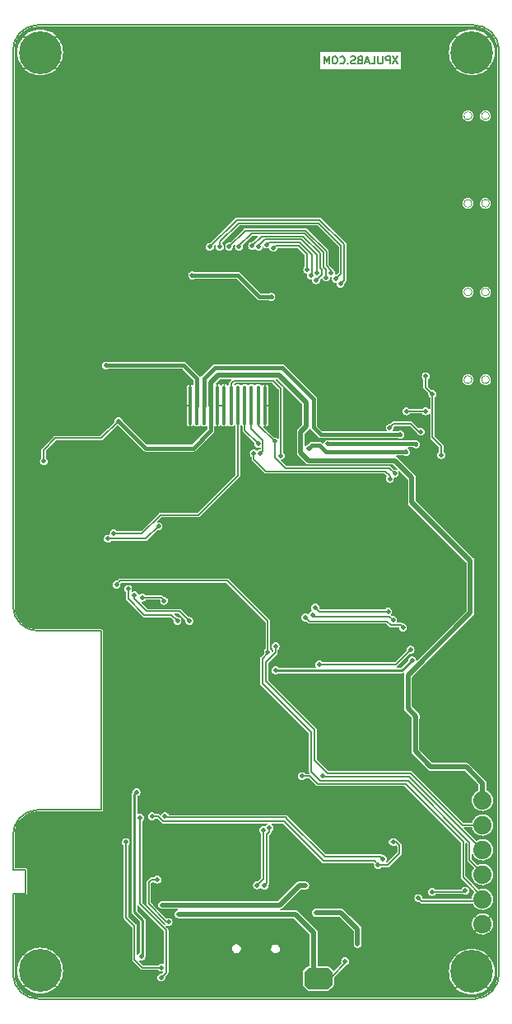
<source format=gbl>
%TF.GenerationSoftware,KiCad,Pcbnew,6.0.6-3a73a75311~116~ubuntu20.04.1*%
%TF.CreationDate,2022-08-17T13:19:53+08:00*%
%TF.ProjectId,Maple_Eye_Alef_V12,4d61706c-655f-4457-9965-5f416c65665f,rev?*%
%TF.SameCoordinates,Original*%
%TF.FileFunction,Copper,L2,Bot*%
%TF.FilePolarity,Positive*%
%FSLAX46Y46*%
G04 Gerber Fmt 4.6, Leading zero omitted, Abs format (unit mm)*
G04 Created by KiCad (PCBNEW 6.0.6-3a73a75311~116~ubuntu20.04.1) date 2022-08-17 13:19:53*
%MOMM*%
%LPD*%
G01*
G04 APERTURE LIST*
G04 Aperture macros list*
%AMRoundRect*
0 Rectangle with rounded corners*
0 $1 Rounding radius*
0 $2 $3 $4 $5 $6 $7 $8 $9 X,Y pos of 4 corners*
0 Add a 4 corners polygon primitive as box body*
4,1,4,$2,$3,$4,$5,$6,$7,$8,$9,$2,$3,0*
0 Add four circle primitives for the rounded corners*
1,1,$1+$1,$2,$3*
1,1,$1+$1,$4,$5*
1,1,$1+$1,$6,$7*
1,1,$1+$1,$8,$9*
0 Add four rect primitives between the rounded corners*
20,1,$1+$1,$2,$3,$4,$5,0*
20,1,$1+$1,$4,$5,$6,$7,0*
20,1,$1+$1,$6,$7,$8,$9,0*
20,1,$1+$1,$8,$9,$2,$3,0*%
G04 Aperture macros list end*
%TA.AperFunction,Profile*%
%ADD10C,0.150000*%
%TD*%
%ADD11C,0.152400*%
%TA.AperFunction,NonConductor*%
%ADD12C,0.152400*%
%TD*%
%TA.AperFunction,Profile*%
%ADD13C,0.100000*%
%TD*%
%TA.AperFunction,ComponentPad*%
%ADD14C,0.700000*%
%TD*%
%TA.AperFunction,ComponentPad*%
%ADD15C,4.400000*%
%TD*%
%TA.AperFunction,ComponentPad*%
%ADD16C,1.879600*%
%TD*%
%TA.AperFunction,SMDPad,CuDef*%
%ADD17RoundRect,0.100000X0.100000X-1.900000X0.100000X1.900000X-0.100000X1.900000X-0.100000X-1.900000X0*%
%TD*%
%TA.AperFunction,ViaPad*%
%ADD18C,0.508000*%
%TD*%
%TA.AperFunction,Conductor*%
%ADD19C,0.152400*%
%TD*%
%TA.AperFunction,Conductor*%
%ADD20C,0.508000*%
%TD*%
%TA.AperFunction,Conductor*%
%ADD21C,0.381000*%
%TD*%
%TA.AperFunction,Conductor*%
%ADD22C,0.254000*%
%TD*%
%TA.AperFunction,Conductor*%
%ADD23C,0.203200*%
%TD*%
G04 APERTURE END LIST*
D10*
X217516861Y-150099994D02*
G75*
G03*
X219999992Y-147476295I-70261J2553394D01*
G01*
X172477803Y-50100089D02*
G75*
G03*
X169999990Y-52730310I76197J-2554011D01*
G01*
X172488739Y-130703189D02*
G75*
G03*
X169999990Y-133326905I67461J-2556211D01*
G01*
X171331992Y-136824593D02*
X171331992Y-139262993D01*
X169999995Y-147606600D02*
G75*
G03*
X172627800Y-150100005I2560605J67200D01*
G01*
X170000006Y-109815661D02*
G75*
G03*
X172628105Y-112313593I2562994J65061D01*
G01*
X219999992Y-147476295D02*
X219999992Y-52579731D01*
X179078992Y-112313593D02*
X179078992Y-130703193D01*
X179078992Y-112313593D02*
X172628105Y-112313593D01*
X220000000Y-52579731D02*
G75*
G03*
X217374090Y-50100001I-2552800J-73069D01*
G01*
X171331992Y-139262993D02*
X169999990Y-139262993D01*
X172477800Y-50100001D02*
X217374090Y-50100001D01*
X172627800Y-150100005D02*
X217516861Y-150100005D01*
X169999990Y-147606600D02*
X169999990Y-139262993D01*
X179078992Y-130703193D02*
X172488739Y-130703193D01*
X169999990Y-109815661D02*
X169999990Y-52730310D01*
X169999990Y-136824593D02*
X169999990Y-133326905D01*
X169999990Y-136824593D02*
X171331992Y-136824593D01*
D11*
D12*
X209567800Y-53319314D02*
X209059800Y-54081314D01*
X209059800Y-53319314D02*
X209567800Y-54081314D01*
X208769514Y-54081314D02*
X208769514Y-53319314D01*
X208479228Y-53319314D01*
X208406657Y-53355600D01*
X208370371Y-53391885D01*
X208334085Y-53464457D01*
X208334085Y-53573314D01*
X208370371Y-53645885D01*
X208406657Y-53682171D01*
X208479228Y-53718457D01*
X208769514Y-53718457D01*
X208007514Y-53319314D02*
X208007514Y-53936171D01*
X207971228Y-54008742D01*
X207934942Y-54045028D01*
X207862371Y-54081314D01*
X207717228Y-54081314D01*
X207644657Y-54045028D01*
X207608371Y-54008742D01*
X207572085Y-53936171D01*
X207572085Y-53319314D01*
X206846371Y-54081314D02*
X207209228Y-54081314D01*
X207209228Y-53319314D01*
X206628657Y-53863600D02*
X206265800Y-53863600D01*
X206701228Y-54081314D02*
X206447228Y-53319314D01*
X206193228Y-54081314D01*
X205685228Y-53682171D02*
X205576371Y-53718457D01*
X205540085Y-53754742D01*
X205503800Y-53827314D01*
X205503800Y-53936171D01*
X205540085Y-54008742D01*
X205576371Y-54045028D01*
X205648942Y-54081314D01*
X205939228Y-54081314D01*
X205939228Y-53319314D01*
X205685228Y-53319314D01*
X205612657Y-53355600D01*
X205576371Y-53391885D01*
X205540085Y-53464457D01*
X205540085Y-53537028D01*
X205576371Y-53609600D01*
X205612657Y-53645885D01*
X205685228Y-53682171D01*
X205939228Y-53682171D01*
X205213514Y-54045028D02*
X205104657Y-54081314D01*
X204923228Y-54081314D01*
X204850657Y-54045028D01*
X204814371Y-54008742D01*
X204778085Y-53936171D01*
X204778085Y-53863600D01*
X204814371Y-53791028D01*
X204850657Y-53754742D01*
X204923228Y-53718457D01*
X205068371Y-53682171D01*
X205140942Y-53645885D01*
X205177228Y-53609600D01*
X205213514Y-53537028D01*
X205213514Y-53464457D01*
X205177228Y-53391885D01*
X205140942Y-53355600D01*
X205068371Y-53319314D01*
X204886942Y-53319314D01*
X204778085Y-53355600D01*
X204451514Y-54008742D02*
X204415228Y-54045028D01*
X204451514Y-54081314D01*
X204487800Y-54045028D01*
X204451514Y-54008742D01*
X204451514Y-54081314D01*
X203653228Y-54008742D02*
X203689514Y-54045028D01*
X203798371Y-54081314D01*
X203870942Y-54081314D01*
X203979800Y-54045028D01*
X204052371Y-53972457D01*
X204088657Y-53899885D01*
X204124942Y-53754742D01*
X204124942Y-53645885D01*
X204088657Y-53500742D01*
X204052371Y-53428171D01*
X203979800Y-53355600D01*
X203870942Y-53319314D01*
X203798371Y-53319314D01*
X203689514Y-53355600D01*
X203653228Y-53391885D01*
X203181514Y-53319314D02*
X203036371Y-53319314D01*
X202963800Y-53355600D01*
X202891228Y-53428171D01*
X202854942Y-53573314D01*
X202854942Y-53827314D01*
X202891228Y-53972457D01*
X202963800Y-54045028D01*
X203036371Y-54081314D01*
X203181514Y-54081314D01*
X203254085Y-54045028D01*
X203326657Y-53972457D01*
X203362942Y-53827314D01*
X203362942Y-53573314D01*
X203326657Y-53428171D01*
X203254085Y-53355600D01*
X203181514Y-53319314D01*
X202528371Y-54081314D02*
X202528371Y-53319314D01*
X202274371Y-53863600D01*
X202020371Y-53319314D01*
X202020371Y-54081314D01*
D13*
%TO.C,MENU1*%
X218560203Y-77101985D02*
G75*
G03*
X218575051Y-77100779I40322J-404435D01*
G01*
X216760203Y-77101985D02*
G75*
G03*
X216775051Y-77100779I40322J-404435D01*
G01*
%TO.C,DOWN1*%
X216760203Y-68001985D02*
G75*
G03*
X216775051Y-68000779I40322J-404435D01*
G01*
X218560203Y-68001985D02*
G75*
G03*
X218575051Y-68000779I40322J-404435D01*
G01*
%TO.C,UP1*%
X218560203Y-59001985D02*
G75*
G03*
X218575051Y-59000779I40322J-404435D01*
G01*
X216760203Y-59001985D02*
G75*
G03*
X216775051Y-59000779I40322J-404435D01*
G01*
%TO.C,PLAY1*%
X216760203Y-86101985D02*
G75*
G03*
X216775051Y-86100779I40322J-404435D01*
G01*
X218560203Y-86101985D02*
G75*
G03*
X218575051Y-86100779I40322J-404435D01*
G01*
%TD*%
D14*
%TO.P,H4,1,1*%
%TO.N,GND*%
X216033274Y-54066726D03*
X218366726Y-51733274D03*
X218366726Y-54066726D03*
X217200000Y-51250000D03*
X216033274Y-51733274D03*
D15*
X217200000Y-52900000D03*
D14*
X218850000Y-52900000D03*
X215550000Y-52900000D03*
X217200000Y-54550000D03*
%TD*%
%TO.P,H2,1,1*%
%TO.N,GND*%
X217200000Y-145650000D03*
X218366726Y-148466726D03*
X216033274Y-148466726D03*
X215550000Y-147300000D03*
X218850000Y-147300000D03*
D15*
X217200000Y-147300000D03*
D14*
X218366726Y-146133274D03*
X217200000Y-148950000D03*
X216033274Y-146133274D03*
%TD*%
%TO.P,H3,1,1*%
%TO.N,GND*%
X173966726Y-51733274D03*
D15*
X172800000Y-52900000D03*
D14*
X172800000Y-51250000D03*
X171633274Y-54066726D03*
X174450000Y-52900000D03*
X172800000Y-54550000D03*
X171150000Y-52900000D03*
X173966726Y-54066726D03*
X171633274Y-51733274D03*
%TD*%
D16*
%TO.P,J3,1*%
%TO.N,+3V3*%
X218300000Y-129700000D03*
%TO.P,J3,2*%
%TO.N,/IO0*%
X218300000Y-132240000D03*
%TO.P,J3,3*%
%TO.N,/IO3*%
X218300000Y-134780000D03*
%TO.P,J3,4*%
%TO.N,/IO45*%
X218300000Y-137320000D03*
%TO.P,J3,5*%
%TO.N,/IO46*%
X218300000Y-139860000D03*
%TO.P,J3,6*%
%TO.N,GND*%
X218300000Y-142400000D03*
%TD*%
D14*
%TO.P,H1,1,1*%
%TO.N,GND*%
X173966726Y-146033274D03*
X172800000Y-148850000D03*
X171633274Y-148366726D03*
X172800000Y-145550000D03*
X174450000Y-147200000D03*
X171150000Y-147200000D03*
X173966726Y-148366726D03*
X171633274Y-146033274D03*
D15*
X172800000Y-147200000D03*
%TD*%
D17*
%TO.P,J6,1*%
%TO.N,GND*%
X188234800Y-89149000D03*
%TO.P,J6,2*%
%TO.N,/LED_K_B*%
X188934800Y-89149000D03*
%TO.P,J6,3*%
%TO.N,/LED_A_B*%
X189634800Y-89149000D03*
%TO.P,J6,4*%
%TO.N,+3V3*%
X190334800Y-89149000D03*
%TO.P,J6,5*%
%TO.N,GND*%
X191034800Y-89149000D03*
%TO.P,J6,6*%
X191734800Y-89149000D03*
%TO.P,J6,7*%
%TO.N,/LCD_DC*%
X192434800Y-89149000D03*
%TO.P,J6,8*%
%TO.N,Net-(J6-Pad8)*%
X193134800Y-89149000D03*
%TO.P,J6,9*%
%TO.N,/LCD_SCLK*%
X193834800Y-89149000D03*
%TO.P,J6,10*%
%TO.N,/LCD_SDA*%
X194534800Y-89149000D03*
%TO.P,J6,11*%
%TO.N,/LCD_BL_B*%
X195234800Y-89149000D03*
%TO.P,J6,12*%
%TO.N,GND*%
X195934800Y-89149000D03*
%TD*%
D18*
%TO.N,/IO46*%
X211706400Y-139745600D03*
%TO.N,GND*%
X212457800Y-80246600D03*
X194157800Y-138646600D03*
X196655800Y-87447000D03*
X177021600Y-87828000D03*
X182279400Y-75356600D03*
X203307800Y-133686600D03*
X205257800Y-149546600D03*
X213419800Y-121864000D03*
X174202200Y-132963800D03*
X197189200Y-99486600D03*
X180577600Y-125470800D03*
X171052600Y-90672800D03*
X180755400Y-135910200D03*
X203717000Y-79446000D03*
X202675600Y-90672800D03*
X187003800Y-71495800D03*
X197621000Y-83332200D03*
X205057800Y-131156600D03*
X194014200Y-99435800D03*
X193709400Y-77744200D03*
X218576000Y-108859200D03*
X219007800Y-103118800D03*
X178367617Y-100619769D03*
X209037800Y-132296600D03*
X202878800Y-97556200D03*
X180476000Y-148965800D03*
X218271200Y-72842000D03*
X171078244Y-94473580D03*
X172398800Y-139669400D03*
X192312400Y-122803800D03*
X213673800Y-98445200D03*
X190657800Y-138846600D03*
X172195600Y-110281600D03*
X202980400Y-149499200D03*
X216239200Y-121406800D03*
X182304800Y-71648200D03*
X216366200Y-116352200D03*
X184616200Y-91460200D03*
X205327800Y-139746600D03*
X171865400Y-71216400D03*
X195309600Y-78963400D03*
X212692867Y-95125391D03*
X196274800Y-146222600D03*
X192363200Y-143098400D03*
X173657800Y-82246600D03*
X180501400Y-117368200D03*
X210357800Y-84946600D03*
X214156400Y-133243200D03*
X202624800Y-87980400D03*
X196808200Y-89580600D03*
X189857800Y-142246600D03*
X187257800Y-86346600D03*
X214649237Y-105894564D03*
X208927800Y-135126600D03*
X215257800Y-93546600D03*
X202157800Y-136746600D03*
X188781800Y-72816600D03*
X198713200Y-90749000D03*
X218423600Y-116580800D03*
X216137600Y-118790600D03*
X171484400Y-77795000D03*
X209406600Y-125521600D03*
X186557800Y-147046600D03*
X216290000Y-113202600D03*
X214410400Y-115107600D03*
X180958600Y-111196000D03*
X196351000Y-142463400D03*
X204057800Y-149446600D03*
X200135600Y-119654200D03*
X201837400Y-99435800D03*
X171789200Y-143250800D03*
X200059400Y-114904400D03*
X174710200Y-56408200D03*
X177697800Y-104616600D03*
X188248400Y-119400200D03*
X190305800Y-69540000D03*
X211587800Y-131816600D03*
X208695400Y-129738000D03*
X218717800Y-112696600D03*
X189670800Y-147746600D03*
X219160200Y-97988000D03*
X199357800Y-149146600D03*
X190763000Y-137612000D03*
X215807400Y-61767600D03*
X199957800Y-144698600D03*
X196808200Y-128772800D03*
X180577600Y-114955200D03*
X171789200Y-59075200D03*
X180272800Y-89631400D03*
X210537800Y-110716600D03*
X171916200Y-102102800D03*
X196657800Y-138946600D03*
X180526800Y-122448200D03*
X214232600Y-125013600D03*
X194065000Y-146197200D03*
X196249400Y-74772400D03*
X214497800Y-109996600D03*
X178342400Y-95270200D03*
X209990800Y-97505400D03*
X176869200Y-75382000D03*
X189696200Y-77795000D03*
X191906000Y-77795000D03*
X191753600Y-91587200D03*
X208947800Y-107846600D03*
X185352800Y-88386800D03*
X181848722Y-51708048D03*
X189772400Y-124480200D03*
X198657800Y-142646600D03*
X211457800Y-88046600D03*
X200948400Y-129230000D03*
X197519400Y-132684400D03*
X211327800Y-113446600D03*
X198560800Y-111577000D03*
X204606000Y-70479800D03*
X174481600Y-94914600D03*
X213467800Y-137746600D03*
X191271000Y-94533600D03*
X214004000Y-55722400D03*
X175167400Y-143682600D03*
X177326400Y-108351200D03*
X178088400Y-132328800D03*
X210563400Y-139237600D03*
X217788600Y-82265400D03*
X199297400Y-130296800D03*
X216975800Y-123692800D03*
X191017000Y-91612600D03*
X171332000Y-83560800D03*
X180501400Y-119603400D03*
X178723400Y-79217400D03*
X188223000Y-122905400D03*
X187257800Y-138746600D03*
X207527000Y-149245200D03*
X206587200Y-83052800D03*
X185657800Y-138746600D03*
X177047000Y-52141000D03*
X208593800Y-103652200D03*
X202193000Y-119425600D03*
X171377800Y-97126600D03*
X216290000Y-106116000D03*
X186775200Y-121584600D03*
X200478961Y-85734426D03*
X219160200Y-105633400D03*
X190890000Y-81224000D03*
X208593800Y-100197800D03*
X217153600Y-90723600D03*
X197657800Y-149246600D03*
X172625161Y-137016870D03*
X212505400Y-51048800D03*
X174710200Y-139085200D03*
X194657800Y-137346600D03*
X202457800Y-140046600D03*
X205589043Y-75103333D03*
X171052600Y-87675600D03*
X185962400Y-80411200D03*
X218647800Y-110906600D03*
X205737800Y-133746600D03*
X189696200Y-121686200D03*
X188248400Y-91790400D03*
X214574767Y-128167992D03*
X201659600Y-112821600D03*
X171713000Y-105684200D03*
X187969000Y-126182000D03*
X180196600Y-140634600D03*
X195538200Y-82036800D03*
X184057800Y-143246600D03*
X208670000Y-148076800D03*
X217382200Y-100934400D03*
X194957800Y-149496600D03*
X180526800Y-131490600D03*
X198967200Y-99486600D03*
X206384000Y-149550000D03*
X205357800Y-136446600D03*
X188832600Y-98140400D03*
X180882186Y-81933948D03*
X218982400Y-92323800D03*
X211387800Y-118079400D03*
X209228800Y-149245200D03*
X186775200Y-124404000D03*
X176920000Y-71826000D03*
X196808200Y-91536400D03*
X200235917Y-113330027D03*
X183257800Y-83146600D03*
X180552200Y-128188600D03*
%TO.N,/EN*%
X183066800Y-131490600D03*
X185251200Y-147899000D03*
%TO.N,VBAT*%
X200057800Y-138446600D03*
X185357800Y-140446600D03*
%TO.N,+3V3*%
X210625800Y-120213000D03*
X201157800Y-141246600D03*
X180857000Y-90749000D03*
X213142651Y-87996613D03*
X185225800Y-146883000D03*
X211399998Y-124696602D03*
X173186200Y-94889200D03*
X217052000Y-105100000D03*
X212457800Y-86146600D03*
X212632400Y-114879000D03*
X214057800Y-94246600D03*
X199602200Y-94000200D03*
X205457800Y-144446600D03*
X211032200Y-98496000D03*
X181600000Y-133986200D03*
%TO.N,/IO1*%
X211057600Y-115310800D03*
X197011400Y-116352200D03*
%TO.N,VSYS*%
X201507800Y-147696600D03*
X204157800Y-146246600D03*
X201557800Y-148646600D03*
X200757800Y-148746600D03*
X187025800Y-141400000D03*
%TO.N,+2V8*%
X196579600Y-77998200D03*
X188437800Y-75800000D03*
%TO.N,Net-(D1-Pad1)*%
X184857800Y-137846600D03*
X186000000Y-142200000D03*
%TO.N,/IO0*%
X197011400Y-113888400D03*
%TO.N,/IO3*%
X213115000Y-139110600D03*
X216544000Y-138983600D03*
X201888200Y-127223400D03*
%TO.N,/IO45*%
X196224000Y-114498000D03*
X180657800Y-107546600D03*
%TO.N,/IO46*%
X199729200Y-127223400D03*
%TO.N,/I2C_SDA*%
X203691600Y-76677400D03*
X190255000Y-72867400D03*
%TO.N,/I2C_SCL*%
X203209000Y-76144000D03*
X191271000Y-72867400D03*
%TO.N,/DVP_VSYNC*%
X192236200Y-72842000D03*
X202726400Y-75559800D03*
%TO.N,/DVP_HREF*%
X193252200Y-72867400D03*
X202218400Y-76017000D03*
%TO.N,/DVP_Y9*%
X201177000Y-76296400D03*
X194598400Y-72765800D03*
%TO.N,/XMCLK*%
X201278600Y-75509000D03*
X195258800Y-72867400D03*
%TO.N,/DVP_Y8*%
X196122400Y-72638800D03*
X200669000Y-75839200D03*
%TO.N,/DVP_Y7*%
X196782800Y-72969000D03*
X200262600Y-75229600D03*
%TO.N,/LED_K*%
X202370800Y-93111200D03*
X211457800Y-93136600D03*
%TO.N,/LED_A*%
X200389600Y-93619200D03*
X210422600Y-93949400D03*
%TO.N,/LCD_DC*%
X197570200Y-94305000D03*
%TO.N,/LCD_CS*%
X183295400Y-108884600D03*
X185556000Y-109214800D03*
%TO.N,/LCD_SCLK*%
X195233400Y-93085800D03*
%TO.N,/LCD_SDA*%
X195462000Y-94051000D03*
%TO.N,Net-(J5-Pad8)*%
X184971800Y-101569400D03*
X179767800Y-102846600D03*
%TO.N,/LCD_BL*%
X211957800Y-91846600D03*
X194776200Y-94076400D03*
X208757800Y-91446600D03*
X208771600Y-96692600D03*
%TO.N,/IO20*%
X195868400Y-138475600D03*
X196376400Y-132532000D03*
%TO.N,/IO19*%
X195766800Y-132786000D03*
X195106400Y-138424800D03*
%TO.N,/IO14*%
X183219200Y-145740000D03*
X182711200Y-128874400D03*
%TO.N,/IO48*%
X201507200Y-115768000D03*
X210905200Y-114244000D03*
%TO.N,/IO4*%
X207557800Y-136346600D03*
X209157800Y-133986600D03*
X184300000Y-131349600D03*
%TO.N,/IO5*%
X185642108Y-131322708D03*
X208047800Y-135716600D03*
%TO.N,/LED_K_B*%
X179557800Y-85046600D03*
%TO.N,/IO42*%
X181847600Y-107995600D03*
X186927600Y-111297600D03*
%TO.N,/IO38*%
X210117800Y-111958000D03*
X200084800Y-110942000D03*
%TO.N,/IO39*%
X200846800Y-110688000D03*
X209101800Y-111196000D03*
%TO.N,/IO40*%
X201100800Y-109926000D03*
X208593800Y-110307000D03*
%TO.N,/IO41*%
X182508000Y-108656000D03*
X188146800Y-111297600D03*
%TO.N,/LED_A_B*%
X209857800Y-92146600D03*
%TO.N,/LCD_BL_B*%
X196960600Y-92857200D03*
X209279600Y-96159200D03*
%TO.N,Net-(J6-Pad8)*%
X180374400Y-102306000D03*
%TO.N,/LCDT_BL*%
X210457800Y-89746600D03*
X212457800Y-89746600D03*
%TD*%
D19*
%TO.N,/IO46*%
X218300000Y-139860000D02*
X218084200Y-140075800D01*
X218084200Y-140075800D02*
X212036600Y-140075800D01*
X212036600Y-140075800D02*
X211706400Y-139745600D01*
%TO.N,/EN*%
X183066800Y-140355200D02*
X183066800Y-131490600D01*
X185759200Y-143047600D02*
X183066800Y-140355200D01*
X185759200Y-147391000D02*
X185759200Y-143047600D01*
X185251200Y-147899000D02*
X185759200Y-147391000D01*
D20*
%TO.N,VBAT*%
X199457800Y-138446600D02*
X200057800Y-138446600D01*
X185357800Y-140446600D02*
X197457800Y-140446600D01*
X197457800Y-140446600D02*
X199457800Y-138446600D01*
%TO.N,+3V3*%
X203757800Y-141246600D02*
X201157800Y-141246600D01*
D21*
X188553200Y-93543000D02*
X183651000Y-93543000D01*
D19*
X173186200Y-94889200D02*
X173160800Y-94863800D01*
X183320800Y-146883000D02*
X182508000Y-146070200D01*
D20*
X210625800Y-116885600D02*
X210625800Y-120213000D01*
X199602192Y-94000193D02*
X200414992Y-94812993D01*
D19*
X182508000Y-142615800D02*
X181619000Y-141726800D01*
D20*
X218300000Y-127938000D02*
X216645600Y-126283600D01*
X211032200Y-96565600D02*
X211032200Y-98496000D01*
X200186400Y-88869400D02*
X200186400Y-91307800D01*
X197341600Y-86024600D02*
X200186400Y-88869400D01*
D19*
X181619000Y-134005200D02*
X181600000Y-133986200D01*
D20*
X217052000Y-105100000D02*
X217052000Y-110459400D01*
X211451300Y-121089300D02*
X211399998Y-121140602D01*
D19*
X212457800Y-87311762D02*
X213142651Y-87996613D01*
D21*
X190334800Y-89149000D02*
X190334800Y-91761400D01*
D20*
X205457800Y-144446600D02*
X205457800Y-142946600D01*
X210625800Y-120263800D02*
X210625800Y-120213000D01*
D19*
X173160800Y-93720800D02*
X174380000Y-92501600D01*
X214057800Y-94246600D02*
X214057800Y-93346600D01*
D20*
X191144000Y-86024600D02*
X197341600Y-86024600D01*
X211399998Y-121140602D02*
X211399998Y-124696602D01*
D19*
X173160800Y-94863800D02*
X173160800Y-93720800D01*
X179104400Y-92501600D02*
X180857000Y-90749000D01*
D20*
X211451300Y-121089300D02*
X210625800Y-120263800D01*
X200186400Y-91307800D02*
X199602200Y-91892000D01*
X205457800Y-142946600D02*
X203757800Y-141246600D01*
D21*
X190334800Y-91761400D02*
X188553200Y-93543000D01*
D19*
X212457800Y-86146600D02*
X212457800Y-87311762D01*
X214057800Y-93346600D02*
X213142651Y-92431451D01*
D21*
X183651000Y-93543000D02*
X180857000Y-90749000D01*
D20*
X212986996Y-126283600D02*
X211399998Y-124696602D01*
X218300000Y-129700000D02*
X218300000Y-127938000D01*
X211032200Y-98496000D02*
X211032200Y-99080200D01*
X217052000Y-110459400D02*
X210625800Y-116885600D01*
X190334798Y-89148996D02*
X190334798Y-86833812D01*
D19*
X182508000Y-146070200D02*
X182508000Y-142615800D01*
D20*
X200415000Y-94813000D02*
X209279600Y-94813000D01*
X211032200Y-99080200D02*
X217052000Y-105100000D01*
X216645600Y-126283600D02*
X212986996Y-126283600D01*
D19*
X213142651Y-92431451D02*
X213142651Y-87996613D01*
D20*
X199602200Y-91892000D02*
X199602200Y-94000200D01*
X190334800Y-86833800D02*
X191144000Y-86024600D01*
D19*
X181619000Y-141726800D02*
X181619000Y-134005200D01*
X174380000Y-92501600D02*
X179104400Y-92501600D01*
D20*
X209279600Y-94813000D02*
X211032200Y-96565600D01*
D19*
X185225800Y-146883000D02*
X183320800Y-146883000D01*
D22*
%TO.N,/IO1*%
X209990800Y-116377600D02*
X211057600Y-115310800D01*
X197036800Y-116377600D02*
X209990800Y-116377600D01*
X197011400Y-116352200D02*
X197036800Y-116377600D01*
D20*
%TO.N,VSYS*%
X200948400Y-147137200D02*
X200948400Y-143301600D01*
D23*
X204157800Y-146246600D02*
X204157800Y-146446600D01*
X202857800Y-147746600D02*
X201557800Y-147746600D01*
D20*
X200948400Y-143301600D02*
X199046800Y-141400000D01*
D23*
X201557800Y-147746600D02*
X201507800Y-147696600D01*
X204157800Y-146446600D02*
X202857800Y-147746600D01*
D20*
X199046800Y-141400000D02*
X187025800Y-141400000D01*
X201507800Y-147696600D02*
X200948400Y-147137200D01*
D21*
%TO.N,+2V8*%
X188437800Y-75800000D02*
X193162200Y-75800000D01*
X193162200Y-75800000D02*
X195360400Y-77998200D01*
X195360400Y-77998200D02*
X196579600Y-77998200D01*
D19*
%TO.N,Net-(D1-Pad1)*%
X184257800Y-137846600D02*
X184857800Y-137846600D01*
X186000000Y-142200000D02*
X185811200Y-142200000D01*
X183957800Y-138146600D02*
X184257800Y-137846600D01*
X185811200Y-142200000D02*
X183957800Y-140346600D01*
X183957800Y-140346600D02*
X183957800Y-138146600D01*
%TO.N,/IO0*%
X202345400Y-126918600D02*
X210930600Y-126918600D01*
X200999200Y-122422800D02*
X200999200Y-125572400D01*
X210930600Y-126918600D02*
X216252000Y-132240000D01*
X200999200Y-125572400D02*
X202345400Y-126918600D01*
X216252000Y-132240000D02*
X218300000Y-132240000D01*
X196020800Y-115514000D02*
X196020800Y-117444400D01*
X196020800Y-117444400D02*
X200999200Y-122422800D01*
X197011400Y-113888400D02*
X197011400Y-114523400D01*
X197011400Y-114523400D02*
X196020800Y-115514000D01*
%TO.N,/IO3*%
X201888200Y-127223400D02*
X201913600Y-127248800D01*
X218258600Y-134780000D02*
X218300000Y-134780000D01*
X216417000Y-139110600D02*
X216544000Y-138983600D01*
X201913600Y-127248800D02*
X210727400Y-127248800D01*
X210727400Y-127248800D02*
X218258600Y-134780000D01*
X213115000Y-139110600D02*
X216417000Y-139110600D01*
%TO.N,/IO45*%
X196224000Y-114574200D02*
X195665200Y-115133000D01*
X200669000Y-122727600D02*
X200669000Y-126766200D01*
X210625800Y-127706000D02*
X216950400Y-134030600D01*
X192057800Y-107146600D02*
X181057800Y-107146600D01*
X196224000Y-114498000D02*
X196224000Y-114574200D01*
X216950400Y-134030600D02*
X216950400Y-135808600D01*
X181057800Y-107146600D02*
X180657800Y-107546600D01*
X195665200Y-117723800D02*
X200669000Y-122727600D01*
X196224000Y-111312800D02*
X192057800Y-107146600D01*
X200669000Y-126766200D02*
X201608800Y-127706000D01*
X201608800Y-127706000D02*
X210625800Y-127706000D01*
X196224000Y-114498000D02*
X196224000Y-111312800D01*
X218300000Y-137158200D02*
X218300000Y-137320000D01*
X216950400Y-135808600D02*
X218300000Y-137158200D01*
X195665200Y-115133000D02*
X195665200Y-117723800D01*
%TO.N,/IO46*%
X200542000Y-127223400D02*
X201329400Y-128010800D01*
X216315400Y-133941700D02*
X216315400Y-137637400D01*
X199729200Y-127223400D02*
X200542000Y-127223400D01*
X218300000Y-139622000D02*
X218300000Y-139860000D01*
X210384500Y-128010800D02*
X216315400Y-133941700D01*
X216315400Y-137637400D02*
X218300000Y-139622000D01*
X201329400Y-128010800D02*
X210384500Y-128010800D01*
%TO.N,/I2C_SDA*%
X201558000Y-70098800D02*
X204072600Y-72613400D01*
X190255000Y-72867400D02*
X193023600Y-70098800D01*
X204072600Y-76296400D02*
X203691600Y-76677400D01*
X204072600Y-72613400D02*
X204072600Y-76296400D01*
X193023600Y-70098800D02*
X201558000Y-70098800D01*
%TO.N,/I2C_SCL*%
X201456400Y-70429000D02*
X203742400Y-72715000D01*
X203742400Y-72715000D02*
X203742400Y-75610600D01*
X191271000Y-72359400D02*
X193201400Y-70429000D01*
X191271000Y-72867400D02*
X191271000Y-72359400D01*
X203742400Y-75610600D02*
X203209000Y-76144000D01*
X193201400Y-70429000D02*
X201456400Y-70429000D01*
%TO.N,/DVP_VSYNC*%
X193887200Y-71191000D02*
X200110200Y-71191000D01*
X202726400Y-75280400D02*
X202726400Y-75559800D01*
X202243800Y-74797800D02*
X202726400Y-75280400D01*
X202243800Y-73324600D02*
X202243800Y-74797800D01*
X200110200Y-71191000D02*
X202243800Y-73324600D01*
X192236200Y-72842000D02*
X193887200Y-71191000D01*
%TO.N,/DVP_HREF*%
X193252200Y-72791200D02*
X194547600Y-71495800D01*
X194547600Y-71495800D02*
X199983200Y-71495800D01*
X193252200Y-72867400D02*
X193252200Y-72791200D01*
X201939000Y-73451600D02*
X201939000Y-74924800D01*
X202218400Y-75204200D02*
X202218400Y-76017000D01*
X199983200Y-71495800D02*
X201939000Y-73451600D01*
X201939000Y-74924800D02*
X202218400Y-75204200D01*
%TO.N,/DVP_Y9*%
X199830800Y-71800600D02*
X195563600Y-71800600D01*
X201583400Y-75026400D02*
X201583400Y-73553200D01*
X195563600Y-71800600D02*
X194598400Y-72765800D01*
X201786600Y-75229600D02*
X201583400Y-75026400D01*
X201786600Y-75686800D02*
X201786600Y-75229600D01*
X201583400Y-73553200D02*
X199830800Y-71800600D01*
X201177000Y-76296400D02*
X201786600Y-75686800D01*
%TO.N,/XMCLK*%
X195258800Y-72791200D02*
X195944600Y-72105400D01*
X201278600Y-73705600D02*
X201278600Y-75509000D01*
X199678400Y-72105400D02*
X201278600Y-73705600D01*
X195258800Y-72867400D02*
X195258800Y-72791200D01*
X195944600Y-72105400D02*
X199678400Y-72105400D01*
%TO.N,/DVP_Y8*%
X200669000Y-75661400D02*
X200745200Y-75585200D01*
X199526000Y-72435600D02*
X196325600Y-72435600D01*
X196325600Y-72435600D02*
X196122400Y-72638800D01*
X200745200Y-75585200D02*
X200745200Y-73654800D01*
X200745200Y-73654800D02*
X199526000Y-72435600D01*
X200669000Y-75839200D02*
X200669000Y-75661400D01*
%TO.N,/DVP_Y7*%
X199373600Y-72740400D02*
X200262600Y-73629400D01*
X197011400Y-72740400D02*
X199373600Y-72740400D01*
X196782800Y-72969000D02*
X197011400Y-72740400D01*
X200262600Y-73629400D02*
X200262600Y-75229600D01*
D21*
%TO.N,/LED_K*%
X211457800Y-93136600D02*
X211432400Y-93111200D01*
X211432400Y-93111200D02*
X202370800Y-93111200D01*
%TO.N,/LED_A*%
X202212500Y-93949400D02*
X201509700Y-93246600D01*
X210422600Y-93949400D02*
X202212500Y-93949400D01*
X201509700Y-93246600D02*
X200762200Y-93246600D01*
X200762200Y-93246600D02*
X200389600Y-93619200D01*
D19*
%TO.N,/LCD_DC*%
X196782800Y-86608800D02*
X197570200Y-87396200D01*
X197570200Y-94305000D02*
X197468600Y-94406600D01*
X192439400Y-86913600D02*
X192744200Y-86608800D01*
X197570200Y-87396200D02*
X197570200Y-94305000D01*
X192744200Y-86608800D02*
X196782800Y-86608800D01*
X192434800Y-89149000D02*
X192439400Y-89144400D01*
X192439400Y-89144400D02*
X192439400Y-86913600D01*
%TO.N,/LCD_CS*%
X183295400Y-108884600D02*
X185225800Y-108884600D01*
X185225800Y-108884600D02*
X185556000Y-109214800D01*
%TO.N,/LCD_SCLK*%
X193834800Y-91687200D02*
X193834800Y-89149000D01*
X195233400Y-93085800D02*
X193834800Y-91687200D01*
%TO.N,/LCD_SDA*%
X195716000Y-93797000D02*
X195716000Y-92755600D01*
X194534800Y-91574400D02*
X194534800Y-89149000D01*
X195462000Y-94051000D02*
X195716000Y-93797000D01*
X195716000Y-92755600D02*
X194534800Y-91574400D01*
%TO.N,Net-(J5-Pad8)*%
X179767800Y-102846600D02*
X183694600Y-102846600D01*
X183694600Y-102846600D02*
X184971800Y-101569400D01*
%TO.N,/LCD_BL*%
X208314400Y-95930600D02*
X208771600Y-96387800D01*
X194776200Y-94686000D02*
X196020800Y-95930600D01*
X209157800Y-91046600D02*
X208757800Y-91446600D01*
X211957800Y-91846600D02*
X211757800Y-91846600D01*
X211757800Y-91846600D02*
X210957800Y-91046600D01*
X194776200Y-94076400D02*
X194776200Y-94686000D01*
X210957800Y-91046600D02*
X209157800Y-91046600D01*
X208771600Y-96387800D02*
X208771600Y-96692600D01*
X196020800Y-95930600D02*
X208314400Y-95930600D01*
%TO.N,/IO20*%
X196376400Y-132532000D02*
X196376400Y-132938400D01*
X196376400Y-132938400D02*
X196122400Y-133192400D01*
X196122400Y-133192400D02*
X196122400Y-138221600D01*
X196122400Y-138221600D02*
X195868400Y-138475600D01*
%TO.N,/IO19*%
X195766800Y-137764400D02*
X195766800Y-132786000D01*
X195106400Y-138424800D02*
X195766800Y-137764400D01*
D22*
%TO.N,/IO14*%
X183346200Y-145613000D02*
X183219200Y-145740000D01*
X182508000Y-129077600D02*
X182508000Y-141193400D01*
X182508000Y-141193400D02*
X183346200Y-142031600D01*
X182711200Y-128874400D02*
X182508000Y-129077600D01*
X183346200Y-142031600D02*
X183346200Y-145613000D01*
D19*
%TO.N,/IO48*%
X201507200Y-115768000D02*
X201532600Y-115742600D01*
X201532600Y-115742600D02*
X209406600Y-115742600D01*
X209406600Y-115742600D02*
X210905200Y-114244000D01*
%TO.N,/IO4*%
X209757800Y-135146600D02*
X209757800Y-134316600D01*
X207557800Y-136346600D02*
X208557800Y-136346600D01*
X207557800Y-136346600D02*
X207157800Y-135946600D01*
X184325400Y-131349600D02*
X184300000Y-131349600D01*
X201957800Y-135946600D02*
X197857800Y-131846600D01*
X209157800Y-133986600D02*
X208867800Y-133986600D01*
X197857800Y-131846600D02*
X185457800Y-131846600D01*
X209427800Y-133986600D02*
X209157800Y-133986600D01*
X184960800Y-131349600D02*
X184300000Y-131349600D01*
X208557800Y-136346600D02*
X209757800Y-135146600D01*
X209757800Y-134316600D02*
X209427800Y-133986600D01*
X185457800Y-131846600D02*
X184960800Y-131349600D01*
X207157800Y-135946600D02*
X201957800Y-135946600D01*
%TO.N,/IO5*%
X185766000Y-131446600D02*
X185642108Y-131322708D01*
X207809600Y-135478400D02*
X202091400Y-135478400D01*
X198259600Y-131646600D02*
X198257800Y-131646600D01*
X198257800Y-131646600D02*
X198057800Y-131446600D01*
X202091400Y-135478400D02*
X198259600Y-131646600D01*
X198057800Y-131446600D02*
X185766000Y-131446600D01*
X208047800Y-135716600D02*
X207809600Y-135478400D01*
D21*
%TO.N,/LED_K_B*%
X188934800Y-86423600D02*
X187557800Y-85046600D01*
X187557800Y-85046600D02*
X179557800Y-85046600D01*
X188934800Y-89149000D02*
X188934800Y-86423600D01*
D19*
%TO.N,/IO42*%
X183524000Y-110688000D02*
X181847600Y-109011600D01*
X186927600Y-111297600D02*
X186318000Y-110688000D01*
X186318000Y-110688000D02*
X183524000Y-110688000D01*
X181847600Y-109011600D02*
X181847600Y-107995600D01*
%TO.N,/IO38*%
X208466800Y-111323000D02*
X200465800Y-111323000D01*
X200465800Y-111323000D02*
X200084800Y-110942000D01*
X210117800Y-111958000D02*
X209863800Y-111704000D01*
X209863800Y-111704000D02*
X208847800Y-111704000D01*
X208847800Y-111704000D02*
X208466800Y-111323000D01*
%TO.N,/IO39*%
X200973800Y-110815000D02*
X208720800Y-110815000D01*
X208720800Y-110815000D02*
X209101800Y-111196000D01*
X200846800Y-110688000D02*
X200973800Y-110815000D01*
%TO.N,/IO40*%
X208593800Y-110307000D02*
X201481800Y-110307000D01*
X201481800Y-110307000D02*
X201100800Y-109926000D01*
%TO.N,/IO41*%
X187130800Y-110281600D02*
X183778000Y-110281600D01*
X188146800Y-111297600D02*
X187130800Y-110281600D01*
X183778000Y-110281600D02*
X182508000Y-109011600D01*
X182508000Y-109011600D02*
X182508000Y-108656000D01*
D21*
%TO.N,/LED_A_B*%
X200897600Y-91386400D02*
X200897600Y-88463000D01*
X189634800Y-86390800D02*
X189634800Y-89149000D01*
X209857800Y-92146600D02*
X201657800Y-92146600D01*
X190763000Y-85262600D02*
X189634800Y-86390800D01*
X197697200Y-85262600D02*
X190763000Y-85262600D01*
X201657800Y-92146600D02*
X200897600Y-91386400D01*
X200897600Y-88463000D02*
X197697200Y-85262600D01*
D19*
%TO.N,/LCD_BL_B*%
X195234800Y-91182200D02*
X195234800Y-89149000D01*
X198027400Y-95600400D02*
X196960600Y-94533600D01*
X196909800Y-92857200D02*
X195234800Y-91182200D01*
X209279600Y-96159200D02*
X208720800Y-95600400D01*
X208720800Y-95600400D02*
X198027400Y-95600400D01*
X196960600Y-92857200D02*
X196909800Y-92857200D01*
X196960600Y-94533600D02*
X196960600Y-92857200D01*
%TO.N,Net-(J6-Pad8)*%
X189086600Y-100401000D02*
X193134800Y-96352800D01*
X183270000Y-102306000D02*
X185175000Y-100401000D01*
X185175000Y-100401000D02*
X189086600Y-100401000D01*
X193134800Y-96352800D02*
X193134800Y-89149000D01*
X180374400Y-102306000D02*
X183270000Y-102306000D01*
%TO.N,/LCDT_BL*%
X210457800Y-89746600D02*
X212457800Y-89746600D01*
%TD*%
%TA.AperFunction,Conductor*%
%TO.N,GND*%
G36*
X217364751Y-50254936D02*
G01*
X217368990Y-50255943D01*
X217368991Y-50255943D01*
X217378622Y-50258230D01*
X217388105Y-50255396D01*
X217396274Y-50255162D01*
X217407123Y-50253750D01*
X217663715Y-50261909D01*
X217672744Y-50262743D01*
X217950329Y-50305440D01*
X217959191Y-50307356D01*
X218071614Y-50338888D01*
X218229600Y-50383199D01*
X218238180Y-50386175D01*
X218358783Y-50436354D01*
X218497475Y-50494059D01*
X218505619Y-50498040D01*
X218613773Y-50559265D01*
X218750024Y-50636395D01*
X218757642Y-50641338D01*
X218983575Y-50808134D01*
X218990542Y-50813959D01*
X219194724Y-51006775D01*
X219200936Y-51013395D01*
X219349356Y-51192060D01*
X219380391Y-51229420D01*
X219385761Y-51236743D01*
X219537866Y-51472821D01*
X219542315Y-51480737D01*
X219664860Y-51733438D01*
X219668321Y-51741833D01*
X219748080Y-51974163D01*
X219759504Y-52007441D01*
X219761928Y-52016189D01*
X219790223Y-52149026D01*
X219820436Y-52290872D01*
X219821788Y-52299852D01*
X219844610Y-52555522D01*
X219843818Y-52566506D01*
X219844050Y-52574628D01*
X219841763Y-52584260D01*
X219844598Y-52593745D01*
X219844679Y-52596586D01*
X219847092Y-52613087D01*
X219847092Y-147449451D01*
X219845038Y-147466907D01*
X219844056Y-147471020D01*
X219844056Y-147471023D01*
X219841758Y-147480652D01*
X219844583Y-147490142D01*
X219844808Y-147498315D01*
X219846206Y-147509162D01*
X219841174Y-147662126D01*
X219837763Y-147765797D01*
X219836918Y-147774830D01*
X219793908Y-148052417D01*
X219791978Y-148061291D01*
X219715818Y-148331682D01*
X219712833Y-148340258D01*
X219604645Y-148599477D01*
X219600648Y-148607631D01*
X219461998Y-148851926D01*
X219457047Y-148859539D01*
X219289958Y-149085346D01*
X219284125Y-149092306D01*
X219096742Y-149290297D01*
X219091045Y-149296316D01*
X219084416Y-149302523D01*
X219082233Y-149304332D01*
X218868146Y-149481777D01*
X218860818Y-149487139D01*
X218624518Y-149639018D01*
X218616596Y-149643458D01*
X218363710Y-149765748D01*
X218355311Y-149769200D01*
X218259555Y-149801955D01*
X218089531Y-149860114D01*
X218080786Y-149862527D01*
X217805985Y-149920741D01*
X217797008Y-149922084D01*
X217541177Y-149944636D01*
X217530374Y-149943844D01*
X217522140Y-149944070D01*
X217512507Y-149941771D01*
X217503017Y-149944596D01*
X217500356Y-149944669D01*
X217483632Y-149947105D01*
X172654793Y-149947105D01*
X172637242Y-149945028D01*
X172635608Y-149944636D01*
X172623647Y-149941765D01*
X172614154Y-149944578D01*
X172605989Y-149944792D01*
X172595129Y-149946177D01*
X172337648Y-149937373D01*
X172328608Y-149936515D01*
X172050234Y-149893016D01*
X172041363Y-149891075D01*
X171770258Y-149814338D01*
X171761686Y-149811342D01*
X171501805Y-149702485D01*
X171493656Y-149698477D01*
X171248797Y-149559092D01*
X171241191Y-149554132D01*
X171217827Y-149536797D01*
X171014909Y-149386242D01*
X171007957Y-149380401D01*
X170803569Y-149186466D01*
X170797371Y-149179829D01*
X170617851Y-148962674D01*
X170612498Y-148955339D01*
X170588399Y-148917739D01*
X171195254Y-148917739D01*
X171196583Y-148922699D01*
X171363022Y-149068661D01*
X171366929Y-149071659D01*
X171619230Y-149240242D01*
X171623480Y-149242696D01*
X171895635Y-149376908D01*
X171900179Y-149378789D01*
X172187517Y-149476328D01*
X172192261Y-149477599D01*
X172489870Y-149536797D01*
X172494754Y-149537440D01*
X172797544Y-149557286D01*
X172802456Y-149557286D01*
X173105246Y-149537440D01*
X173110130Y-149536797D01*
X173407739Y-149477599D01*
X173412483Y-149476328D01*
X173699821Y-149378789D01*
X173704365Y-149376908D01*
X173976520Y-149242696D01*
X173980770Y-149240242D01*
X174233071Y-149071659D01*
X174236978Y-149068661D01*
X174399584Y-148926060D01*
X174404784Y-148916583D01*
X174403782Y-148911545D01*
X172809377Y-147317140D01*
X172799578Y-147312571D01*
X172793587Y-147314176D01*
X171199823Y-148907940D01*
X171195254Y-148917739D01*
X170588399Y-148917739D01*
X170460457Y-148718121D01*
X170456027Y-148710193D01*
X170333688Y-148456378D01*
X170330247Y-148447975D01*
X170283578Y-148310972D01*
X170239395Y-148181267D01*
X170236993Y-148172517D01*
X170231273Y-148145341D01*
X170186277Y-147931599D01*
X170178953Y-147896805D01*
X170177622Y-147887822D01*
X170155324Y-147631139D01*
X170156135Y-147620259D01*
X170155920Y-147612072D01*
X170158230Y-147602447D01*
X170155418Y-147592958D01*
X170155354Y-147590505D01*
X170152890Y-147573517D01*
X170152890Y-147202456D01*
X170442714Y-147202456D01*
X170462560Y-147505246D01*
X170463203Y-147510130D01*
X170522401Y-147807739D01*
X170523672Y-147812483D01*
X170621211Y-148099821D01*
X170623092Y-148104365D01*
X170757303Y-148376516D01*
X170759757Y-148380767D01*
X170928347Y-148633080D01*
X170931335Y-148636974D01*
X171073940Y-148799584D01*
X171083417Y-148804784D01*
X171088455Y-148803782D01*
X172682860Y-147209377D01*
X172687035Y-147200422D01*
X172912571Y-147200422D01*
X172914176Y-147206413D01*
X174507940Y-148800177D01*
X174517739Y-148804746D01*
X174522699Y-148803417D01*
X174668665Y-148636974D01*
X174671653Y-148633080D01*
X174840243Y-148380767D01*
X174842697Y-148376516D01*
X174976908Y-148104365D01*
X174978789Y-148099821D01*
X175076328Y-147812483D01*
X175077599Y-147807739D01*
X175136797Y-147510130D01*
X175137440Y-147505246D01*
X175157286Y-147202456D01*
X175157286Y-147197544D01*
X175137440Y-146894754D01*
X175136797Y-146889870D01*
X175077599Y-146592261D01*
X175076328Y-146587517D01*
X174978789Y-146300179D01*
X174976908Y-146295635D01*
X174842697Y-146023484D01*
X174840243Y-146019233D01*
X174671653Y-145766920D01*
X174668665Y-145763026D01*
X174526060Y-145600416D01*
X174516583Y-145595216D01*
X174511545Y-145596218D01*
X172917140Y-147190623D01*
X172912571Y-147200422D01*
X172687035Y-147200422D01*
X172687429Y-147199578D01*
X172685824Y-147193587D01*
X171092060Y-145599823D01*
X171082261Y-145595254D01*
X171077301Y-145596583D01*
X170931335Y-145763026D01*
X170928347Y-145766920D01*
X170759757Y-146019233D01*
X170757303Y-146023484D01*
X170623092Y-146295635D01*
X170621211Y-146300179D01*
X170523672Y-146587517D01*
X170522401Y-146592261D01*
X170463203Y-146889870D01*
X170462560Y-146894754D01*
X170442714Y-147197544D01*
X170442714Y-147202456D01*
X170152890Y-147202456D01*
X170152890Y-145483417D01*
X171195216Y-145483417D01*
X171196218Y-145488455D01*
X172790623Y-147082860D01*
X172800422Y-147087429D01*
X172806413Y-147085824D01*
X174400177Y-145492060D01*
X174404746Y-145482261D01*
X174403417Y-145477301D01*
X174236978Y-145331339D01*
X174233071Y-145328341D01*
X173980770Y-145159758D01*
X173976520Y-145157304D01*
X173704365Y-145023092D01*
X173699821Y-145021211D01*
X173412483Y-144923672D01*
X173407739Y-144922401D01*
X173110130Y-144863203D01*
X173105246Y-144862560D01*
X172802456Y-144842714D01*
X172797544Y-144842714D01*
X172494754Y-144862560D01*
X172489870Y-144863203D01*
X172192261Y-144922401D01*
X172187517Y-144923672D01*
X171900179Y-145021211D01*
X171895635Y-145023092D01*
X171623484Y-145157303D01*
X171619233Y-145159757D01*
X171366920Y-145328347D01*
X171363026Y-145331335D01*
X171200416Y-145473940D01*
X171195216Y-145483417D01*
X170152890Y-145483417D01*
X170152890Y-139491093D01*
X170170483Y-139442755D01*
X170215032Y-139417035D01*
X170228090Y-139415893D01*
X171301960Y-139415893D01*
X171321422Y-139418455D01*
X171331992Y-139421287D01*
X171342562Y-139418455D01*
X171352123Y-139415893D01*
X171401578Y-139402642D01*
X171401579Y-139402642D01*
X171411139Y-139400080D01*
X171469079Y-139342140D01*
X171490286Y-139262993D01*
X171487454Y-139252423D01*
X171484892Y-139232961D01*
X171484892Y-136854625D01*
X171487454Y-136835162D01*
X171487724Y-136834154D01*
X171490286Y-136824593D01*
X171469079Y-136745446D01*
X171411139Y-136687506D01*
X171401579Y-136684944D01*
X171401578Y-136684944D01*
X171352123Y-136671693D01*
X171341554Y-136668861D01*
X171331992Y-136666299D01*
X171321423Y-136669131D01*
X171301960Y-136671693D01*
X170228090Y-136671693D01*
X170179752Y-136654100D01*
X170154032Y-136609551D01*
X170152890Y-136596493D01*
X170152890Y-133986200D01*
X181188028Y-133986200D01*
X181208191Y-134113506D01*
X181220786Y-134138225D01*
X181259897Y-134214983D01*
X181266708Y-134228351D01*
X181357849Y-134319492D01*
X181359844Y-134320509D01*
X181387667Y-134361759D01*
X181389900Y-134379950D01*
X181389900Y-141718840D01*
X181389797Y-141722776D01*
X181387666Y-141763439D01*
X181396537Y-141786550D01*
X181399882Y-141797842D01*
X181405031Y-141822065D01*
X181409676Y-141828458D01*
X181409677Y-141828460D01*
X181410107Y-141829052D01*
X181419473Y-141846302D01*
X181422568Y-141854364D01*
X181440064Y-141871860D01*
X181447728Y-141880832D01*
X181462278Y-141900858D01*
X181469123Y-141904810D01*
X181469757Y-141905176D01*
X181485331Y-141917127D01*
X182256874Y-142688671D01*
X182278614Y-142735291D01*
X182278900Y-142741845D01*
X182278900Y-146062240D01*
X182278797Y-146066176D01*
X182276666Y-146106839D01*
X182285537Y-146129950D01*
X182288882Y-146141242D01*
X182294031Y-146165465D01*
X182298676Y-146171858D01*
X182298677Y-146171860D01*
X182299107Y-146172452D01*
X182308473Y-146189702D01*
X182311568Y-146197764D01*
X182329064Y-146215260D01*
X182336728Y-146224232D01*
X182351278Y-146244258D01*
X182358123Y-146248210D01*
X182358757Y-146248576D01*
X182374331Y-146260527D01*
X182767417Y-146653614D01*
X183153170Y-147039367D01*
X183155880Y-147042222D01*
X183183130Y-147072486D01*
X183190350Y-147075700D01*
X183190349Y-147075700D01*
X183205734Y-147082550D01*
X183216102Y-147088179D01*
X183236864Y-147101662D01*
X183244668Y-147102898D01*
X183244671Y-147102899D01*
X183245396Y-147103014D01*
X183264216Y-147108589D01*
X183264877Y-147108883D01*
X183264879Y-147108883D01*
X183272103Y-147112100D01*
X183296854Y-147112100D01*
X183308617Y-147113026D01*
X183325252Y-147115661D01*
X183325254Y-147115661D01*
X183333059Y-147116897D01*
X183340691Y-147114852D01*
X183340692Y-147114852D01*
X183341400Y-147114662D01*
X183360863Y-147112100D01*
X184848309Y-147112100D01*
X184896647Y-147129693D01*
X184901483Y-147134126D01*
X184983649Y-147216292D01*
X184988925Y-147218980D01*
X184988926Y-147218981D01*
X184997905Y-147223556D01*
X185098494Y-147274809D01*
X185225800Y-147294972D01*
X185353062Y-147274816D01*
X185353106Y-147274809D01*
X185353107Y-147274817D01*
X185401786Y-147276520D01*
X185440011Y-147310942D01*
X185447168Y-147361881D01*
X185426786Y-147399417D01*
X185354240Y-147471963D01*
X185307620Y-147493703D01*
X185289302Y-147493063D01*
X185257046Y-147487954D01*
X185251200Y-147487028D01*
X185123894Y-147507191D01*
X185071361Y-147533958D01*
X185022923Y-147558639D01*
X185009049Y-147565708D01*
X184917908Y-147656849D01*
X184859391Y-147771694D01*
X184839228Y-147899000D01*
X184859391Y-148026306D01*
X184917908Y-148141151D01*
X185009049Y-148232292D01*
X185123894Y-148290809D01*
X185251200Y-148310972D01*
X185378506Y-148290809D01*
X185493351Y-148232292D01*
X185584492Y-148141151D01*
X185643009Y-148026306D01*
X185663172Y-147899000D01*
X185657137Y-147860897D01*
X185666952Y-147810402D01*
X185678237Y-147795959D01*
X185915557Y-147558639D01*
X185918412Y-147555929D01*
X185942813Y-147533958D01*
X185948686Y-147528670D01*
X185958753Y-147506060D01*
X185964384Y-147495689D01*
X185973556Y-147481566D01*
X185977861Y-147474937D01*
X185979211Y-147466412D01*
X185984787Y-147447587D01*
X185985084Y-147446920D01*
X185988300Y-147439697D01*
X185988300Y-147414940D01*
X185989226Y-147403176D01*
X185989822Y-147399417D01*
X185993096Y-147378742D01*
X185991051Y-147371111D01*
X185991051Y-147371106D01*
X185990863Y-147370406D01*
X185988300Y-147350942D01*
X185988300Y-144914050D01*
X192543400Y-144914050D01*
X192553019Y-145049899D01*
X192555048Y-145055143D01*
X192595520Y-145159757D01*
X192602157Y-145176914D01*
X192686470Y-145283865D01*
X192691090Y-145287058D01*
X192691091Y-145287059D01*
X192755159Y-145331339D01*
X192798505Y-145361297D01*
X192864448Y-145382152D01*
X192924265Y-145401070D01*
X192924269Y-145401071D01*
X192928355Y-145402363D01*
X192932632Y-145402700D01*
X192932634Y-145402700D01*
X192933522Y-145402770D01*
X192933530Y-145402770D01*
X192935000Y-145402886D01*
X193034032Y-145402886D01*
X193036809Y-145402468D01*
X193036815Y-145402468D01*
X193088358Y-145394718D01*
X193134679Y-145387754D01*
X193146346Y-145382152D01*
X193209687Y-145351736D01*
X193257447Y-145328802D01*
X193357454Y-145236357D01*
X193425857Y-145118593D01*
X193456608Y-144985922D01*
X193451519Y-144914050D01*
X196543392Y-144914050D01*
X196553011Y-145049899D01*
X196555040Y-145055143D01*
X196595512Y-145159757D01*
X196602149Y-145176914D01*
X196686462Y-145283865D01*
X196691082Y-145287058D01*
X196691083Y-145287059D01*
X196755151Y-145331339D01*
X196798497Y-145361297D01*
X196864440Y-145382152D01*
X196924257Y-145401070D01*
X196924261Y-145401071D01*
X196928347Y-145402363D01*
X196932624Y-145402700D01*
X196932626Y-145402700D01*
X196933514Y-145402770D01*
X196933522Y-145402770D01*
X196934992Y-145402886D01*
X197034024Y-145402886D01*
X197036801Y-145402468D01*
X197036807Y-145402468D01*
X197088350Y-145394718D01*
X197134671Y-145387754D01*
X197146338Y-145382152D01*
X197209679Y-145351736D01*
X197257439Y-145328802D01*
X197357446Y-145236357D01*
X197425849Y-145118593D01*
X197456600Y-144985922D01*
X197446981Y-144850073D01*
X197397843Y-144723058D01*
X197313530Y-144616107D01*
X197248512Y-144571170D01*
X197206118Y-144541870D01*
X197206117Y-144541870D01*
X197201495Y-144538675D01*
X197125525Y-144514649D01*
X197075735Y-144498902D01*
X197075731Y-144498901D01*
X197071645Y-144497609D01*
X197067368Y-144497272D01*
X197067366Y-144497272D01*
X197066478Y-144497202D01*
X197066470Y-144497202D01*
X197065000Y-144497086D01*
X196965968Y-144497086D01*
X196963191Y-144497504D01*
X196963185Y-144497504D01*
X196911642Y-144505254D01*
X196865321Y-144512218D01*
X196742553Y-144571170D01*
X196642546Y-144663615D01*
X196574143Y-144781379D01*
X196543392Y-144914050D01*
X193451519Y-144914050D01*
X193446989Y-144850073D01*
X193397851Y-144723058D01*
X193313538Y-144616107D01*
X193248520Y-144571170D01*
X193206126Y-144541870D01*
X193206125Y-144541870D01*
X193201503Y-144538675D01*
X193125533Y-144514649D01*
X193075743Y-144498902D01*
X193075739Y-144498901D01*
X193071653Y-144497609D01*
X193067376Y-144497272D01*
X193067374Y-144497272D01*
X193066486Y-144497202D01*
X193066478Y-144497202D01*
X193065008Y-144497086D01*
X192965976Y-144497086D01*
X192963199Y-144497504D01*
X192963193Y-144497504D01*
X192911650Y-144505254D01*
X192865329Y-144512218D01*
X192742561Y-144571170D01*
X192642554Y-144663615D01*
X192574151Y-144781379D01*
X192543400Y-144914050D01*
X185988300Y-144914050D01*
X185988300Y-143055580D01*
X185988403Y-143051645D01*
X185990122Y-143018852D01*
X185990122Y-143018849D01*
X185990535Y-143010961D01*
X185981667Y-142987857D01*
X185978315Y-142976544D01*
X185974812Y-142960066D01*
X185973169Y-142952335D01*
X185968460Y-142945854D01*
X185968093Y-142945348D01*
X185958727Y-142928098D01*
X185958465Y-142927416D01*
X185958464Y-142927415D01*
X185955632Y-142920036D01*
X185938136Y-142902540D01*
X185930472Y-142893568D01*
X185920567Y-142879935D01*
X185915922Y-142873542D01*
X185908443Y-142869224D01*
X185892869Y-142857273D01*
X185708317Y-142672721D01*
X185686577Y-142626101D01*
X185699891Y-142576414D01*
X185742028Y-142546909D01*
X185795631Y-142552543D01*
X185872694Y-142591809D01*
X186000000Y-142611972D01*
X186127306Y-142591809D01*
X186208312Y-142550534D01*
X186236874Y-142535981D01*
X186236875Y-142535980D01*
X186242151Y-142533292D01*
X186333292Y-142442151D01*
X186391809Y-142327306D01*
X186411972Y-142200000D01*
X186391809Y-142072694D01*
X186343149Y-141977194D01*
X186335981Y-141963126D01*
X186335980Y-141963125D01*
X186333292Y-141957849D01*
X186242151Y-141866708D01*
X186235214Y-141863173D01*
X186170059Y-141829975D01*
X186127306Y-141808191D01*
X186029719Y-141792735D01*
X186005847Y-141788954D01*
X186000000Y-141788028D01*
X185994153Y-141788954D01*
X185878540Y-141807265D01*
X185878539Y-141807265D01*
X185872694Y-141808191D01*
X185835713Y-141827034D01*
X185784658Y-141833303D01*
X185748400Y-141813204D01*
X184983705Y-141048508D01*
X184381797Y-140446600D01*
X184945828Y-140446600D01*
X184946754Y-140452447D01*
X184951556Y-140482764D01*
X184965991Y-140573906D01*
X185024508Y-140688751D01*
X185115649Y-140779892D01*
X185230494Y-140838409D01*
X185280841Y-140846383D01*
X185350893Y-140857478D01*
X185357800Y-140858572D01*
X185364708Y-140857478D01*
X185383977Y-140854426D01*
X185395741Y-140853500D01*
X186919669Y-140853500D01*
X186968007Y-140871093D01*
X186993727Y-140915642D01*
X186984794Y-140966300D01*
X186945389Y-140999365D01*
X186931433Y-141002974D01*
X186898494Y-141008191D01*
X186783649Y-141066708D01*
X186692508Y-141157849D01*
X186633991Y-141272694D01*
X186613828Y-141400000D01*
X186633991Y-141527306D01*
X186692508Y-141642151D01*
X186783649Y-141733292D01*
X186898494Y-141791809D01*
X186904341Y-141792735D01*
X187018893Y-141810878D01*
X187025800Y-141811972D01*
X187032708Y-141810878D01*
X187051977Y-141807826D01*
X187063741Y-141806900D01*
X198847109Y-141806900D01*
X198895447Y-141824493D01*
X198900283Y-141828926D01*
X200519474Y-143448117D01*
X200541214Y-143494737D01*
X200541500Y-143501291D01*
X200541500Y-146713500D01*
X200523907Y-146761838D01*
X200479358Y-146787558D01*
X200466300Y-146788700D01*
X200388948Y-146788700D01*
X200388590Y-146788708D01*
X200388571Y-146788708D01*
X200386564Y-146788752D01*
X200382064Y-146788850D01*
X200379709Y-146788953D01*
X200379197Y-146788975D01*
X200379196Y-146788975D01*
X200375510Y-146789136D01*
X200345585Y-146796459D01*
X200319248Y-146802903D01*
X200319246Y-146802904D01*
X200315661Y-146803781D01*
X200269041Y-146825521D01*
X200224122Y-146856974D01*
X199868174Y-147212922D01*
X199863429Y-147217877D01*
X199863192Y-147218135D01*
X199861498Y-147219983D01*
X199861496Y-147219986D01*
X199858996Y-147222713D01*
X199827015Y-147275407D01*
X199825750Y-147278883D01*
X199825748Y-147278887D01*
X199818958Y-147297544D01*
X199809422Y-147323745D01*
X199808852Y-147326976D01*
X199808852Y-147326977D01*
X199800469Y-147374518D01*
X199800468Y-147374524D01*
X199799900Y-147377748D01*
X199799900Y-148615452D01*
X199800050Y-148622336D01*
X199800336Y-148628890D01*
X199802314Y-148636974D01*
X199811018Y-148672542D01*
X199814981Y-148688739D01*
X199836721Y-148735359D01*
X199868174Y-148780278D01*
X200324122Y-149236226D01*
X200324421Y-149236512D01*
X200328316Y-149240242D01*
X200329077Y-149240971D01*
X200329335Y-149241208D01*
X200331183Y-149242902D01*
X200331186Y-149242904D01*
X200333913Y-149245404D01*
X200386607Y-149277385D01*
X200390083Y-149278650D01*
X200390087Y-149278652D01*
X200410138Y-149285949D01*
X200434945Y-149294978D01*
X200438176Y-149295548D01*
X200438177Y-149295548D01*
X200485718Y-149303931D01*
X200485724Y-149303932D01*
X200488948Y-149304500D01*
X202326652Y-149304500D01*
X202327010Y-149304492D01*
X202327029Y-149304492D01*
X202329036Y-149304448D01*
X202333536Y-149304350D01*
X202335891Y-149304247D01*
X202336403Y-149304225D01*
X202336404Y-149304225D01*
X202340090Y-149304064D01*
X202374892Y-149295548D01*
X202396352Y-149290297D01*
X202396354Y-149290296D01*
X202399939Y-149289419D01*
X202446559Y-149267679D01*
X202491478Y-149236226D01*
X202709965Y-149017739D01*
X215595254Y-149017739D01*
X215596583Y-149022699D01*
X215763022Y-149168661D01*
X215766929Y-149171659D01*
X216019230Y-149340242D01*
X216023480Y-149342696D01*
X216295635Y-149476908D01*
X216300179Y-149478789D01*
X216587517Y-149576328D01*
X216592261Y-149577599D01*
X216889870Y-149636797D01*
X216894754Y-149637440D01*
X217197544Y-149657286D01*
X217202456Y-149657286D01*
X217505246Y-149637440D01*
X217510130Y-149636797D01*
X217807739Y-149577599D01*
X217812483Y-149576328D01*
X218099821Y-149478789D01*
X218104365Y-149476908D01*
X218376520Y-149342696D01*
X218380770Y-149340242D01*
X218633071Y-149171659D01*
X218636978Y-149168661D01*
X218799584Y-149026060D01*
X218804784Y-149016583D01*
X218803782Y-149011545D01*
X217209377Y-147417140D01*
X217199578Y-147412571D01*
X217193587Y-147414176D01*
X215599823Y-149007940D01*
X215595254Y-149017739D01*
X202709965Y-149017739D01*
X202947426Y-148780278D01*
X202952171Y-148775323D01*
X202956604Y-148770487D01*
X202988585Y-148717793D01*
X203006178Y-148669455D01*
X203008654Y-148655413D01*
X203015131Y-148618682D01*
X203015132Y-148618676D01*
X203015700Y-148615452D01*
X203015700Y-147984773D01*
X203033293Y-147936435D01*
X203035686Y-147933825D01*
X203041284Y-147930084D01*
X203051367Y-147914994D01*
X203060719Y-147903599D01*
X203661862Y-147302456D01*
X214842714Y-147302456D01*
X214862560Y-147605246D01*
X214863203Y-147610130D01*
X214922401Y-147907739D01*
X214923672Y-147912483D01*
X215021211Y-148199821D01*
X215023092Y-148204365D01*
X215157303Y-148476516D01*
X215159757Y-148480767D01*
X215328347Y-148733080D01*
X215331335Y-148736974D01*
X215473940Y-148899584D01*
X215483417Y-148904784D01*
X215488455Y-148903782D01*
X217082860Y-147309377D01*
X217087035Y-147300422D01*
X217312571Y-147300422D01*
X217314176Y-147306413D01*
X218907940Y-148900177D01*
X218917739Y-148904746D01*
X218922699Y-148903417D01*
X219068665Y-148736974D01*
X219071653Y-148733080D01*
X219240243Y-148480767D01*
X219242697Y-148476516D01*
X219376908Y-148204365D01*
X219378789Y-148199821D01*
X219476328Y-147912483D01*
X219477599Y-147907739D01*
X219536797Y-147610130D01*
X219537440Y-147605246D01*
X219557286Y-147302456D01*
X219557286Y-147297544D01*
X219537440Y-146994754D01*
X219536797Y-146989870D01*
X219477599Y-146692261D01*
X219476328Y-146687517D01*
X219378789Y-146400179D01*
X219376908Y-146395635D01*
X219242697Y-146123484D01*
X219240243Y-146119233D01*
X219071653Y-145866920D01*
X219068665Y-145863026D01*
X218926060Y-145700416D01*
X218916583Y-145695216D01*
X218911545Y-145696218D01*
X217317140Y-147290623D01*
X217312571Y-147300422D01*
X217087035Y-147300422D01*
X217087429Y-147299578D01*
X217085824Y-147293587D01*
X215492060Y-145699823D01*
X215482261Y-145695254D01*
X215477301Y-145696583D01*
X215331335Y-145863026D01*
X215328347Y-145866920D01*
X215159757Y-146119233D01*
X215157303Y-146123484D01*
X215023092Y-146395635D01*
X215021211Y-146400179D01*
X214923672Y-146687517D01*
X214922401Y-146692261D01*
X214863203Y-146989870D01*
X214862560Y-146994754D01*
X214842714Y-147297544D01*
X214842714Y-147302456D01*
X203661862Y-147302456D01*
X204314796Y-146649521D01*
X204326191Y-146640169D01*
X204335125Y-146634200D01*
X204335127Y-146634198D01*
X204341284Y-146630084D01*
X204350949Y-146615620D01*
X204379333Y-146590398D01*
X204399951Y-146579892D01*
X204491092Y-146488751D01*
X204500123Y-146471028D01*
X204546922Y-146379179D01*
X204549609Y-146373906D01*
X204569772Y-146246600D01*
X204549609Y-146119294D01*
X204491092Y-146004449D01*
X204399951Y-145913308D01*
X204285106Y-145854791D01*
X204157800Y-145834628D01*
X204030494Y-145854791D01*
X203915649Y-145913308D01*
X203824508Y-146004449D01*
X203765991Y-146119294D01*
X203745828Y-146246600D01*
X203765991Y-146373906D01*
X203768678Y-146379179D01*
X203768679Y-146379183D01*
X203776489Y-146394511D01*
X203782757Y-146445567D01*
X203762659Y-146481824D01*
X203042666Y-147201817D01*
X202996048Y-147223556D01*
X202946361Y-147210242D01*
X202936320Y-147201816D01*
X202591478Y-146856974D01*
X202586523Y-146852229D01*
X202586265Y-146851992D01*
X202584417Y-146850298D01*
X202584414Y-146850296D01*
X202581687Y-146847796D01*
X202528993Y-146815815D01*
X202525517Y-146814550D01*
X202525513Y-146814548D01*
X202505462Y-146807251D01*
X202480655Y-146798222D01*
X202477424Y-146797652D01*
X202477423Y-146797652D01*
X202429882Y-146789269D01*
X202429876Y-146789268D01*
X202426652Y-146788700D01*
X201430500Y-146788700D01*
X201382162Y-146771107D01*
X201356442Y-146726558D01*
X201355300Y-146713500D01*
X201355300Y-145583417D01*
X215595216Y-145583417D01*
X215596218Y-145588455D01*
X217190623Y-147182860D01*
X217200422Y-147187429D01*
X217206413Y-147185824D01*
X218800177Y-145592060D01*
X218804746Y-145582261D01*
X218803417Y-145577301D01*
X218636978Y-145431339D01*
X218633071Y-145428341D01*
X218380770Y-145259758D01*
X218376520Y-145257304D01*
X218104365Y-145123092D01*
X218099821Y-145121211D01*
X217812483Y-145023672D01*
X217807739Y-145022401D01*
X217510130Y-144963203D01*
X217505246Y-144962560D01*
X217202456Y-144942714D01*
X217197544Y-144942714D01*
X216894754Y-144962560D01*
X216889870Y-144963203D01*
X216592261Y-145022401D01*
X216587517Y-145023672D01*
X216300179Y-145121211D01*
X216295635Y-145123092D01*
X216023484Y-145257303D01*
X216019233Y-145259757D01*
X215766920Y-145428347D01*
X215763026Y-145431335D01*
X215600416Y-145573940D01*
X215595216Y-145583417D01*
X201355300Y-145583417D01*
X201355300Y-143237154D01*
X201347108Y-143211942D01*
X201344355Y-143200473D01*
X201341135Y-143180141D01*
X201340209Y-143174294D01*
X201337523Y-143169023D01*
X201337522Y-143169019D01*
X201328175Y-143150674D01*
X201323660Y-143139774D01*
X201317299Y-143120197D01*
X201315470Y-143114568D01*
X201299886Y-143093119D01*
X201293725Y-143083065D01*
X201284382Y-143064728D01*
X201284381Y-143064727D01*
X201281692Y-143059449D01*
X199468843Y-141246600D01*
X200745828Y-141246600D01*
X200746754Y-141252447D01*
X200754574Y-141301819D01*
X200765991Y-141373906D01*
X200824508Y-141488751D01*
X200915649Y-141579892D01*
X200920925Y-141582580D01*
X200920926Y-141582581D01*
X200968714Y-141606930D01*
X201030494Y-141638409D01*
X201157800Y-141658572D01*
X201183978Y-141654426D01*
X201195741Y-141653500D01*
X203558109Y-141653500D01*
X203606447Y-141671093D01*
X203611283Y-141675526D01*
X205028874Y-143093117D01*
X205050614Y-143139737D01*
X205050900Y-143146291D01*
X205050900Y-144408659D01*
X205049974Y-144420422D01*
X205045828Y-144446600D01*
X205065991Y-144573906D01*
X205068678Y-144579179D01*
X205109757Y-144659800D01*
X205124508Y-144688751D01*
X205215649Y-144779892D01*
X205220925Y-144782580D01*
X205220926Y-144782581D01*
X205268714Y-144806930D01*
X205330494Y-144838409D01*
X205336341Y-144839335D01*
X205439566Y-144855684D01*
X205457800Y-144858572D01*
X205476035Y-144855684D01*
X205579259Y-144839335D01*
X205585106Y-144838409D01*
X205646886Y-144806930D01*
X205694674Y-144782581D01*
X205694675Y-144782580D01*
X205699951Y-144779892D01*
X205791092Y-144688751D01*
X205805844Y-144659800D01*
X205846922Y-144579179D01*
X205849609Y-144573906D01*
X205864700Y-144478624D01*
X205869772Y-144446600D01*
X205865626Y-144420422D01*
X205864700Y-144408659D01*
X205864700Y-143226021D01*
X217586972Y-143226021D01*
X217588517Y-143231788D01*
X217607247Y-143250034D01*
X217612572Y-143254346D01*
X217773754Y-143362045D01*
X217779778Y-143365315D01*
X217957880Y-143441834D01*
X217964406Y-143443954D01*
X218153466Y-143486734D01*
X218160276Y-143487630D01*
X218353962Y-143495241D01*
X218360816Y-143494882D01*
X218552646Y-143467067D01*
X218559331Y-143465462D01*
X218742878Y-143403157D01*
X218749146Y-143400366D01*
X218918270Y-143305652D01*
X218923930Y-143301762D01*
X219006583Y-143233020D01*
X219012028Y-143223683D01*
X219011221Y-143218984D01*
X218309377Y-142517140D01*
X218299578Y-142512571D01*
X218293587Y-142514176D01*
X217591541Y-143216222D01*
X217586972Y-143226021D01*
X205864700Y-143226021D01*
X205864700Y-142882154D01*
X205856508Y-142856942D01*
X205853755Y-142845473D01*
X205850535Y-142825141D01*
X205849609Y-142819294D01*
X205846923Y-142814023D01*
X205846922Y-142814019D01*
X205837575Y-142795674D01*
X205833060Y-142784774D01*
X205826699Y-142765197D01*
X205824870Y-142759568D01*
X205809286Y-142738119D01*
X205803125Y-142728065D01*
X205793782Y-142709728D01*
X205793781Y-142709727D01*
X205791092Y-142704449D01*
X205461367Y-142374724D01*
X217203722Y-142374724D01*
X217216400Y-142568151D01*
X217217474Y-142574931D01*
X217265187Y-142762803D01*
X217267481Y-142769280D01*
X217348628Y-142945299D01*
X217352071Y-142951263D01*
X217463933Y-143109544D01*
X217464833Y-143110598D01*
X217473348Y-143114434D01*
X217479552Y-143112685D01*
X218182860Y-142409377D01*
X218187035Y-142400422D01*
X218412571Y-142400422D01*
X218414176Y-142406413D01*
X219115164Y-143107401D01*
X219124963Y-143111970D01*
X219129565Y-143110737D01*
X219201762Y-143023930D01*
X219205652Y-143018270D01*
X219300366Y-142849146D01*
X219303157Y-142842878D01*
X219365462Y-142659331D01*
X219367067Y-142652646D01*
X219395059Y-142459591D01*
X219395434Y-142455195D01*
X219396821Y-142402217D01*
X219396677Y-142397797D01*
X219378827Y-142203543D01*
X219377576Y-142196791D01*
X219324960Y-142010230D01*
X219322501Y-142003823D01*
X219236768Y-141829975D01*
X219233178Y-141824117D01*
X219134437Y-141691887D01*
X219125395Y-141685959D01*
X219121322Y-141686441D01*
X218417140Y-142390623D01*
X218412571Y-142400422D01*
X218187035Y-142400422D01*
X218187429Y-142399578D01*
X218185824Y-142393587D01*
X217484125Y-141691888D01*
X217474326Y-141687319D01*
X217470056Y-141688463D01*
X217382212Y-141799892D01*
X217378475Y-141805647D01*
X217288220Y-141977194D01*
X217285594Y-141983535D01*
X217228114Y-142168649D01*
X217226685Y-142175370D01*
X217203902Y-142367868D01*
X217203722Y-142374724D01*
X205461367Y-142374724D01*
X204663013Y-141576370D01*
X217588169Y-141576370D01*
X217589171Y-141581408D01*
X218290623Y-142282860D01*
X218300422Y-142287429D01*
X218306413Y-142285824D01*
X219007577Y-141584660D01*
X219012146Y-141574861D01*
X219010713Y-141569514D01*
X218970272Y-141532130D01*
X218964821Y-141527946D01*
X218800884Y-141424510D01*
X218794777Y-141421399D01*
X218614727Y-141349567D01*
X218608151Y-141347619D01*
X218418038Y-141309803D01*
X218411209Y-141309085D01*
X218217382Y-141306547D01*
X218210546Y-141307085D01*
X218019499Y-141339913D01*
X218012877Y-141341688D01*
X217831015Y-141408780D01*
X217824817Y-141411737D01*
X217658236Y-141510842D01*
X217652678Y-141514880D01*
X217593369Y-141566893D01*
X217588169Y-141576370D01*
X204663013Y-141576370D01*
X203999951Y-140913308D01*
X203976335Y-140901275D01*
X203966281Y-140895114D01*
X203944832Y-140879530D01*
X203919626Y-140871340D01*
X203908726Y-140866825D01*
X203890381Y-140857478D01*
X203890377Y-140857477D01*
X203885106Y-140854791D01*
X203858925Y-140850645D01*
X203847458Y-140847892D01*
X203822246Y-140839700D01*
X201195741Y-140839700D01*
X201183977Y-140838774D01*
X201163647Y-140835554D01*
X201157800Y-140834628D01*
X201151953Y-140835554D01*
X201133927Y-140838409D01*
X201030494Y-140854791D01*
X200980430Y-140880300D01*
X200937234Y-140902310D01*
X200915649Y-140913308D01*
X200824508Y-141004449D01*
X200821820Y-141009725D01*
X200821819Y-141009726D01*
X200802059Y-141048508D01*
X200765991Y-141119294D01*
X200745828Y-141246600D01*
X199468843Y-141246600D01*
X199288951Y-141066708D01*
X199265335Y-141054675D01*
X199255281Y-141048514D01*
X199233832Y-141032930D01*
X199208626Y-141024740D01*
X199197726Y-141020225D01*
X199179381Y-141010878D01*
X199179377Y-141010877D01*
X199174106Y-141008191D01*
X199147925Y-141004045D01*
X199136458Y-141001292D01*
X199111246Y-140993100D01*
X197567394Y-140993100D01*
X197519056Y-140975507D01*
X197493336Y-140930958D01*
X197502269Y-140880300D01*
X197544147Y-140846384D01*
X197547454Y-140845309D01*
X197558925Y-140842555D01*
X197585106Y-140838409D01*
X197590377Y-140835723D01*
X197590381Y-140835722D01*
X197608726Y-140826375D01*
X197619626Y-140821860D01*
X197639203Y-140815499D01*
X197644832Y-140813670D01*
X197666281Y-140798086D01*
X197676335Y-140791925D01*
X197694672Y-140782582D01*
X197694673Y-140782581D01*
X197699951Y-140779892D01*
X199369243Y-139110600D01*
X212703028Y-139110600D01*
X212723191Y-139237906D01*
X212781708Y-139352751D01*
X212872849Y-139443892D01*
X212878125Y-139446580D01*
X212878126Y-139446581D01*
X212924188Y-139470051D01*
X212987694Y-139502409D01*
X213115000Y-139522572D01*
X213242306Y-139502409D01*
X213305812Y-139470051D01*
X213351874Y-139446581D01*
X213351875Y-139446580D01*
X213357151Y-139443892D01*
X213439317Y-139361726D01*
X213485937Y-139339986D01*
X213492491Y-139339700D01*
X216328557Y-139339700D01*
X216362697Y-139347896D01*
X216372226Y-139352751D01*
X216416694Y-139375409D01*
X216544000Y-139395572D01*
X216671306Y-139375409D01*
X216733086Y-139343930D01*
X216780874Y-139319581D01*
X216780875Y-139319580D01*
X216786151Y-139316892D01*
X216877292Y-139225751D01*
X216935809Y-139110906D01*
X216955972Y-138983600D01*
X216935809Y-138856294D01*
X216890100Y-138766585D01*
X216879981Y-138746726D01*
X216879980Y-138746725D01*
X216877292Y-138741449D01*
X216786151Y-138650308D01*
X216671306Y-138591791D01*
X216544000Y-138571628D01*
X216416694Y-138591791D01*
X216301849Y-138650308D01*
X216210708Y-138741449D01*
X216208020Y-138746725D01*
X216208019Y-138746726D01*
X216160269Y-138840440D01*
X216122648Y-138875522D01*
X216093265Y-138881500D01*
X213492491Y-138881500D01*
X213444153Y-138863907D01*
X213439317Y-138859474D01*
X213357151Y-138777308D01*
X213341443Y-138769304D01*
X213247579Y-138721478D01*
X213247580Y-138721478D01*
X213242306Y-138718791D01*
X213115000Y-138698628D01*
X212987694Y-138718791D01*
X212982420Y-138721478D01*
X212982421Y-138721478D01*
X212888558Y-138769304D01*
X212872849Y-138777308D01*
X212781708Y-138868449D01*
X212723191Y-138983294D01*
X212703028Y-139110600D01*
X199369243Y-139110600D01*
X199604317Y-138875526D01*
X199650937Y-138853786D01*
X199657491Y-138853500D01*
X200019859Y-138853500D01*
X200031622Y-138854426D01*
X200057800Y-138858572D01*
X200185106Y-138838409D01*
X200299951Y-138779892D01*
X200391092Y-138688751D01*
X200399456Y-138672337D01*
X200432146Y-138608179D01*
X200449609Y-138573906D01*
X200469772Y-138446600D01*
X200449609Y-138319294D01*
X200409017Y-138239629D01*
X200393781Y-138209726D01*
X200393780Y-138209725D01*
X200391092Y-138204449D01*
X200299951Y-138113308D01*
X200285236Y-138105810D01*
X200236483Y-138080969D01*
X200185106Y-138054791D01*
X200057800Y-138034628D01*
X200051953Y-138035554D01*
X200031623Y-138038774D01*
X200019859Y-138039700D01*
X199393353Y-138039700D01*
X199387727Y-138041528D01*
X199368141Y-138047891D01*
X199356669Y-138050645D01*
X199336339Y-138053865D01*
X199336338Y-138053865D01*
X199330494Y-138054791D01*
X199325222Y-138057477D01*
X199325220Y-138057478D01*
X199316602Y-138061869D01*
X199306881Y-138066822D01*
X199295981Y-138071338D01*
X199276396Y-138077701D01*
X199276394Y-138077702D01*
X199270768Y-138079530D01*
X199249319Y-138095114D01*
X199239265Y-138101275D01*
X199230365Y-138105810D01*
X199215649Y-138113308D01*
X197311283Y-140017674D01*
X197264663Y-140039414D01*
X197258109Y-140039700D01*
X185395741Y-140039700D01*
X185383977Y-140038774D01*
X185363647Y-140035554D01*
X185357800Y-140034628D01*
X185230494Y-140054791D01*
X185115649Y-140113308D01*
X185024508Y-140204449D01*
X185021820Y-140209725D01*
X185021819Y-140209726D01*
X185010390Y-140232157D01*
X184965991Y-140319294D01*
X184945828Y-140446600D01*
X184381797Y-140446600D01*
X184208926Y-140273729D01*
X184187186Y-140227109D01*
X184186900Y-140220555D01*
X184186900Y-138272645D01*
X184204493Y-138224307D01*
X184208926Y-138219470D01*
X184330672Y-138097725D01*
X184377292Y-138075986D01*
X184383846Y-138075700D01*
X184480309Y-138075700D01*
X184528647Y-138093293D01*
X184533482Y-138097725D01*
X184615649Y-138179892D01*
X184620925Y-138182580D01*
X184620926Y-138182581D01*
X184631416Y-138187926D01*
X184730494Y-138238409D01*
X184857800Y-138258572D01*
X184985106Y-138238409D01*
X185084184Y-138187926D01*
X185094674Y-138182581D01*
X185094675Y-138182580D01*
X185099951Y-138179892D01*
X185191092Y-138088751D01*
X185195791Y-138079530D01*
X185231763Y-138008930D01*
X185249609Y-137973906D01*
X185269772Y-137846600D01*
X185249609Y-137719294D01*
X185204830Y-137631411D01*
X185193781Y-137609726D01*
X185193780Y-137609725D01*
X185191092Y-137604449D01*
X185099951Y-137513308D01*
X184985106Y-137454791D01*
X184857800Y-137434628D01*
X184730494Y-137454791D01*
X184615649Y-137513308D01*
X184533483Y-137595474D01*
X184486863Y-137617214D01*
X184480309Y-137617500D01*
X184265760Y-137617500D01*
X184261824Y-137617397D01*
X184260418Y-137617323D01*
X184221161Y-137615266D01*
X184198050Y-137624137D01*
X184186758Y-137627482D01*
X184162535Y-137632631D01*
X184156142Y-137637276D01*
X184156140Y-137637277D01*
X184155548Y-137637707D01*
X184138298Y-137647073D01*
X184137616Y-137647335D01*
X184137615Y-137647336D01*
X184130236Y-137650168D01*
X184112740Y-137667664D01*
X184103768Y-137675328D01*
X184095392Y-137681414D01*
X184083742Y-137689878D01*
X184079792Y-137696720D01*
X184079791Y-137696721D01*
X184079425Y-137697356D01*
X184067474Y-137712930D01*
X183801424Y-137978979D01*
X183798569Y-137981688D01*
X183768314Y-138008930D01*
X183758244Y-138031547D01*
X183752622Y-138041901D01*
X183739139Y-138062664D01*
X183737903Y-138070471D01*
X183737789Y-138071188D01*
X183732213Y-138090013D01*
X183728700Y-138097903D01*
X183728700Y-138122654D01*
X183727774Y-138134418D01*
X183723903Y-138158858D01*
X183725948Y-138166490D01*
X183725948Y-138166491D01*
X183726138Y-138167199D01*
X183728700Y-138186662D01*
X183728700Y-140338640D01*
X183728597Y-140342576D01*
X183726466Y-140383239D01*
X183735337Y-140406350D01*
X183738682Y-140417642D01*
X183743831Y-140441865D01*
X183748476Y-140448258D01*
X183748477Y-140448260D01*
X183748907Y-140448852D01*
X183758273Y-140466102D01*
X183761368Y-140474164D01*
X183778864Y-140491660D01*
X183786528Y-140500632D01*
X183801078Y-140520658D01*
X183807923Y-140524610D01*
X183808557Y-140524976D01*
X183824131Y-140536927D01*
X185593824Y-142306620D01*
X185606904Y-142327962D01*
X185608191Y-142327306D01*
X185647457Y-142404369D01*
X185653726Y-142455425D01*
X185625710Y-142498566D01*
X185576518Y-142513606D01*
X185527279Y-142491683D01*
X184568176Y-141532579D01*
X183317926Y-140282329D01*
X183296186Y-140235709D01*
X183295900Y-140229155D01*
X183295900Y-131868091D01*
X183313493Y-131819753D01*
X183317926Y-131814917D01*
X183400092Y-131732751D01*
X183458609Y-131617906D01*
X183478772Y-131490600D01*
X183458609Y-131363294D01*
X183451631Y-131349600D01*
X183888028Y-131349600D01*
X183888954Y-131355447D01*
X183894655Y-131391440D01*
X183908191Y-131476906D01*
X183966708Y-131591751D01*
X184057849Y-131682892D01*
X184172694Y-131741409D01*
X184300000Y-131761572D01*
X184427306Y-131741409D01*
X184542151Y-131682892D01*
X184624317Y-131600726D01*
X184670937Y-131578986D01*
X184677491Y-131578700D01*
X184834756Y-131578700D01*
X184883094Y-131596293D01*
X184887930Y-131600726D01*
X185290161Y-132002957D01*
X185292871Y-132005812D01*
X185320130Y-132036086D01*
X185328962Y-132040018D01*
X185342739Y-132046152D01*
X185353110Y-132051784D01*
X185373863Y-132065261D01*
X185382388Y-132066611D01*
X185401214Y-132072187D01*
X185409103Y-132075700D01*
X185433854Y-132075700D01*
X185445618Y-132076626D01*
X185462252Y-132079261D01*
X185462254Y-132079261D01*
X185470058Y-132080497D01*
X185477690Y-132078452D01*
X185477691Y-132078452D01*
X185478399Y-132078262D01*
X185497862Y-132075700D01*
X196075709Y-132075700D01*
X196124047Y-132093293D01*
X196149767Y-132137842D01*
X196140834Y-132188500D01*
X196128883Y-132204074D01*
X196043108Y-132289849D01*
X196040418Y-132295128D01*
X196040416Y-132295131D01*
X196004329Y-132365954D01*
X195966709Y-132401036D01*
X195915339Y-132403728D01*
X195903183Y-132398816D01*
X195899380Y-132396878D01*
X195899379Y-132396878D01*
X195894106Y-132394191D01*
X195766800Y-132374028D01*
X195639494Y-132394191D01*
X195524649Y-132452708D01*
X195433508Y-132543849D01*
X195374991Y-132658694D01*
X195354828Y-132786000D01*
X195374991Y-132913306D01*
X195399978Y-132962346D01*
X195430546Y-133022337D01*
X195433508Y-133028151D01*
X195515674Y-133110317D01*
X195537414Y-133156937D01*
X195537700Y-133163491D01*
X195537700Y-137638356D01*
X195520107Y-137686694D01*
X195515674Y-137691530D01*
X195209441Y-137997763D01*
X195162821Y-138019503D01*
X195144503Y-138018863D01*
X195112246Y-138013754D01*
X195106400Y-138012828D01*
X195100553Y-138013754D01*
X195068296Y-138018863D01*
X194979094Y-138032991D01*
X194933864Y-138056037D01*
X194869660Y-138088751D01*
X194864249Y-138091508D01*
X194773108Y-138182649D01*
X194714591Y-138297494D01*
X194713665Y-138303341D01*
X194697069Y-138408128D01*
X194694428Y-138424800D01*
X194714591Y-138552106D01*
X194773108Y-138666951D01*
X194864249Y-138758092D01*
X194869525Y-138760780D01*
X194869526Y-138760781D01*
X194910185Y-138781498D01*
X194979094Y-138816609D01*
X195106400Y-138836772D01*
X195233706Y-138816609D01*
X195302615Y-138781498D01*
X195343274Y-138760781D01*
X195343275Y-138760780D01*
X195348551Y-138758092D01*
X195412566Y-138694077D01*
X195459186Y-138672337D01*
X195508873Y-138685651D01*
X195528382Y-138708093D01*
X195528941Y-138707687D01*
X195532419Y-138712474D01*
X195535108Y-138717751D01*
X195626249Y-138808892D01*
X195631525Y-138811580D01*
X195631526Y-138811581D01*
X195655185Y-138823636D01*
X195741094Y-138867409D01*
X195804747Y-138877490D01*
X195846245Y-138884063D01*
X195868400Y-138887572D01*
X195890556Y-138884063D01*
X195932053Y-138877490D01*
X195995706Y-138867409D01*
X196081615Y-138823636D01*
X196105274Y-138811581D01*
X196105275Y-138811580D01*
X196110551Y-138808892D01*
X196201692Y-138717751D01*
X196214334Y-138692941D01*
X196257522Y-138608179D01*
X196260209Y-138602906D01*
X196280372Y-138475600D01*
X196274567Y-138438951D01*
X196284382Y-138388457D01*
X196298522Y-138371303D01*
X196306013Y-138364558D01*
X196311886Y-138359270D01*
X196321953Y-138336660D01*
X196327584Y-138326289D01*
X196336756Y-138312166D01*
X196341061Y-138305537D01*
X196342411Y-138297012D01*
X196347987Y-138278187D01*
X196348284Y-138277520D01*
X196351500Y-138270297D01*
X196351500Y-138245546D01*
X196352426Y-138233782D01*
X196355061Y-138217148D01*
X196355061Y-138217146D01*
X196356297Y-138209342D01*
X196354062Y-138201000D01*
X196351500Y-138181538D01*
X196351500Y-133318444D01*
X196369093Y-133270106D01*
X196373526Y-133265270D01*
X196532757Y-133106039D01*
X196535612Y-133103329D01*
X196560013Y-133081358D01*
X196565886Y-133076070D01*
X196575953Y-133053460D01*
X196581584Y-133043089D01*
X196590756Y-133028966D01*
X196595061Y-133022337D01*
X196596411Y-133013812D01*
X196601987Y-132994987D01*
X196602284Y-132994320D01*
X196605500Y-132987097D01*
X196605500Y-132962346D01*
X196606426Y-132950582D01*
X196609061Y-132933948D01*
X196609061Y-132933946D01*
X196610297Y-132926142D01*
X196608252Y-132918510D01*
X196607867Y-132911161D01*
X196622908Y-132861969D01*
X196629790Y-132854053D01*
X196709692Y-132774151D01*
X196768209Y-132659306D01*
X196788372Y-132532000D01*
X196768209Y-132404694D01*
X196712429Y-132295221D01*
X196712381Y-132295126D01*
X196712380Y-132295125D01*
X196709692Y-132289849D01*
X196623917Y-132204074D01*
X196602177Y-132157454D01*
X196615491Y-132107767D01*
X196657628Y-132078262D01*
X196677091Y-132075700D01*
X197731756Y-132075700D01*
X197780094Y-132093293D01*
X197784930Y-132097726D01*
X201790161Y-136102957D01*
X201792871Y-136105812D01*
X201820130Y-136136086D01*
X201827349Y-136139300D01*
X201842737Y-136146151D01*
X201853108Y-136151783D01*
X201873864Y-136165262D01*
X201881672Y-136166498D01*
X201881676Y-136166500D01*
X201882396Y-136166614D01*
X201901216Y-136172189D01*
X201901877Y-136172483D01*
X201901879Y-136172483D01*
X201909103Y-136175700D01*
X201933854Y-136175700D01*
X201945617Y-136176626D01*
X201962252Y-136179261D01*
X201962254Y-136179261D01*
X201970059Y-136180497D01*
X201977691Y-136178452D01*
X201977692Y-136178452D01*
X201978400Y-136178262D01*
X201997863Y-136175700D01*
X207031756Y-136175700D01*
X207080094Y-136193293D01*
X207084930Y-136197726D01*
X207130763Y-136243559D01*
X207152503Y-136290179D01*
X207151863Y-136308497D01*
X207145828Y-136346600D01*
X207165991Y-136473906D01*
X207168678Y-136479179D01*
X207221766Y-136583369D01*
X207224508Y-136588751D01*
X207315649Y-136679892D01*
X207430494Y-136738409D01*
X207557800Y-136758572D01*
X207685106Y-136738409D01*
X207799951Y-136679892D01*
X207882117Y-136597726D01*
X207928737Y-136575986D01*
X207935291Y-136575700D01*
X208549840Y-136575700D01*
X208553777Y-136575803D01*
X208594439Y-136577934D01*
X208617550Y-136569063D01*
X208628842Y-136565718D01*
X208653065Y-136560569D01*
X208659458Y-136555924D01*
X208659460Y-136555923D01*
X208660052Y-136555493D01*
X208677302Y-136546127D01*
X208677984Y-136545865D01*
X208677985Y-136545864D01*
X208685364Y-136543032D01*
X208702860Y-136525536D01*
X208711832Y-136517872D01*
X208725465Y-136507967D01*
X208731858Y-136503322D01*
X208736176Y-136495843D01*
X208748127Y-136480269D01*
X209914157Y-135314239D01*
X209917012Y-135311529D01*
X209941413Y-135289558D01*
X209947286Y-135284270D01*
X209957353Y-135261660D01*
X209962984Y-135251289D01*
X209972156Y-135237166D01*
X209976461Y-135230537D01*
X209977811Y-135222012D01*
X209983387Y-135203187D01*
X209983684Y-135202520D01*
X209986900Y-135195297D01*
X209986900Y-135170546D01*
X209987826Y-135158782D01*
X209990461Y-135142148D01*
X209990461Y-135142146D01*
X209991697Y-135134342D01*
X209989462Y-135126000D01*
X209986900Y-135106538D01*
X209986900Y-134324560D01*
X209987003Y-134320625D01*
X209987374Y-134313543D01*
X209989134Y-134279960D01*
X209980265Y-134256854D01*
X209976915Y-134245546D01*
X209973412Y-134229063D01*
X209973411Y-134229061D01*
X209971769Y-134221335D01*
X209966692Y-134214347D01*
X209957325Y-134197094D01*
X209957064Y-134196414D01*
X209954232Y-134189035D01*
X209936733Y-134171536D01*
X209929069Y-134162564D01*
X209919167Y-134148935D01*
X209919166Y-134148935D01*
X209914522Y-134142542D01*
X209907042Y-134138223D01*
X209891471Y-134126274D01*
X209595430Y-133830233D01*
X209592720Y-133827378D01*
X209570758Y-133802987D01*
X209565470Y-133797114D01*
X209542853Y-133787044D01*
X209532496Y-133781420D01*
X209514484Y-133769723D01*
X209494604Y-133750858D01*
X209493779Y-133749723D01*
X209491092Y-133744449D01*
X209399951Y-133653308D01*
X209285106Y-133594791D01*
X209157800Y-133574628D01*
X209030494Y-133594791D01*
X208915649Y-133653308D01*
X208824508Y-133744449D01*
X208823877Y-133743818D01*
X208787376Y-133767523D01*
X208787487Y-133767772D01*
X208785913Y-133768473D01*
X208782904Y-133770427D01*
X208780263Y-133770988D01*
X208780261Y-133770989D01*
X208772535Y-133772631D01*
X208766143Y-133777275D01*
X208746862Y-133791284D01*
X208693742Y-133829878D01*
X208645045Y-133914223D01*
X208634865Y-134011082D01*
X208664961Y-134103709D01*
X208730130Y-134176086D01*
X208737349Y-134179300D01*
X208737350Y-134179301D01*
X208796360Y-134205574D01*
X208824175Y-134228097D01*
X208824508Y-134228751D01*
X208915649Y-134319892D01*
X208920925Y-134322580D01*
X208920926Y-134322581D01*
X208939722Y-134332158D01*
X209030494Y-134378409D01*
X209157800Y-134398572D01*
X209285106Y-134378409D01*
X209375878Y-134332158D01*
X209426934Y-134325889D01*
X209463192Y-134345988D01*
X209506674Y-134389470D01*
X209528414Y-134436090D01*
X209528700Y-134442644D01*
X209528700Y-135020556D01*
X209511107Y-135068894D01*
X209506674Y-135073730D01*
X208484929Y-136095474D01*
X208438309Y-136117214D01*
X208431755Y-136117500D01*
X208403891Y-136117500D01*
X208355553Y-136099907D01*
X208329833Y-136055358D01*
X208338766Y-136004700D01*
X208350717Y-135989126D01*
X208381092Y-135958751D01*
X208389753Y-135941754D01*
X208412995Y-135896139D01*
X208439609Y-135843906D01*
X208459772Y-135716600D01*
X208458737Y-135710062D01*
X208440535Y-135595141D01*
X208439609Y-135589294D01*
X208391612Y-135495095D01*
X208383781Y-135479726D01*
X208383780Y-135479725D01*
X208381092Y-135474449D01*
X208289951Y-135383308D01*
X208175106Y-135324791D01*
X208047800Y-135304628D01*
X208011490Y-135310379D01*
X207960995Y-135300564D01*
X207955524Y-135296943D01*
X207952561Y-135294790D01*
X207947270Y-135288914D01*
X207924653Y-135278844D01*
X207914297Y-135273221D01*
X207893536Y-135259739D01*
X207885012Y-135258389D01*
X207866187Y-135252813D01*
X207865520Y-135252516D01*
X207858297Y-135249300D01*
X207833546Y-135249300D01*
X207821782Y-135248374D01*
X207805148Y-135245739D01*
X207805146Y-135245739D01*
X207797342Y-135244503D01*
X207789710Y-135246548D01*
X207789709Y-135246548D01*
X207789001Y-135246738D01*
X207769538Y-135249300D01*
X202217444Y-135249300D01*
X202169106Y-135231707D01*
X202164270Y-135227274D01*
X198427230Y-131490233D01*
X198424520Y-131487378D01*
X198402557Y-131462986D01*
X198402558Y-131462986D01*
X198397270Y-131457114D01*
X198390455Y-131454079D01*
X198382372Y-131447175D01*
X198225431Y-131290234D01*
X198222721Y-131287379D01*
X198200758Y-131262987D01*
X198195470Y-131257114D01*
X198172853Y-131247044D01*
X198162497Y-131241421D01*
X198141736Y-131227939D01*
X198133212Y-131226589D01*
X198114387Y-131221013D01*
X198113720Y-131220716D01*
X198106497Y-131217500D01*
X198081746Y-131217500D01*
X198069982Y-131216574D01*
X198053348Y-131213939D01*
X198053346Y-131213939D01*
X198045542Y-131212703D01*
X198037910Y-131214748D01*
X198037909Y-131214748D01*
X198037201Y-131214938D01*
X198017738Y-131217500D01*
X186091259Y-131217500D01*
X186042921Y-131199907D01*
X186024255Y-131176440D01*
X186015937Y-131160114D01*
X185986788Y-131102907D01*
X185978089Y-131085834D01*
X185978088Y-131085833D01*
X185975400Y-131080557D01*
X185884259Y-130989416D01*
X185769414Y-130930899D01*
X185642108Y-130910736D01*
X185514802Y-130930899D01*
X185399957Y-130989416D01*
X185308816Y-131080557D01*
X185306128Y-131085833D01*
X185306127Y-131085834D01*
X185256885Y-131182476D01*
X185219264Y-131217558D01*
X185167894Y-131220250D01*
X185136707Y-131201510D01*
X185128431Y-131193234D01*
X185125721Y-131190379D01*
X185117459Y-131181203D01*
X185098470Y-131160114D01*
X185075853Y-131150044D01*
X185065497Y-131144421D01*
X185044736Y-131130939D01*
X185036212Y-131129589D01*
X185017387Y-131124013D01*
X185016720Y-131123716D01*
X185009497Y-131120500D01*
X184984746Y-131120500D01*
X184972982Y-131119574D01*
X184956348Y-131116939D01*
X184956346Y-131116939D01*
X184948542Y-131115703D01*
X184940910Y-131117748D01*
X184940909Y-131117748D01*
X184940201Y-131117938D01*
X184920738Y-131120500D01*
X184677491Y-131120500D01*
X184629153Y-131102907D01*
X184624317Y-131098474D01*
X184542151Y-131016308D01*
X184427306Y-130957791D01*
X184330894Y-130942521D01*
X184305847Y-130938554D01*
X184300000Y-130937628D01*
X184294153Y-130938554D01*
X184269106Y-130942521D01*
X184172694Y-130957791D01*
X184057849Y-131016308D01*
X183966708Y-131107449D01*
X183964020Y-131112725D01*
X183964019Y-131112726D01*
X183945382Y-131149304D01*
X183908191Y-131222294D01*
X183888028Y-131349600D01*
X183451631Y-131349600D01*
X183404507Y-131257114D01*
X183402781Y-131253726D01*
X183402780Y-131253725D01*
X183400092Y-131248449D01*
X183308951Y-131157308D01*
X183294709Y-131150051D01*
X183243606Y-131124013D01*
X183194106Y-131098791D01*
X183112298Y-131085834D01*
X183072647Y-131079554D01*
X183066800Y-131078628D01*
X183060953Y-131079554D01*
X183021302Y-131085834D01*
X182939494Y-131098791D01*
X182934221Y-131101478D01*
X182934218Y-131101479D01*
X182897241Y-131120320D01*
X182846184Y-131126590D01*
X182803043Y-131098574D01*
X182787900Y-131053317D01*
X182787900Y-129336315D01*
X182805493Y-129287977D01*
X182837538Y-129266362D01*
X182838506Y-129266209D01*
X182953351Y-129207692D01*
X183044492Y-129116551D01*
X183103009Y-129001706D01*
X183123172Y-128874400D01*
X183103009Y-128747094D01*
X183044492Y-128632249D01*
X182953351Y-128541108D01*
X182838506Y-128482591D01*
X182711200Y-128462428D01*
X182583894Y-128482591D01*
X182469049Y-128541108D01*
X182377908Y-128632249D01*
X182319391Y-128747094D01*
X182318465Y-128752941D01*
X182299630Y-128871863D01*
X182280488Y-128911241D01*
X182267313Y-128925444D01*
X182264742Y-128931889D01*
X182264741Y-128931890D01*
X182262638Y-128937162D01*
X182254805Y-128951832D01*
X182247668Y-128962236D01*
X182246064Y-128968994D01*
X182246064Y-128968995D01*
X182241653Y-128987585D01*
X182238334Y-128998083D01*
X182228675Y-129022292D01*
X182228100Y-129028156D01*
X182228100Y-129035893D01*
X182226068Y-129053256D01*
X182223592Y-129063690D01*
X182224528Y-129070568D01*
X182224528Y-129070569D01*
X182227413Y-129091766D01*
X182228100Y-129101907D01*
X182228100Y-141142835D01*
X182227750Y-141147597D01*
X182226306Y-141151803D01*
X182226566Y-141158738D01*
X182226566Y-141158741D01*
X182228047Y-141198175D01*
X182228100Y-141200996D01*
X182228100Y-141219431D01*
X182228734Y-141222836D01*
X182228948Y-141225154D01*
X182229213Y-141229243D01*
X182230218Y-141256001D01*
X182232958Y-141262379D01*
X182232959Y-141262383D01*
X182235198Y-141267594D01*
X182240032Y-141283506D01*
X182241070Y-141289081D01*
X182241073Y-141289088D01*
X182242343Y-141295908D01*
X182245985Y-141301816D01*
X182245986Y-141301819D01*
X182256016Y-141318091D01*
X182261093Y-141327863D01*
X182271379Y-141351804D01*
X182275119Y-141356357D01*
X182280587Y-141361825D01*
X182291427Y-141375537D01*
X182297057Y-141384671D01*
X182302584Y-141388874D01*
X182302585Y-141388875D01*
X182319617Y-141401826D01*
X182327273Y-141408511D01*
X183044274Y-142125512D01*
X183066014Y-142172132D01*
X183066300Y-142178686D01*
X183066300Y-145315149D01*
X183048707Y-145363487D01*
X183025241Y-145382152D01*
X182982328Y-145404017D01*
X182982322Y-145404021D01*
X182977049Y-145406708D01*
X182885908Y-145497849D01*
X182883220Y-145503125D01*
X182883219Y-145503126D01*
X182879304Y-145510810D01*
X182841683Y-145545892D01*
X182790313Y-145548584D01*
X182749232Y-145517627D01*
X182737100Y-145476670D01*
X182737100Y-142623767D01*
X182737203Y-142619832D01*
X182738921Y-142587052D01*
X182738921Y-142587050D01*
X182739334Y-142579161D01*
X182730463Y-142556050D01*
X182727118Y-142544758D01*
X182721969Y-142520535D01*
X182716935Y-142513606D01*
X182716893Y-142513548D01*
X182707527Y-142496298D01*
X182707265Y-142495616D01*
X182707264Y-142495615D01*
X182704432Y-142488236D01*
X182686936Y-142470740D01*
X182679272Y-142461768D01*
X182669367Y-142448135D01*
X182664722Y-142441742D01*
X182657243Y-142437424D01*
X182641669Y-142425473D01*
X181870126Y-141653929D01*
X181848386Y-141607309D01*
X181848100Y-141600755D01*
X181848100Y-134344691D01*
X181865693Y-134296353D01*
X181870126Y-134291517D01*
X181933292Y-134228351D01*
X181940104Y-134214983D01*
X181979214Y-134138225D01*
X181991809Y-134113506D01*
X182011972Y-133986200D01*
X181991809Y-133858894D01*
X181950222Y-133777275D01*
X181935981Y-133749326D01*
X181935980Y-133749325D01*
X181933292Y-133744049D01*
X181842151Y-133652908D01*
X181727306Y-133594391D01*
X181663653Y-133584310D01*
X181605847Y-133575154D01*
X181600000Y-133574228D01*
X181594153Y-133575154D01*
X181536347Y-133584310D01*
X181472694Y-133594391D01*
X181357849Y-133652908D01*
X181266708Y-133744049D01*
X181264020Y-133749325D01*
X181264019Y-133749326D01*
X181249778Y-133777275D01*
X181208191Y-133858894D01*
X181188028Y-133986200D01*
X170152890Y-133986200D01*
X170152890Y-133353877D01*
X170154964Y-133336338D01*
X170155920Y-133332353D01*
X170158229Y-133322726D01*
X170155415Y-133313234D01*
X170155200Y-133305069D01*
X170153812Y-133294214D01*
X170154048Y-133287296D01*
X170158853Y-133146066D01*
X170162556Y-133037250D01*
X170163413Y-133028209D01*
X170206785Y-132750355D01*
X170208724Y-132741484D01*
X170285275Y-132470868D01*
X170288270Y-132462295D01*
X170396882Y-132202883D01*
X170400889Y-132194733D01*
X170539977Y-131950305D01*
X170544937Y-131942698D01*
X170712470Y-131716824D01*
X170718310Y-131709870D01*
X170756402Y-131669713D01*
X170911855Y-131505829D01*
X170918491Y-131499630D01*
X171049320Y-131391440D01*
X171135221Y-131320404D01*
X171142546Y-131315057D01*
X171349334Y-131182476D01*
X171379296Y-131163266D01*
X171387222Y-131158835D01*
X171459439Y-131124013D01*
X171640551Y-131036683D01*
X171648940Y-131033246D01*
X171915143Y-130942521D01*
X171923900Y-130940116D01*
X172199088Y-130882143D01*
X172208070Y-130880811D01*
X172310879Y-130871864D01*
X172464197Y-130858522D01*
X172475134Y-130859337D01*
X172483286Y-130859122D01*
X172492915Y-130861432D01*
X172502407Y-130858618D01*
X172504885Y-130858553D01*
X172521837Y-130856093D01*
X179048960Y-130856093D01*
X179068422Y-130858655D01*
X179078992Y-130861487D01*
X179089562Y-130858655D01*
X179099123Y-130856093D01*
X179148578Y-130842842D01*
X179148579Y-130842842D01*
X179158139Y-130840280D01*
X179216079Y-130782340D01*
X179237286Y-130703193D01*
X179234454Y-130692623D01*
X179231892Y-130673161D01*
X179231892Y-112343625D01*
X179234454Y-112324162D01*
X179234724Y-112323154D01*
X179237286Y-112313593D01*
X179216079Y-112234446D01*
X179158139Y-112176506D01*
X179148579Y-112173944D01*
X179148578Y-112173944D01*
X179099123Y-112160693D01*
X179088554Y-112157861D01*
X179078992Y-112155299D01*
X179068423Y-112158131D01*
X179048960Y-112160693D01*
X172655196Y-112160693D01*
X172637584Y-112158601D01*
X172633713Y-112157668D01*
X172633708Y-112157668D01*
X172624085Y-112155350D01*
X172614591Y-112158154D01*
X172606420Y-112158362D01*
X172595566Y-112159738D01*
X172337811Y-112150707D01*
X172328771Y-112149842D01*
X172050142Y-112106062D01*
X172041273Y-112104113D01*
X171850393Y-112049910D01*
X171769957Y-112027069D01*
X171761390Y-112024066D01*
X171501346Y-111914882D01*
X171493205Y-111910870D01*
X171248205Y-111771130D01*
X171240604Y-111766163D01*
X171062226Y-111633581D01*
X171014232Y-111597908D01*
X171007298Y-111592072D01*
X170802862Y-111397762D01*
X170796673Y-111391124D01*
X170792172Y-111385670D01*
X170617148Y-111173587D01*
X170611805Y-111166252D01*
X170611155Y-111165235D01*
X170459809Y-110928657D01*
X170455389Y-110920729D01*
X170453644Y-110917100D01*
X170333146Y-110666558D01*
X170329713Y-110658156D01*
X170315255Y-110615593D01*
X170238996Y-110391094D01*
X170236601Y-110382340D01*
X170230246Y-110352019D01*
X170178737Y-110106296D01*
X170177415Y-110097316D01*
X170176968Y-110092114D01*
X170155310Y-109840300D01*
X170156124Y-109829516D01*
X170155915Y-109821268D01*
X170158233Y-109811644D01*
X170155429Y-109802150D01*
X170155370Y-109799830D01*
X170152890Y-109782682D01*
X170152890Y-107995600D01*
X181435628Y-107995600D01*
X181455791Y-108122906D01*
X181514308Y-108237751D01*
X181596474Y-108319917D01*
X181618214Y-108366537D01*
X181618500Y-108373091D01*
X181618500Y-109003640D01*
X181618397Y-109007576D01*
X181616266Y-109048239D01*
X181625137Y-109071350D01*
X181628482Y-109082642D01*
X181633631Y-109106865D01*
X181638276Y-109113258D01*
X181638277Y-109113260D01*
X181638707Y-109113852D01*
X181648073Y-109131102D01*
X181648335Y-109131784D01*
X181651168Y-109139164D01*
X181668664Y-109156660D01*
X181676328Y-109165632D01*
X181690878Y-109185658D01*
X181697723Y-109189610D01*
X181698357Y-109189976D01*
X181713931Y-109201927D01*
X183356361Y-110844357D01*
X183359071Y-110847212D01*
X183386330Y-110877486D01*
X183406698Y-110886554D01*
X183408937Y-110887551D01*
X183419308Y-110893183D01*
X183440064Y-110906662D01*
X183447872Y-110907898D01*
X183447876Y-110907900D01*
X183448596Y-110908014D01*
X183467416Y-110913589D01*
X183468077Y-110913883D01*
X183468079Y-110913883D01*
X183475303Y-110917100D01*
X183500054Y-110917100D01*
X183511817Y-110918026D01*
X183528452Y-110920661D01*
X183528454Y-110920661D01*
X183536259Y-110921897D01*
X183543891Y-110919852D01*
X183543892Y-110919852D01*
X183544600Y-110919662D01*
X183564063Y-110917100D01*
X186191956Y-110917100D01*
X186240294Y-110934693D01*
X186245130Y-110939126D01*
X186500563Y-111194559D01*
X186522303Y-111241179D01*
X186521663Y-111259497D01*
X186515628Y-111297600D01*
X186516554Y-111303447D01*
X186522651Y-111341943D01*
X186535791Y-111424906D01*
X186562903Y-111478116D01*
X186585545Y-111522552D01*
X186594308Y-111539751D01*
X186685449Y-111630892D01*
X186800294Y-111689409D01*
X186927600Y-111709572D01*
X187054906Y-111689409D01*
X187169751Y-111630892D01*
X187260892Y-111539751D01*
X187269656Y-111522552D01*
X187292297Y-111478116D01*
X187319409Y-111424906D01*
X187332549Y-111341943D01*
X187338646Y-111303447D01*
X187339572Y-111297600D01*
X187319409Y-111170294D01*
X187267641Y-111068694D01*
X187263581Y-111060726D01*
X187263580Y-111060725D01*
X187260892Y-111055449D01*
X187169751Y-110964308D01*
X187149225Y-110953849D01*
X187102715Y-110930151D01*
X187054906Y-110905791D01*
X186927600Y-110885628D01*
X186889498Y-110891663D01*
X186839004Y-110881848D01*
X186824559Y-110870563D01*
X186593071Y-110639074D01*
X186571332Y-110592454D01*
X186584646Y-110542767D01*
X186626783Y-110513262D01*
X186646246Y-110510700D01*
X187004756Y-110510700D01*
X187053094Y-110528293D01*
X187057930Y-110532726D01*
X187719763Y-111194559D01*
X187741503Y-111241179D01*
X187740863Y-111259497D01*
X187734828Y-111297600D01*
X187735754Y-111303447D01*
X187741851Y-111341943D01*
X187754991Y-111424906D01*
X187782103Y-111478116D01*
X187804745Y-111522552D01*
X187813508Y-111539751D01*
X187904649Y-111630892D01*
X188019494Y-111689409D01*
X188146800Y-111709572D01*
X188274106Y-111689409D01*
X188388951Y-111630892D01*
X188480092Y-111539751D01*
X188488856Y-111522552D01*
X188511497Y-111478116D01*
X188538609Y-111424906D01*
X188551749Y-111341943D01*
X188557846Y-111303447D01*
X188558772Y-111297600D01*
X188538609Y-111170294D01*
X188486841Y-111068694D01*
X188482781Y-111060726D01*
X188482780Y-111060725D01*
X188480092Y-111055449D01*
X188388951Y-110964308D01*
X188368425Y-110953849D01*
X188321915Y-110930151D01*
X188274106Y-110905791D01*
X188146800Y-110885628D01*
X188108697Y-110891663D01*
X188058202Y-110881848D01*
X188043759Y-110870563D01*
X187683897Y-110510700D01*
X187298430Y-110125233D01*
X187295720Y-110122378D01*
X187281243Y-110106300D01*
X187268470Y-110092114D01*
X187245853Y-110082044D01*
X187235497Y-110076421D01*
X187214736Y-110062939D01*
X187206212Y-110061589D01*
X187187387Y-110056013D01*
X187186720Y-110055716D01*
X187179497Y-110052500D01*
X187154746Y-110052500D01*
X187142982Y-110051574D01*
X187126348Y-110048939D01*
X187126346Y-110048939D01*
X187118542Y-110047703D01*
X187110910Y-110049748D01*
X187110909Y-110049748D01*
X187110201Y-110049938D01*
X187090738Y-110052500D01*
X183904044Y-110052500D01*
X183855706Y-110034907D01*
X183850870Y-110030474D01*
X183244417Y-109424020D01*
X183222677Y-109377400D01*
X183235991Y-109327713D01*
X183278128Y-109298208D01*
X183293202Y-109296224D01*
X183295400Y-109296572D01*
X183422706Y-109276409D01*
X183537551Y-109217892D01*
X183619717Y-109135726D01*
X183666337Y-109113986D01*
X183672891Y-109113700D01*
X185071993Y-109113700D01*
X185120331Y-109131293D01*
X185146051Y-109175842D01*
X185146267Y-109200664D01*
X185144028Y-109214800D01*
X185164191Y-109342106D01*
X185222708Y-109456951D01*
X185313849Y-109548092D01*
X185428694Y-109606609D01*
X185556000Y-109626772D01*
X185683306Y-109606609D01*
X185798151Y-109548092D01*
X185889292Y-109456951D01*
X185947809Y-109342106D01*
X185967972Y-109214800D01*
X185947809Y-109087494D01*
X185905083Y-109003640D01*
X185891981Y-108977926D01*
X185891980Y-108977925D01*
X185889292Y-108972649D01*
X185798151Y-108881508D01*
X185683306Y-108822991D01*
X185556000Y-108802828D01*
X185517898Y-108808863D01*
X185467404Y-108799048D01*
X185452959Y-108787763D01*
X185393421Y-108728224D01*
X185390712Y-108725369D01*
X185368758Y-108700987D01*
X185363470Y-108695114D01*
X185340853Y-108685044D01*
X185330497Y-108679421D01*
X185309736Y-108665939D01*
X185301212Y-108664589D01*
X185282387Y-108659013D01*
X185281720Y-108658716D01*
X185274497Y-108655500D01*
X185249746Y-108655500D01*
X185237982Y-108654574D01*
X185221348Y-108651939D01*
X185221346Y-108651939D01*
X185213542Y-108650703D01*
X185205910Y-108652748D01*
X185205909Y-108652748D01*
X185205201Y-108652938D01*
X185185738Y-108655500D01*
X183672891Y-108655500D01*
X183624553Y-108637907D01*
X183619717Y-108633474D01*
X183537551Y-108551308D01*
X183422706Y-108492791D01*
X183295400Y-108472628D01*
X183168094Y-108492791D01*
X183053249Y-108551308D01*
X183028241Y-108576316D01*
X182981621Y-108598056D01*
X182931934Y-108584742D01*
X182902429Y-108542605D01*
X182900793Y-108534907D01*
X182900735Y-108534541D01*
X182899809Y-108528694D01*
X182841292Y-108413849D01*
X182750151Y-108322708D01*
X182744674Y-108319917D01*
X182697086Y-108295670D01*
X182635306Y-108264191D01*
X182508000Y-108244028D01*
X182380694Y-108264191D01*
X182298852Y-108305892D01*
X182247796Y-108312161D01*
X182204655Y-108284145D01*
X182189615Y-108234953D01*
X182197708Y-108204748D01*
X182236722Y-108128179D01*
X182239409Y-108122906D01*
X182259572Y-107995600D01*
X182239409Y-107868294D01*
X182201014Y-107792941D01*
X182183581Y-107758726D01*
X182183580Y-107758725D01*
X182180892Y-107753449D01*
X182089751Y-107662308D01*
X181974906Y-107603791D01*
X181847600Y-107583628D01*
X181720294Y-107603791D01*
X181605449Y-107662308D01*
X181514308Y-107753449D01*
X181511620Y-107758725D01*
X181511619Y-107758726D01*
X181494186Y-107792941D01*
X181455791Y-107868294D01*
X181435628Y-107995600D01*
X170152890Y-107995600D01*
X170152890Y-107546600D01*
X180245828Y-107546600D01*
X180265991Y-107673906D01*
X180268678Y-107679179D01*
X180306521Y-107753449D01*
X180324508Y-107788751D01*
X180415649Y-107879892D01*
X180530494Y-107938409D01*
X180657800Y-107958572D01*
X180785106Y-107938409D01*
X180899951Y-107879892D01*
X180991092Y-107788751D01*
X181009080Y-107753449D01*
X181046922Y-107679179D01*
X181049609Y-107673906D01*
X181069772Y-107546600D01*
X181063737Y-107508497D01*
X181073552Y-107458002D01*
X181084837Y-107443559D01*
X181130670Y-107397726D01*
X181177290Y-107375986D01*
X181183844Y-107375700D01*
X191931756Y-107375700D01*
X191980094Y-107393293D01*
X191984930Y-107397726D01*
X195972874Y-111385670D01*
X195994614Y-111432290D01*
X195994900Y-111438844D01*
X195994900Y-114120509D01*
X195977307Y-114168847D01*
X195972874Y-114173683D01*
X195890708Y-114255849D01*
X195832191Y-114370694D01*
X195812028Y-114498000D01*
X195812954Y-114503847D01*
X195828481Y-114601883D01*
X195818666Y-114652378D01*
X195807382Y-114666821D01*
X195508826Y-114965378D01*
X195505970Y-114968088D01*
X195475714Y-114995330D01*
X195465644Y-115017947D01*
X195460022Y-115028301D01*
X195446539Y-115049064D01*
X195445303Y-115056871D01*
X195445189Y-115057588D01*
X195439613Y-115076413D01*
X195436100Y-115084303D01*
X195436100Y-115109054D01*
X195435174Y-115120818D01*
X195431303Y-115145258D01*
X195433348Y-115152890D01*
X195433348Y-115152891D01*
X195433538Y-115153599D01*
X195436100Y-115173062D01*
X195436100Y-117715840D01*
X195435997Y-117719776D01*
X195433866Y-117760439D01*
X195442737Y-117783550D01*
X195446082Y-117794842D01*
X195451231Y-117819065D01*
X195455876Y-117825458D01*
X195455877Y-117825460D01*
X195456307Y-117826052D01*
X195465673Y-117843302D01*
X195468768Y-117851364D01*
X195486264Y-117868860D01*
X195493928Y-117877832D01*
X195508478Y-117897858D01*
X195515323Y-117901810D01*
X195515957Y-117902176D01*
X195531531Y-117914127D01*
X200417874Y-122800471D01*
X200439614Y-122847091D01*
X200439900Y-122853645D01*
X200439900Y-126758240D01*
X200439797Y-126762176D01*
X200437666Y-126802839D01*
X200446537Y-126825950D01*
X200449882Y-126837242D01*
X200455031Y-126861465D01*
X200459676Y-126867858D01*
X200459677Y-126867860D01*
X200460107Y-126868452D01*
X200469474Y-126885704D01*
X200471949Y-126892152D01*
X200472845Y-126943584D01*
X200440473Y-126983560D01*
X200401743Y-126994300D01*
X200106691Y-126994300D01*
X200058353Y-126976707D01*
X200053517Y-126972274D01*
X199971351Y-126890108D01*
X199856506Y-126831591D01*
X199729200Y-126811428D01*
X199601894Y-126831591D01*
X199487049Y-126890108D01*
X199395908Y-126981249D01*
X199337391Y-127096094D01*
X199317228Y-127223400D01*
X199337391Y-127350706D01*
X199395908Y-127465551D01*
X199487049Y-127556692D01*
X199601894Y-127615209D01*
X199729200Y-127635372D01*
X199856506Y-127615209D01*
X199971351Y-127556692D01*
X200053517Y-127474526D01*
X200100137Y-127452786D01*
X200106691Y-127452500D01*
X200415956Y-127452500D01*
X200464294Y-127470093D01*
X200469130Y-127474526D01*
X200831476Y-127836873D01*
X201161770Y-128167167D01*
X201164480Y-128170022D01*
X201191730Y-128200286D01*
X201198950Y-128203500D01*
X201198949Y-128203500D01*
X201214334Y-128210350D01*
X201224702Y-128215979D01*
X201245464Y-128229462D01*
X201253268Y-128230698D01*
X201253271Y-128230699D01*
X201253996Y-128230814D01*
X201272816Y-128236389D01*
X201273477Y-128236683D01*
X201273479Y-128236683D01*
X201280703Y-128239900D01*
X201305454Y-128239900D01*
X201317217Y-128240826D01*
X201333852Y-128243461D01*
X201333854Y-128243461D01*
X201341659Y-128244697D01*
X201349291Y-128242652D01*
X201349292Y-128242652D01*
X201350000Y-128242462D01*
X201369463Y-128239900D01*
X210258456Y-128239900D01*
X210306794Y-128257493D01*
X210311630Y-128261926D01*
X216064274Y-134014570D01*
X216086014Y-134061190D01*
X216086300Y-134067744D01*
X216086300Y-137629440D01*
X216086197Y-137633376D01*
X216084066Y-137674039D01*
X216092937Y-137697150D01*
X216096282Y-137708442D01*
X216101431Y-137732665D01*
X216106076Y-137739058D01*
X216106077Y-137739060D01*
X216106507Y-137739652D01*
X216115873Y-137756902D01*
X216118968Y-137764964D01*
X216136464Y-137782460D01*
X216144128Y-137791432D01*
X216158678Y-137811458D01*
X216165523Y-137815410D01*
X216166157Y-137815776D01*
X216181731Y-137827727D01*
X217436735Y-139082731D01*
X217458475Y-139129351D01*
X217442617Y-139182461D01*
X217387463Y-139252424D01*
X217379659Y-139262323D01*
X217378056Y-139265370D01*
X217378054Y-139265373D01*
X217296024Y-139421287D01*
X217286152Y-139440050D01*
X217226599Y-139631842D01*
X217226194Y-139635267D01*
X217209023Y-139780339D01*
X217185870Y-139826274D01*
X217134344Y-139846700D01*
X212190407Y-139846700D01*
X212142069Y-139829107D01*
X212116349Y-139784558D01*
X212116133Y-139759736D01*
X212117446Y-139751446D01*
X212118372Y-139745600D01*
X212098209Y-139618294D01*
X212039692Y-139503449D01*
X211948551Y-139412308D01*
X211924553Y-139400080D01*
X211838979Y-139356478D01*
X211838980Y-139356478D01*
X211833706Y-139353791D01*
X211760143Y-139342140D01*
X211712247Y-139334554D01*
X211706400Y-139333628D01*
X211700553Y-139334554D01*
X211652657Y-139342140D01*
X211579094Y-139353791D01*
X211573820Y-139356478D01*
X211573821Y-139356478D01*
X211488248Y-139400080D01*
X211464249Y-139412308D01*
X211373108Y-139503449D01*
X211314591Y-139618294D01*
X211294428Y-139745600D01*
X211314591Y-139872906D01*
X211373108Y-139987751D01*
X211464249Y-140078892D01*
X211579094Y-140137409D01*
X211706400Y-140157572D01*
X211712246Y-140156646D01*
X211744503Y-140151537D01*
X211794998Y-140161352D01*
X211809441Y-140172637D01*
X211868961Y-140232157D01*
X211871671Y-140235012D01*
X211898930Y-140265286D01*
X211917894Y-140273729D01*
X211921539Y-140275352D01*
X211931910Y-140280984D01*
X211952663Y-140294461D01*
X211961188Y-140295811D01*
X211980014Y-140301387D01*
X211987903Y-140304900D01*
X212012654Y-140304900D01*
X212024418Y-140305826D01*
X212041052Y-140308461D01*
X212041054Y-140308461D01*
X212048858Y-140309697D01*
X212056490Y-140307652D01*
X212056491Y-140307652D01*
X212057199Y-140307462D01*
X212076662Y-140304900D01*
X217253654Y-140304900D01*
X217301992Y-140322493D01*
X217321946Y-140348617D01*
X217349640Y-140408690D01*
X217367626Y-140434139D01*
X217463555Y-140569877D01*
X217463558Y-140569881D01*
X217465545Y-140572692D01*
X217609396Y-140712825D01*
X217612265Y-140714742D01*
X217773507Y-140822481D01*
X217773510Y-140822482D01*
X217776375Y-140824397D01*
X217779539Y-140825756D01*
X217779542Y-140825758D01*
X217955314Y-140901275D01*
X217960891Y-140903671D01*
X217964247Y-140904430D01*
X217964252Y-140904432D01*
X218153403Y-140947233D01*
X218153406Y-140947233D01*
X218156763Y-140947993D01*
X218262874Y-140952162D01*
X218353988Y-140955742D01*
X218353991Y-140955742D01*
X218357432Y-140955877D01*
X218360837Y-140955383D01*
X218360842Y-140955383D01*
X218502320Y-140934869D01*
X218556179Y-140927060D01*
X218596691Y-140913308D01*
X218743082Y-140863615D01*
X218743085Y-140863614D01*
X218746345Y-140862507D01*
X218921563Y-140764380D01*
X219075966Y-140635966D01*
X219078170Y-140633316D01*
X219202172Y-140484218D01*
X219202173Y-140484217D01*
X219204380Y-140481563D01*
X219302507Y-140306345D01*
X219304090Y-140301684D01*
X219365950Y-140119449D01*
X219367060Y-140116179D01*
X219395877Y-139917432D01*
X219397381Y-139860000D01*
X219394742Y-139831274D01*
X219379320Y-139663451D01*
X219379005Y-139660018D01*
X219324493Y-139466734D01*
X219312958Y-139443342D01*
X219237196Y-139289713D01*
X219235671Y-139286620D01*
X219115513Y-139125709D01*
X218968043Y-138989389D01*
X218965132Y-138987552D01*
X218801113Y-138884063D01*
X218801110Y-138884062D01*
X218798201Y-138882226D01*
X218651344Y-138823636D01*
X218614882Y-138809089D01*
X218614879Y-138809088D01*
X218611673Y-138807809D01*
X218608292Y-138807137D01*
X218608287Y-138807135D01*
X218418091Y-138769304D01*
X218418092Y-138769304D01*
X218414708Y-138768631D01*
X218289488Y-138766992D01*
X218217343Y-138766047D01*
X218217342Y-138766047D01*
X218213900Y-138766002D01*
X218210509Y-138766585D01*
X218210505Y-138766585D01*
X218019369Y-138799428D01*
X218019367Y-138799428D01*
X218015977Y-138800011D01*
X217904834Y-138841014D01*
X217853396Y-138841239D01*
X217825633Y-138823636D01*
X216566526Y-137564529D01*
X216544786Y-137517909D01*
X216544500Y-137511355D01*
X216544500Y-134130245D01*
X216562093Y-134081907D01*
X216606642Y-134056187D01*
X216657300Y-134065120D01*
X216672874Y-134077071D01*
X216699274Y-134103471D01*
X216721014Y-134150091D01*
X216721300Y-134156645D01*
X216721300Y-135800640D01*
X216721197Y-135804576D01*
X216719066Y-135845239D01*
X216727937Y-135868350D01*
X216731282Y-135879642D01*
X216736431Y-135903865D01*
X216741076Y-135910258D01*
X216741077Y-135910260D01*
X216741507Y-135910852D01*
X216750873Y-135928102D01*
X216753968Y-135936164D01*
X216771464Y-135953660D01*
X216779128Y-135962632D01*
X216793678Y-135982658D01*
X216800523Y-135986610D01*
X216801157Y-135986976D01*
X216816731Y-135998927D01*
X217403145Y-136585341D01*
X217424885Y-136631961D01*
X217409026Y-136685071D01*
X217379659Y-136722323D01*
X217378056Y-136725370D01*
X217378054Y-136725373D01*
X217310051Y-136854625D01*
X217286152Y-136900050D01*
X217226599Y-137091842D01*
X217202995Y-137291274D01*
X217203220Y-137294708D01*
X217203220Y-137294710D01*
X217204878Y-137320000D01*
X217216130Y-137491668D01*
X217265563Y-137686313D01*
X217349640Y-137868690D01*
X217351636Y-137871514D01*
X217463555Y-138029877D01*
X217463558Y-138029881D01*
X217465545Y-138032692D01*
X217609396Y-138172825D01*
X217612265Y-138174742D01*
X217773507Y-138282481D01*
X217773510Y-138282482D01*
X217776375Y-138284397D01*
X217779539Y-138285756D01*
X217779542Y-138285758D01*
X217950647Y-138359270D01*
X217960891Y-138363671D01*
X217964247Y-138364430D01*
X217964252Y-138364432D01*
X218153403Y-138407233D01*
X218153406Y-138407233D01*
X218156763Y-138407993D01*
X218262874Y-138412162D01*
X218353988Y-138415742D01*
X218353991Y-138415742D01*
X218357432Y-138415877D01*
X218360837Y-138415383D01*
X218360842Y-138415383D01*
X218502320Y-138394869D01*
X218556179Y-138387060D01*
X218559449Y-138385950D01*
X218743082Y-138323615D01*
X218743085Y-138323614D01*
X218746345Y-138322507D01*
X218921563Y-138224380D01*
X218939645Y-138209342D01*
X219073316Y-138098170D01*
X219075966Y-138095966D01*
X219109174Y-138056037D01*
X219202172Y-137944218D01*
X219202173Y-137944217D01*
X219204380Y-137941563D01*
X219302507Y-137766345D01*
X219305713Y-137756902D01*
X219365950Y-137579449D01*
X219367060Y-137576179D01*
X219395877Y-137377432D01*
X219397381Y-137320000D01*
X219394742Y-137291274D01*
X219379320Y-137123451D01*
X219379005Y-137120018D01*
X219324493Y-136926734D01*
X219312958Y-136903342D01*
X219237196Y-136749713D01*
X219235671Y-136746620D01*
X219115513Y-136585709D01*
X218968043Y-136449389D01*
X218965132Y-136447552D01*
X218801113Y-136344063D01*
X218801110Y-136344062D01*
X218798201Y-136342226D01*
X218618802Y-136270653D01*
X218614882Y-136269089D01*
X218614879Y-136269088D01*
X218611673Y-136267809D01*
X218608292Y-136267137D01*
X218608287Y-136267135D01*
X218418091Y-136229304D01*
X218418092Y-136229304D01*
X218414708Y-136228631D01*
X218289488Y-136226992D01*
X218217343Y-136226047D01*
X218217342Y-136226047D01*
X218213900Y-136226002D01*
X218210509Y-136226585D01*
X218210505Y-136226585D01*
X218019369Y-136259428D01*
X218019367Y-136259428D01*
X218015977Y-136260011D01*
X217987131Y-136270653D01*
X217849170Y-136321549D01*
X217797731Y-136321773D01*
X217769968Y-136304171D01*
X217201526Y-135735729D01*
X217179786Y-135689109D01*
X217179500Y-135682555D01*
X217179500Y-135302369D01*
X217197093Y-135254031D01*
X217241642Y-135228311D01*
X217292300Y-135237244D01*
X217322992Y-135270886D01*
X217349640Y-135328690D01*
X217351636Y-135331514D01*
X217463555Y-135489877D01*
X217463558Y-135489881D01*
X217465545Y-135492692D01*
X217609396Y-135632825D01*
X217612265Y-135634742D01*
X217773507Y-135742481D01*
X217773510Y-135742482D01*
X217776375Y-135744397D01*
X217779539Y-135745756D01*
X217779542Y-135745758D01*
X217911872Y-135802611D01*
X217960891Y-135823671D01*
X217964247Y-135824430D01*
X217964252Y-135824432D01*
X218153403Y-135867233D01*
X218153406Y-135867233D01*
X218156763Y-135867993D01*
X218262874Y-135872162D01*
X218353988Y-135875742D01*
X218353991Y-135875742D01*
X218357432Y-135875877D01*
X218360837Y-135875383D01*
X218360842Y-135875383D01*
X218502320Y-135854869D01*
X218556179Y-135847060D01*
X218559449Y-135845950D01*
X218743082Y-135783615D01*
X218743085Y-135783614D01*
X218746345Y-135782507D01*
X218921563Y-135684380D01*
X219075966Y-135555966D01*
X219204380Y-135401563D01*
X219302507Y-135226345D01*
X219303735Y-135222729D01*
X219365950Y-135039449D01*
X219367060Y-135036179D01*
X219395877Y-134837432D01*
X219397381Y-134780000D01*
X219394742Y-134751274D01*
X219379320Y-134583451D01*
X219379005Y-134580018D01*
X219324493Y-134386734D01*
X219320845Y-134379335D01*
X219268200Y-134272582D01*
X219235671Y-134206620D01*
X219115513Y-134045709D01*
X218968043Y-133909389D01*
X218964853Y-133907376D01*
X218801113Y-133804063D01*
X218801110Y-133804062D01*
X218798201Y-133802226D01*
X218644915Y-133741071D01*
X218614882Y-133729089D01*
X218614879Y-133729088D01*
X218611673Y-133727809D01*
X218608292Y-133727137D01*
X218608287Y-133727135D01*
X218418091Y-133689304D01*
X218418092Y-133689304D01*
X218414708Y-133688631D01*
X218289488Y-133686992D01*
X218217343Y-133686047D01*
X218217342Y-133686047D01*
X218213900Y-133686002D01*
X218210509Y-133686585D01*
X218210505Y-133686585D01*
X218019369Y-133719428D01*
X218019367Y-133719428D01*
X218015977Y-133720011D01*
X217827565Y-133789520D01*
X217768987Y-133824370D01*
X217730208Y-133847441D01*
X217679671Y-133857036D01*
X217638585Y-133835988D01*
X216400071Y-132597474D01*
X216378331Y-132550854D01*
X216391645Y-132501167D01*
X216433782Y-132471662D01*
X216453245Y-132469100D01*
X217172227Y-132469100D01*
X217220565Y-132486693D01*
X217245113Y-132525789D01*
X217265563Y-132606313D01*
X217267007Y-132609445D01*
X217267009Y-132609451D01*
X217289711Y-132658694D01*
X217349640Y-132788690D01*
X217351636Y-132791514D01*
X217463555Y-132949877D01*
X217463558Y-132949881D01*
X217465545Y-132952692D01*
X217609396Y-133092825D01*
X217612265Y-133094742D01*
X217773507Y-133202481D01*
X217773510Y-133202482D01*
X217776375Y-133204397D01*
X217779539Y-133205756D01*
X217779542Y-133205758D01*
X217918061Y-133265270D01*
X217960891Y-133283671D01*
X217964247Y-133284430D01*
X217964252Y-133284432D01*
X218153403Y-133327233D01*
X218153406Y-133327233D01*
X218156763Y-133327993D01*
X218262874Y-133332162D01*
X218353988Y-133335742D01*
X218353991Y-133335742D01*
X218357432Y-133335877D01*
X218360837Y-133335383D01*
X218360842Y-133335383D01*
X218502320Y-133314869D01*
X218556179Y-133307060D01*
X218622839Y-133284432D01*
X218743082Y-133243615D01*
X218743085Y-133243614D01*
X218746345Y-133242507D01*
X218921563Y-133144380D01*
X218951729Y-133119292D01*
X219073316Y-133018170D01*
X219075966Y-133015966D01*
X219163130Y-132911161D01*
X219202172Y-132864218D01*
X219202173Y-132864217D01*
X219204380Y-132861563D01*
X219302507Y-132686345D01*
X219309909Y-132664541D01*
X219365950Y-132499449D01*
X219367060Y-132496179D01*
X219395877Y-132297432D01*
X219397381Y-132240000D01*
X219393971Y-132202883D01*
X219385230Y-132107767D01*
X219379005Y-132040018D01*
X219324493Y-131846734D01*
X219312958Y-131823342D01*
X219237196Y-131669713D01*
X219235671Y-131666620D01*
X219115513Y-131505709D01*
X218968043Y-131369389D01*
X218965132Y-131367552D01*
X218801113Y-131264063D01*
X218801110Y-131264062D01*
X218798201Y-131262226D01*
X218641997Y-131199907D01*
X218614882Y-131189089D01*
X218614879Y-131189088D01*
X218611673Y-131187809D01*
X218608292Y-131187137D01*
X218608287Y-131187135D01*
X218418091Y-131149304D01*
X218418092Y-131149304D01*
X218414708Y-131148631D01*
X218289488Y-131146992D01*
X218217343Y-131146047D01*
X218217342Y-131146047D01*
X218213900Y-131146002D01*
X218210509Y-131146585D01*
X218210505Y-131146585D01*
X218019369Y-131179428D01*
X218019367Y-131179428D01*
X218015977Y-131180011D01*
X217827565Y-131249520D01*
X217654976Y-131352200D01*
X217652383Y-131354474D01*
X217535345Y-131457114D01*
X217503988Y-131484613D01*
X217445903Y-131558294D01*
X217412452Y-131600726D01*
X217379659Y-131642323D01*
X217378056Y-131645370D01*
X217378054Y-131645373D01*
X217287756Y-131817001D01*
X217286152Y-131820050D01*
X217271235Y-131868091D01*
X217243317Y-131958000D01*
X217212181Y-131998946D01*
X217171500Y-132010900D01*
X216378044Y-132010900D01*
X216329706Y-131993307D01*
X216324870Y-131988874D01*
X211098230Y-126762233D01*
X211095520Y-126759378D01*
X211073558Y-126734987D01*
X211068270Y-126729114D01*
X211045653Y-126719044D01*
X211035297Y-126713421D01*
X211033919Y-126712526D01*
X211014536Y-126699939D01*
X211006012Y-126698589D01*
X210987187Y-126693013D01*
X210986520Y-126692716D01*
X210979297Y-126689500D01*
X210954546Y-126689500D01*
X210942782Y-126688574D01*
X210926148Y-126685939D01*
X210926146Y-126685939D01*
X210918342Y-126684703D01*
X210910710Y-126686748D01*
X210910709Y-126686748D01*
X210910001Y-126686938D01*
X210890538Y-126689500D01*
X202471444Y-126689500D01*
X202423106Y-126671907D01*
X202418270Y-126667474D01*
X201250326Y-125499529D01*
X201228586Y-125452909D01*
X201228300Y-125446355D01*
X201228300Y-122430767D01*
X201228403Y-122426832D01*
X201230121Y-122394052D01*
X201230121Y-122394050D01*
X201230534Y-122386161D01*
X201221663Y-122363050D01*
X201218318Y-122351758D01*
X201213169Y-122327535D01*
X201208523Y-122321140D01*
X201208093Y-122320548D01*
X201198727Y-122303298D01*
X201198465Y-122302616D01*
X201198464Y-122302615D01*
X201195632Y-122295236D01*
X201178136Y-122277740D01*
X201170472Y-122268768D01*
X201160567Y-122255135D01*
X201155922Y-122248742D01*
X201148443Y-122244424D01*
X201132869Y-122232473D01*
X196271926Y-117371529D01*
X196250186Y-117324909D01*
X196249900Y-117318355D01*
X196249900Y-115640044D01*
X196267493Y-115591706D01*
X196271926Y-115586870D01*
X196713539Y-115145258D01*
X197167767Y-114691030D01*
X197170622Y-114688320D01*
X197195013Y-114666358D01*
X197200886Y-114661070D01*
X197210956Y-114638453D01*
X197216579Y-114628097D01*
X197230061Y-114607336D01*
X197231411Y-114598812D01*
X197236987Y-114579987D01*
X197237284Y-114579320D01*
X197240500Y-114572097D01*
X197240500Y-114547346D01*
X197241426Y-114535582D01*
X197244061Y-114518948D01*
X197244061Y-114518946D01*
X197245297Y-114511142D01*
X197243062Y-114502800D01*
X197240500Y-114483338D01*
X197240500Y-114265891D01*
X197258093Y-114217553D01*
X197262526Y-114212717D01*
X197344692Y-114130551D01*
X197348774Y-114122541D01*
X197400522Y-114020979D01*
X197403209Y-114015706D01*
X197423372Y-113888400D01*
X197420636Y-113871122D01*
X197404135Y-113766941D01*
X197403209Y-113761094D01*
X197344692Y-113646249D01*
X197253551Y-113555108D01*
X197138706Y-113496591D01*
X197011400Y-113476428D01*
X196884094Y-113496591D01*
X196769249Y-113555108D01*
X196678108Y-113646249D01*
X196619591Y-113761094D01*
X196618665Y-113766941D01*
X196602574Y-113868537D01*
X196592536Y-113886646D01*
X196598965Y-113894307D01*
X196602574Y-113908262D01*
X196619591Y-114015706D01*
X196622278Y-114020979D01*
X196674027Y-114122541D01*
X196678108Y-114130551D01*
X196760274Y-114212717D01*
X196782014Y-114259337D01*
X196782300Y-114265891D01*
X196782300Y-114397356D01*
X196764707Y-114445694D01*
X196760274Y-114450530D01*
X196750838Y-114459966D01*
X196704218Y-114481706D01*
X196654531Y-114468392D01*
X196625026Y-114426255D01*
X196623390Y-114418556D01*
X196616735Y-114376541D01*
X196615809Y-114370694D01*
X196557292Y-114255849D01*
X196475126Y-114173683D01*
X196453386Y-114127063D01*
X196453100Y-114120509D01*
X196453100Y-113920027D01*
X196464706Y-113888138D01*
X196454482Y-113871122D01*
X196453100Y-113856773D01*
X196453100Y-111320780D01*
X196453203Y-111316845D01*
X196454922Y-111284052D01*
X196454922Y-111284049D01*
X196455335Y-111276161D01*
X196446467Y-111253057D01*
X196443115Y-111241744D01*
X196439612Y-111225266D01*
X196437969Y-111217535D01*
X196433260Y-111211054D01*
X196432893Y-111210548D01*
X196423527Y-111193298D01*
X196423265Y-111192616D01*
X196423264Y-111192615D01*
X196420432Y-111185236D01*
X196402936Y-111167740D01*
X196395272Y-111158768D01*
X196385367Y-111145135D01*
X196380722Y-111138742D01*
X196373243Y-111134424D01*
X196357669Y-111122473D01*
X196177196Y-110942000D01*
X199672828Y-110942000D01*
X199692991Y-111069306D01*
X199709364Y-111101440D01*
X199747427Y-111176141D01*
X199751508Y-111184151D01*
X199842649Y-111275292D01*
X199847925Y-111277980D01*
X199847926Y-111277981D01*
X199895714Y-111302330D01*
X199957494Y-111333809D01*
X200084800Y-111353972D01*
X200090646Y-111353046D01*
X200122903Y-111347937D01*
X200173398Y-111357752D01*
X200187841Y-111369037D01*
X200298161Y-111479357D01*
X200300871Y-111482212D01*
X200328130Y-111512486D01*
X200335349Y-111515700D01*
X200350739Y-111522552D01*
X200361110Y-111528184D01*
X200381863Y-111541661D01*
X200390388Y-111543011D01*
X200409214Y-111548587D01*
X200417103Y-111552100D01*
X200441854Y-111552100D01*
X200453618Y-111553026D01*
X200470252Y-111555661D01*
X200470254Y-111555661D01*
X200478058Y-111556897D01*
X200485690Y-111554852D01*
X200485691Y-111554852D01*
X200486399Y-111554662D01*
X200505862Y-111552100D01*
X208340756Y-111552100D01*
X208389094Y-111569693D01*
X208393930Y-111574126D01*
X208680161Y-111860357D01*
X208682871Y-111863212D01*
X208710130Y-111893486D01*
X208717349Y-111896700D01*
X208732739Y-111903552D01*
X208743110Y-111909184D01*
X208763863Y-111922661D01*
X208772388Y-111924011D01*
X208791214Y-111929587D01*
X208799103Y-111933100D01*
X208823854Y-111933100D01*
X208835618Y-111934026D01*
X208852252Y-111936661D01*
X208852254Y-111936661D01*
X208860058Y-111937897D01*
X208867690Y-111935852D01*
X208867691Y-111935852D01*
X208868399Y-111935662D01*
X208887862Y-111933100D01*
X209637657Y-111933100D01*
X209685995Y-111950693D01*
X209711931Y-111996536D01*
X209716767Y-112027070D01*
X209725991Y-112085306D01*
X209728678Y-112090579D01*
X209763098Y-112158131D01*
X209784508Y-112200151D01*
X209875649Y-112291292D01*
X209990494Y-112349809D01*
X210117800Y-112369972D01*
X210245106Y-112349809D01*
X210359951Y-112291292D01*
X210451092Y-112200151D01*
X210472503Y-112158131D01*
X210506922Y-112090579D01*
X210509609Y-112085306D01*
X210529772Y-111958000D01*
X210509609Y-111830694D01*
X210451092Y-111715849D01*
X210359951Y-111624708D01*
X210245106Y-111566191D01*
X210154452Y-111551833D01*
X210123647Y-111546954D01*
X210117800Y-111546028D01*
X210081151Y-111551833D01*
X210030657Y-111542018D01*
X210013503Y-111527878D01*
X210010875Y-111524959D01*
X210001470Y-111514514D01*
X209978853Y-111504444D01*
X209968497Y-111498821D01*
X209947736Y-111485339D01*
X209939212Y-111483989D01*
X209920387Y-111478413D01*
X209919720Y-111478116D01*
X209912497Y-111474900D01*
X209887746Y-111474900D01*
X209875982Y-111473974D01*
X209859348Y-111471339D01*
X209859346Y-111471339D01*
X209851542Y-111470103D01*
X209843910Y-111472148D01*
X209843909Y-111472148D01*
X209843201Y-111472338D01*
X209823738Y-111474900D01*
X209539083Y-111474900D01*
X209490745Y-111457307D01*
X209465025Y-111412758D01*
X209472080Y-111365559D01*
X209490921Y-111328582D01*
X209490921Y-111328580D01*
X209493609Y-111323306D01*
X209513772Y-111196000D01*
X209508866Y-111165021D01*
X209494535Y-111074541D01*
X209493609Y-111068694D01*
X209435092Y-110953849D01*
X209343951Y-110862708D01*
X209307936Y-110844357D01*
X209234379Y-110806878D01*
X209234380Y-110806878D01*
X209229106Y-110804191D01*
X209101800Y-110784028D01*
X209063698Y-110790063D01*
X209013204Y-110780248D01*
X208998760Y-110768963D01*
X208906194Y-110676397D01*
X208884454Y-110629777D01*
X208897768Y-110580090D01*
X208906194Y-110570049D01*
X208927092Y-110549151D01*
X208985609Y-110434306D01*
X209000867Y-110337972D01*
X209004846Y-110312847D01*
X209005772Y-110307000D01*
X209002494Y-110286300D01*
X208986535Y-110185541D01*
X208985609Y-110179694D01*
X208927092Y-110064849D01*
X208835951Y-109973708D01*
X208817101Y-109964103D01*
X208753793Y-109931846D01*
X208721106Y-109915191D01*
X208593800Y-109895028D01*
X208466494Y-109915191D01*
X208433807Y-109931846D01*
X208370500Y-109964103D01*
X208351649Y-109973708D01*
X208269483Y-110055874D01*
X208222863Y-110077614D01*
X208216309Y-110077900D01*
X201607844Y-110077900D01*
X201559506Y-110060307D01*
X201554670Y-110055874D01*
X201527837Y-110029041D01*
X201506097Y-109982421D01*
X201506737Y-109964103D01*
X201511846Y-109931846D01*
X201512772Y-109926000D01*
X201492609Y-109798694D01*
X201434092Y-109683849D01*
X201342951Y-109592708D01*
X201228106Y-109534191D01*
X201100800Y-109514028D01*
X200973494Y-109534191D01*
X200858649Y-109592708D01*
X200767508Y-109683849D01*
X200708991Y-109798694D01*
X200688828Y-109926000D01*
X200708991Y-110053306D01*
X200767508Y-110168151D01*
X200771694Y-110172337D01*
X200774875Y-110176715D01*
X200789055Y-110226162D01*
X200768134Y-110273155D01*
X200730707Y-110292638D01*
X200730967Y-110293437D01*
X200726192Y-110294988D01*
X200725801Y-110295192D01*
X200725534Y-110295234D01*
X200719494Y-110296191D01*
X200604649Y-110354708D01*
X200513508Y-110445849D01*
X200454991Y-110560694D01*
X200454065Y-110566541D01*
X200453992Y-110567001D01*
X200453807Y-110567335D01*
X200452237Y-110572167D01*
X200451298Y-110571862D01*
X200429054Y-110611991D01*
X200381031Y-110630427D01*
X200335515Y-110616075D01*
X200331137Y-110612894D01*
X200326951Y-110608708D01*
X200212106Y-110550191D01*
X200084800Y-110530028D01*
X199957494Y-110550191D01*
X199842649Y-110608708D01*
X199751508Y-110699849D01*
X199692991Y-110814694D01*
X199692065Y-110820541D01*
X199678710Y-110904865D01*
X199672828Y-110942000D01*
X196177196Y-110942000D01*
X192225430Y-106990233D01*
X192222720Y-106987378D01*
X192200758Y-106962987D01*
X192195470Y-106957114D01*
X192172853Y-106947044D01*
X192162497Y-106941421D01*
X192141736Y-106927939D01*
X192133212Y-106926589D01*
X192114387Y-106921013D01*
X192113720Y-106920716D01*
X192106497Y-106917500D01*
X192081746Y-106917500D01*
X192069982Y-106916574D01*
X192053348Y-106913939D01*
X192053346Y-106913939D01*
X192045542Y-106912703D01*
X192037910Y-106914748D01*
X192037909Y-106914748D01*
X192037201Y-106914938D01*
X192017738Y-106917500D01*
X181065760Y-106917500D01*
X181061825Y-106917397D01*
X181056184Y-106917101D01*
X181021160Y-106915266D01*
X181006189Y-106921013D01*
X180998061Y-106924133D01*
X180986747Y-106927485D01*
X180962535Y-106932631D01*
X180956142Y-106937276D01*
X180956140Y-106937277D01*
X180955548Y-106937707D01*
X180938298Y-106947073D01*
X180937616Y-106947335D01*
X180937615Y-106947336D01*
X180930236Y-106950168D01*
X180912740Y-106967664D01*
X180903768Y-106975328D01*
X180883742Y-106989878D01*
X180879790Y-106996723D01*
X180879424Y-106997357D01*
X180867473Y-107012931D01*
X180760841Y-107119563D01*
X180714221Y-107141303D01*
X180695903Y-107140663D01*
X180663646Y-107135554D01*
X180657800Y-107134628D01*
X180530494Y-107154791D01*
X180415649Y-107213308D01*
X180324508Y-107304449D01*
X180265991Y-107419294D01*
X180245828Y-107546600D01*
X170152890Y-107546600D01*
X170152890Y-94889200D01*
X172774228Y-94889200D01*
X172794391Y-95016506D01*
X172852908Y-95131351D01*
X172944049Y-95222492D01*
X172949325Y-95225180D01*
X172949326Y-95225181D01*
X172973490Y-95237493D01*
X173058894Y-95281009D01*
X173186200Y-95301172D01*
X173313506Y-95281009D01*
X173398910Y-95237493D01*
X173423074Y-95225181D01*
X173423075Y-95225180D01*
X173428351Y-95222492D01*
X173519492Y-95131351D01*
X173578009Y-95016506D01*
X173598172Y-94889200D01*
X173578009Y-94761894D01*
X173525363Y-94658572D01*
X173522181Y-94652326D01*
X173522180Y-94652325D01*
X173519492Y-94647049D01*
X173428351Y-94555908D01*
X173423076Y-94553220D01*
X173420897Y-94551637D01*
X173392133Y-94508991D01*
X173389900Y-94490800D01*
X173389900Y-93846844D01*
X173407493Y-93798506D01*
X173411926Y-93793670D01*
X174452870Y-92752726D01*
X174499490Y-92730986D01*
X174506044Y-92730700D01*
X179096440Y-92730700D01*
X179100377Y-92730803D01*
X179141039Y-92732934D01*
X179164150Y-92724063D01*
X179175442Y-92720718D01*
X179199665Y-92715569D01*
X179206058Y-92710924D01*
X179206060Y-92710923D01*
X179206652Y-92710493D01*
X179223902Y-92701127D01*
X179224584Y-92700865D01*
X179224585Y-92700864D01*
X179231964Y-92698032D01*
X179249460Y-92680536D01*
X179258432Y-92672872D01*
X179272065Y-92662967D01*
X179278458Y-92658322D01*
X179282776Y-92650843D01*
X179294727Y-92635269D01*
X180723004Y-91206993D01*
X180769624Y-91185253D01*
X180819311Y-91198567D01*
X180829352Y-91206993D01*
X183395260Y-93772901D01*
X183399691Y-93777736D01*
X183426862Y-93810117D01*
X183432556Y-93813405D01*
X183432559Y-93813407D01*
X183463471Y-93831255D01*
X183469000Y-93834778D01*
X183498243Y-93855253D01*
X183498246Y-93855254D01*
X183503634Y-93859027D01*
X183509985Y-93860729D01*
X183513065Y-93862165D01*
X183522840Y-93866213D01*
X183526040Y-93867378D01*
X183531739Y-93870668D01*
X183558998Y-93875475D01*
X183573363Y-93878008D01*
X183579765Y-93879427D01*
X183610144Y-93887566D01*
X183620609Y-93890370D01*
X183627161Y-93889797D01*
X183627163Y-93889797D01*
X183662720Y-93886686D01*
X183669274Y-93886400D01*
X188534930Y-93886400D01*
X188541484Y-93886686D01*
X188577037Y-93889797D01*
X188577039Y-93889797D01*
X188583591Y-93890370D01*
X188594056Y-93887566D01*
X188624435Y-93879427D01*
X188630837Y-93878008D01*
X188645202Y-93875475D01*
X188672461Y-93870668D01*
X188678160Y-93867378D01*
X188681360Y-93866213D01*
X188691135Y-93862165D01*
X188694215Y-93860729D01*
X188700566Y-93859027D01*
X188705954Y-93855254D01*
X188705957Y-93855253D01*
X188735200Y-93834778D01*
X188740729Y-93831255D01*
X188771641Y-93813407D01*
X188771644Y-93813405D01*
X188777338Y-93810117D01*
X188781564Y-93805081D01*
X188781566Y-93805079D01*
X188804509Y-93777736D01*
X188808941Y-93772900D01*
X190564701Y-92017140D01*
X190569538Y-92012707D01*
X190596878Y-91989766D01*
X190601917Y-91985538D01*
X190605205Y-91979844D01*
X190605207Y-91979841D01*
X190623055Y-91948929D01*
X190626578Y-91943400D01*
X190647053Y-91914157D01*
X190647054Y-91914154D01*
X190650827Y-91908766D01*
X190652529Y-91902415D01*
X190653965Y-91899335D01*
X190658013Y-91889560D01*
X190659178Y-91886360D01*
X190662468Y-91880661D01*
X190669808Y-91839037D01*
X190671227Y-91832635D01*
X190680467Y-91798147D01*
X190682170Y-91791791D01*
X190681242Y-91781174D01*
X190678486Y-91749680D01*
X190678200Y-91743126D01*
X190678200Y-91321793D01*
X190695793Y-91273455D01*
X190740342Y-91247735D01*
X190795180Y-91259267D01*
X190830162Y-91282642D01*
X190843581Y-91288201D01*
X190906314Y-91300679D01*
X190913635Y-91301400D01*
X190945341Y-91301400D01*
X190955498Y-91297703D01*
X190958600Y-91292331D01*
X190958600Y-91288140D01*
X191111000Y-91288140D01*
X191114697Y-91298297D01*
X191120069Y-91301399D01*
X191155963Y-91301399D01*
X191163287Y-91300678D01*
X191226015Y-91288201D01*
X191239443Y-91282639D01*
X191310613Y-91235084D01*
X191320882Y-91224815D01*
X191322274Y-91222732D01*
X191324864Y-91220833D01*
X191326122Y-91219575D01*
X191326316Y-91219769D01*
X191363758Y-91192316D01*
X191415088Y-91195681D01*
X191447326Y-91222732D01*
X191448718Y-91224815D01*
X191458987Y-91235084D01*
X191530160Y-91282641D01*
X191543581Y-91288201D01*
X191606314Y-91300679D01*
X191613635Y-91301400D01*
X191645341Y-91301400D01*
X191655498Y-91297703D01*
X191658600Y-91292331D01*
X191658600Y-89238459D01*
X191654903Y-89228302D01*
X191649531Y-89225200D01*
X191124259Y-89225200D01*
X191114102Y-89228897D01*
X191111000Y-89234269D01*
X191111000Y-91288140D01*
X190958600Y-91288140D01*
X190958600Y-89059541D01*
X191111000Y-89059541D01*
X191114697Y-89069698D01*
X191120069Y-89072800D01*
X191645341Y-89072800D01*
X191655498Y-89069103D01*
X191658600Y-89063731D01*
X191658600Y-87009860D01*
X191654903Y-86999703D01*
X191649531Y-86996601D01*
X191613637Y-86996601D01*
X191606313Y-86997322D01*
X191543585Y-87009799D01*
X191530157Y-87015361D01*
X191458987Y-87062916D01*
X191448718Y-87073185D01*
X191447326Y-87075268D01*
X191444736Y-87077167D01*
X191443478Y-87078425D01*
X191443284Y-87078231D01*
X191405842Y-87105684D01*
X191354512Y-87102319D01*
X191322274Y-87075268D01*
X191320882Y-87073185D01*
X191310613Y-87062916D01*
X191239440Y-87015359D01*
X191226019Y-87009799D01*
X191163286Y-86997321D01*
X191155965Y-86996600D01*
X191124259Y-86996600D01*
X191114102Y-87000297D01*
X191111000Y-87005669D01*
X191111000Y-89059541D01*
X190958600Y-89059541D01*
X190958600Y-87009860D01*
X190954903Y-86999703D01*
X190949531Y-86996601D01*
X190928990Y-86996601D01*
X190880652Y-86979008D01*
X190854932Y-86934459D01*
X190863865Y-86883801D01*
X190875816Y-86868227D01*
X191290517Y-86453526D01*
X191337137Y-86431786D01*
X191343691Y-86431500D01*
X192415955Y-86431500D01*
X192464293Y-86449093D01*
X192490013Y-86493642D01*
X192481080Y-86544300D01*
X192469130Y-86559874D01*
X192352940Y-86676063D01*
X192283024Y-86745979D01*
X192280169Y-86748688D01*
X192249914Y-86775930D01*
X192239844Y-86798547D01*
X192234222Y-86808901D01*
X192220739Y-86829664D01*
X192219503Y-86837471D01*
X192219389Y-86838188D01*
X192213813Y-86857013D01*
X192210300Y-86864903D01*
X192210300Y-86889654D01*
X192209374Y-86901418D01*
X192205503Y-86925858D01*
X192207548Y-86933490D01*
X192207548Y-86933491D01*
X192207738Y-86934199D01*
X192210300Y-86953662D01*
X192210300Y-86987833D01*
X192192707Y-87036171D01*
X192176882Y-87050357D01*
X192152469Y-87066669D01*
X192147025Y-87074816D01*
X192144549Y-87076632D01*
X192143117Y-87078064D01*
X192142897Y-87077844D01*
X192105544Y-87105233D01*
X192054214Y-87101870D01*
X192026191Y-87078356D01*
X192026122Y-87078425D01*
X192025334Y-87077637D01*
X192021972Y-87074816D01*
X192020883Y-87073186D01*
X192010613Y-87062916D01*
X191939440Y-87015359D01*
X191926019Y-87009799D01*
X191863286Y-86997321D01*
X191855965Y-86996600D01*
X191824259Y-86996600D01*
X191814102Y-87000297D01*
X191811000Y-87005669D01*
X191811000Y-91288140D01*
X191814697Y-91298297D01*
X191820069Y-91301399D01*
X191855963Y-91301399D01*
X191863287Y-91300678D01*
X191926015Y-91288201D01*
X191939443Y-91282639D01*
X192010613Y-91235084D01*
X192020883Y-91224814D01*
X192021972Y-91223184D01*
X192024000Y-91221697D01*
X192026122Y-91219575D01*
X192026449Y-91219902D01*
X192063455Y-91192766D01*
X192114785Y-91196130D01*
X192147025Y-91223183D01*
X192152469Y-91231331D01*
X192158626Y-91235445D01*
X192229260Y-91282641D01*
X192236123Y-91287227D01*
X192243387Y-91288672D01*
X192306259Y-91301178D01*
X192309889Y-91301900D01*
X192434766Y-91301900D01*
X192559710Y-91301899D01*
X192563333Y-91301178D01*
X192563337Y-91301178D01*
X192595446Y-91294791D01*
X192633477Y-91287227D01*
X192717131Y-91231331D01*
X192722274Y-91223634D01*
X192724190Y-91222229D01*
X192726483Y-91219936D01*
X192726836Y-91220289D01*
X192763757Y-91193217D01*
X192815087Y-91196582D01*
X192843027Y-91220026D01*
X192843117Y-91219936D01*
X192844150Y-91220969D01*
X192847326Y-91223634D01*
X192852469Y-91231331D01*
X192872281Y-91244569D01*
X192902696Y-91286052D01*
X192905700Y-91307094D01*
X192905700Y-96226756D01*
X192888107Y-96275094D01*
X192883674Y-96279930D01*
X189013729Y-100149874D01*
X188967109Y-100171614D01*
X188960555Y-100171900D01*
X185182967Y-100171900D01*
X185179032Y-100171797D01*
X185146252Y-100170079D01*
X185146250Y-100170079D01*
X185138361Y-100169666D01*
X185115250Y-100178537D01*
X185103958Y-100181882D01*
X185079735Y-100187031D01*
X185073342Y-100191676D01*
X185073340Y-100191677D01*
X185072748Y-100192107D01*
X185055498Y-100201473D01*
X185054816Y-100201735D01*
X185054815Y-100201736D01*
X185047436Y-100204568D01*
X185029940Y-100222064D01*
X185020968Y-100229728D01*
X185000942Y-100244278D01*
X184996990Y-100251123D01*
X184996624Y-100251757D01*
X184984673Y-100267331D01*
X183197129Y-102054874D01*
X183150509Y-102076614D01*
X183143955Y-102076900D01*
X180751891Y-102076900D01*
X180703553Y-102059307D01*
X180698717Y-102054874D01*
X180616551Y-101972708D01*
X180501706Y-101914191D01*
X180374400Y-101894028D01*
X180247094Y-101914191D01*
X180132249Y-101972708D01*
X180041108Y-102063849D01*
X179982591Y-102178694D01*
X179962428Y-102306000D01*
X179963354Y-102311847D01*
X179972141Y-102367327D01*
X179962326Y-102417822D01*
X179922349Y-102450194D01*
X179886103Y-102453365D01*
X179773647Y-102435554D01*
X179767800Y-102434628D01*
X179640494Y-102454791D01*
X179596373Y-102477272D01*
X179533959Y-102509074D01*
X179525649Y-102513308D01*
X179434508Y-102604449D01*
X179375991Y-102719294D01*
X179355828Y-102846600D01*
X179375991Y-102973906D01*
X179378678Y-102979179D01*
X179427911Y-103075803D01*
X179434508Y-103088751D01*
X179525649Y-103179892D01*
X179640494Y-103238409D01*
X179767800Y-103258572D01*
X179895106Y-103238409D01*
X180009951Y-103179892D01*
X180092117Y-103097726D01*
X180138737Y-103075986D01*
X180145291Y-103075700D01*
X183686640Y-103075700D01*
X183690577Y-103075803D01*
X183731239Y-103077934D01*
X183754350Y-103069063D01*
X183765642Y-103065718D01*
X183789865Y-103060569D01*
X183796258Y-103055924D01*
X183796260Y-103055923D01*
X183796852Y-103055493D01*
X183814102Y-103046127D01*
X183814784Y-103045865D01*
X183814785Y-103045864D01*
X183822164Y-103043032D01*
X183839660Y-103025536D01*
X183848632Y-103017872D01*
X183862265Y-103007967D01*
X183868658Y-103003322D01*
X183872976Y-102995843D01*
X183884927Y-102980269D01*
X184868759Y-101996437D01*
X184915379Y-101974697D01*
X184933697Y-101975337D01*
X184971800Y-101981372D01*
X185099106Y-101961209D01*
X185213951Y-101902692D01*
X185305092Y-101811551D01*
X185363609Y-101696706D01*
X185383772Y-101569400D01*
X185363609Y-101442094D01*
X185305092Y-101327249D01*
X185213951Y-101236108D01*
X185099106Y-101177591D01*
X184971800Y-101157428D01*
X184928020Y-101164362D01*
X184877526Y-101154547D01*
X184845154Y-101114571D01*
X184846052Y-101063139D01*
X184863083Y-101036914D01*
X185247871Y-100652126D01*
X185294491Y-100630386D01*
X185301045Y-100630100D01*
X189078640Y-100630100D01*
X189082577Y-100630203D01*
X189123239Y-100632334D01*
X189146350Y-100623463D01*
X189157642Y-100620118D01*
X189181865Y-100614969D01*
X189188258Y-100610324D01*
X189188260Y-100610323D01*
X189188852Y-100609893D01*
X189206102Y-100600527D01*
X189206784Y-100600265D01*
X189206785Y-100600264D01*
X189214164Y-100597432D01*
X189231660Y-100579936D01*
X189240632Y-100572272D01*
X189254265Y-100562367D01*
X189260658Y-100557722D01*
X189264976Y-100550243D01*
X189276927Y-100534669D01*
X193291157Y-96520439D01*
X193294012Y-96517729D01*
X193318413Y-96495758D01*
X193324286Y-96490470D01*
X193334353Y-96467860D01*
X193339984Y-96457489D01*
X193349156Y-96443366D01*
X193353461Y-96436737D01*
X193354811Y-96428212D01*
X193360387Y-96409387D01*
X193360684Y-96408720D01*
X193363900Y-96401497D01*
X193363900Y-96376746D01*
X193364826Y-96364982D01*
X193367461Y-96348348D01*
X193367461Y-96348346D01*
X193368697Y-96340542D01*
X193366462Y-96332200D01*
X193363900Y-96312738D01*
X193363900Y-91307094D01*
X193381493Y-91258756D01*
X193397318Y-91244569D01*
X193417131Y-91231331D01*
X193422274Y-91223634D01*
X193424190Y-91222229D01*
X193426483Y-91219936D01*
X193426836Y-91220289D01*
X193463757Y-91193217D01*
X193515087Y-91196582D01*
X193543027Y-91220026D01*
X193543117Y-91219936D01*
X193544150Y-91220969D01*
X193547326Y-91223634D01*
X193552469Y-91231331D01*
X193572281Y-91244569D01*
X193602696Y-91286052D01*
X193605700Y-91307094D01*
X193605700Y-91679240D01*
X193605597Y-91683176D01*
X193603466Y-91723839D01*
X193612337Y-91746950D01*
X193615682Y-91758242D01*
X193620831Y-91782465D01*
X193625476Y-91788858D01*
X193625477Y-91788860D01*
X193625907Y-91789452D01*
X193635273Y-91806702D01*
X193638368Y-91814764D01*
X193655864Y-91832260D01*
X193663528Y-91841232D01*
X193678078Y-91861258D01*
X193684923Y-91865210D01*
X193685557Y-91865576D01*
X193701131Y-91877527D01*
X194806363Y-92982759D01*
X194828103Y-93029379D01*
X194827463Y-93047697D01*
X194821428Y-93085800D01*
X194841591Y-93213106D01*
X194861070Y-93251335D01*
X194894846Y-93317623D01*
X194900108Y-93327951D01*
X194991249Y-93419092D01*
X195106094Y-93477609D01*
X195111941Y-93478535D01*
X195189172Y-93490767D01*
X195233400Y-93497772D01*
X195277629Y-93490767D01*
X195354859Y-93478535D01*
X195360706Y-93477609D01*
X195377559Y-93469022D01*
X195428615Y-93462752D01*
X195471756Y-93490767D01*
X195486900Y-93536025D01*
X195486900Y-93570857D01*
X195469307Y-93619195D01*
X195423464Y-93645131D01*
X195360088Y-93655169D01*
X195334694Y-93659191D01*
X195329420Y-93661878D01*
X195329421Y-93661878D01*
X195240376Y-93707249D01*
X195219849Y-93717708D01*
X195159574Y-93777983D01*
X195112954Y-93799723D01*
X195063267Y-93786409D01*
X195053226Y-93777983D01*
X195018351Y-93743108D01*
X194976725Y-93721898D01*
X194908779Y-93687278D01*
X194908780Y-93687278D01*
X194903506Y-93684591D01*
X194776200Y-93664428D01*
X194648894Y-93684591D01*
X194643620Y-93687278D01*
X194643621Y-93687278D01*
X194575676Y-93721898D01*
X194534049Y-93743108D01*
X194442908Y-93834249D01*
X194440220Y-93839525D01*
X194440219Y-93839526D01*
X194419888Y-93879427D01*
X194384391Y-93949094D01*
X194364228Y-94076400D01*
X194365154Y-94082247D01*
X194369866Y-94112000D01*
X194384391Y-94203706D01*
X194402526Y-94239297D01*
X194439629Y-94312115D01*
X194442908Y-94318551D01*
X194525074Y-94400717D01*
X194546814Y-94447337D01*
X194547100Y-94453891D01*
X194547100Y-94678040D01*
X194546997Y-94681976D01*
X194544866Y-94722639D01*
X194553737Y-94745750D01*
X194557082Y-94757042D01*
X194562231Y-94781265D01*
X194566876Y-94787658D01*
X194566877Y-94787660D01*
X194567307Y-94788252D01*
X194576673Y-94805502D01*
X194579768Y-94813564D01*
X194597264Y-94831060D01*
X194604928Y-94840032D01*
X194619478Y-94860058D01*
X194626323Y-94864010D01*
X194626957Y-94864376D01*
X194642531Y-94876327D01*
X195853161Y-96086957D01*
X195855871Y-96089812D01*
X195883130Y-96120086D01*
X195890349Y-96123300D01*
X195905739Y-96130152D01*
X195916110Y-96135784D01*
X195936863Y-96149261D01*
X195945388Y-96150611D01*
X195964214Y-96156187D01*
X195972103Y-96159700D01*
X195996854Y-96159700D01*
X196008618Y-96160626D01*
X196025252Y-96163261D01*
X196025254Y-96163261D01*
X196033058Y-96164497D01*
X196040690Y-96162452D01*
X196040691Y-96162452D01*
X196041399Y-96162262D01*
X196060862Y-96159700D01*
X208188356Y-96159700D01*
X208236694Y-96177293D01*
X208241530Y-96181726D01*
X208423959Y-96364155D01*
X208445699Y-96410775D01*
X208437788Y-96451469D01*
X208421594Y-96483251D01*
X208387070Y-96551009D01*
X208379791Y-96565294D01*
X208359628Y-96692600D01*
X208379791Y-96819906D01*
X208438308Y-96934751D01*
X208529449Y-97025892D01*
X208644294Y-97084409D01*
X208771600Y-97104572D01*
X208898906Y-97084409D01*
X209013751Y-97025892D01*
X209104892Y-96934751D01*
X209163409Y-96819906D01*
X209183572Y-96692600D01*
X209182646Y-96686752D01*
X209177566Y-96654675D01*
X209187382Y-96604180D01*
X209227358Y-96571809D01*
X209263603Y-96568638D01*
X209279600Y-96571172D01*
X209295600Y-96568638D01*
X209401059Y-96551935D01*
X209406906Y-96551009D01*
X209472221Y-96517729D01*
X209516474Y-96495181D01*
X209516475Y-96495180D01*
X209521751Y-96492492D01*
X209612892Y-96401351D01*
X209616847Y-96393590D01*
X209668722Y-96291779D01*
X209671409Y-96286506D01*
X209691572Y-96159200D01*
X209671409Y-96031894D01*
X209625543Y-95941878D01*
X209619274Y-95890822D01*
X209647290Y-95847681D01*
X209696482Y-95832641D01*
X209745721Y-95854564D01*
X210603274Y-96712117D01*
X210625014Y-96758737D01*
X210625300Y-96765291D01*
X210625300Y-98458059D01*
X210624374Y-98469822D01*
X210620228Y-98496000D01*
X210621154Y-98501847D01*
X210624374Y-98522177D01*
X210625300Y-98533941D01*
X210625300Y-99144646D01*
X210633492Y-99169858D01*
X210636245Y-99181325D01*
X210640391Y-99207506D01*
X210643077Y-99212777D01*
X210643078Y-99212781D01*
X210652425Y-99231126D01*
X210656940Y-99242026D01*
X210665130Y-99267232D01*
X210680714Y-99288681D01*
X210686875Y-99298735D01*
X210698908Y-99322351D01*
X216623074Y-105246517D01*
X216644814Y-105293137D01*
X216645100Y-105299691D01*
X216645100Y-110259709D01*
X216627507Y-110308047D01*
X216623074Y-110312883D01*
X211595205Y-115340752D01*
X211548585Y-115362492D01*
X211498898Y-115349178D01*
X211469393Y-115307041D01*
X211467757Y-115299342D01*
X211450335Y-115189341D01*
X211449409Y-115183494D01*
X211390892Y-115068649D01*
X211299751Y-114977508D01*
X211281266Y-114968089D01*
X211190179Y-114921678D01*
X211190180Y-114921678D01*
X211184906Y-114918991D01*
X211057600Y-114898828D01*
X210930294Y-114918991D01*
X210925020Y-114921678D01*
X210925021Y-114921678D01*
X210833935Y-114968089D01*
X210815449Y-114977508D01*
X210724308Y-115068649D01*
X210665791Y-115183494D01*
X210664865Y-115189341D01*
X210646414Y-115305838D01*
X210625314Y-115347248D01*
X209896888Y-116075674D01*
X209850268Y-116097414D01*
X209843714Y-116097700D01*
X209534627Y-116097700D01*
X209486289Y-116080107D01*
X209460569Y-116035558D01*
X209469502Y-115984900D01*
X209500689Y-115956819D01*
X209501865Y-115956569D01*
X209508258Y-115951924D01*
X209508260Y-115951923D01*
X209508852Y-115951493D01*
X209526102Y-115942127D01*
X209526784Y-115941865D01*
X209526785Y-115941864D01*
X209534164Y-115939032D01*
X209551660Y-115921536D01*
X209560632Y-115913872D01*
X209574265Y-115903967D01*
X209580658Y-115899322D01*
X209584976Y-115891843D01*
X209596927Y-115876269D01*
X210802159Y-114671037D01*
X210848779Y-114649297D01*
X210867097Y-114649937D01*
X210905200Y-114655972D01*
X211032506Y-114635809D01*
X211147351Y-114577292D01*
X211238492Y-114486151D01*
X211297009Y-114371306D01*
X211317172Y-114244000D01*
X211297009Y-114116694D01*
X211245553Y-114015706D01*
X211241181Y-114007126D01*
X211241180Y-114007125D01*
X211238492Y-114001849D01*
X211147351Y-113910708D01*
X211103570Y-113888400D01*
X211069660Y-113871122D01*
X211032506Y-113852191D01*
X210905200Y-113832028D01*
X210777894Y-113852191D01*
X210740740Y-113871122D01*
X210706831Y-113888400D01*
X210663049Y-113910708D01*
X210571908Y-114001849D01*
X210569220Y-114007125D01*
X210569219Y-114007126D01*
X210564847Y-114015706D01*
X210513391Y-114116694D01*
X210493228Y-114244000D01*
X210494154Y-114249846D01*
X210499263Y-114282103D01*
X210489448Y-114332598D01*
X210478163Y-114347041D01*
X209903525Y-114921678D01*
X209333729Y-115491474D01*
X209287109Y-115513214D01*
X209280555Y-115513500D01*
X201859291Y-115513500D01*
X201810953Y-115495907D01*
X201806117Y-115491474D01*
X201749351Y-115434708D01*
X201634506Y-115376191D01*
X201507200Y-115356028D01*
X201379894Y-115376191D01*
X201265049Y-115434708D01*
X201173908Y-115525849D01*
X201115391Y-115640694D01*
X201095228Y-115768000D01*
X201115391Y-115895306D01*
X201161042Y-115984900D01*
X201162805Y-115988360D01*
X201169074Y-116039416D01*
X201141058Y-116082557D01*
X201095801Y-116097700D01*
X197363491Y-116097700D01*
X197315153Y-116080107D01*
X197310317Y-116075674D01*
X197253551Y-116018908D01*
X197138706Y-115960391D01*
X197011400Y-115940228D01*
X196884094Y-115960391D01*
X196769249Y-116018908D01*
X196678108Y-116110049D01*
X196619591Y-116224894D01*
X196599428Y-116352200D01*
X196619591Y-116479506D01*
X196622278Y-116484779D01*
X196675149Y-116588543D01*
X196678108Y-116594351D01*
X196769249Y-116685492D01*
X196774525Y-116688180D01*
X196774526Y-116688181D01*
X196822314Y-116712530D01*
X196884094Y-116744009D01*
X197011400Y-116764172D01*
X197138706Y-116744009D01*
X197200486Y-116712530D01*
X197248274Y-116688181D01*
X197248275Y-116688180D01*
X197253551Y-116685492D01*
X197259517Y-116679526D01*
X197261383Y-116678656D01*
X197262521Y-116677829D01*
X197262682Y-116678050D01*
X197306137Y-116657786D01*
X197312691Y-116657500D01*
X209940235Y-116657500D01*
X209944997Y-116657850D01*
X209949203Y-116659294D01*
X209956138Y-116659034D01*
X209956141Y-116659034D01*
X209995575Y-116657553D01*
X209998396Y-116657500D01*
X210016831Y-116657500D01*
X210020236Y-116656866D01*
X210022554Y-116656652D01*
X210026643Y-116656387D01*
X210046461Y-116655643D01*
X210046463Y-116655642D01*
X210053401Y-116655382D01*
X210059779Y-116652642D01*
X210059783Y-116652641D01*
X210064994Y-116650402D01*
X210080906Y-116645568D01*
X210086481Y-116644530D01*
X210086488Y-116644527D01*
X210093308Y-116643257D01*
X210099216Y-116639615D01*
X210099219Y-116639614D01*
X210115491Y-116629584D01*
X210125263Y-116624507D01*
X210128141Y-116623270D01*
X210149203Y-116614221D01*
X210149224Y-116614271D01*
X210197375Y-116604630D01*
X210242505Y-116629315D01*
X210261209Y-116677234D01*
X210257549Y-116702203D01*
X210250540Y-116723775D01*
X210246025Y-116734674D01*
X210236678Y-116753019D01*
X210236677Y-116753023D01*
X210233991Y-116758294D01*
X210233065Y-116764141D01*
X210229845Y-116784473D01*
X210227092Y-116795942D01*
X210218900Y-116821154D01*
X210218900Y-120175059D01*
X210217974Y-120186822D01*
X210213828Y-120213000D01*
X210214754Y-120218847D01*
X210217974Y-120239177D01*
X210218900Y-120250941D01*
X210218900Y-120328246D01*
X210227092Y-120353458D01*
X210229845Y-120364925D01*
X210233991Y-120391106D01*
X210236677Y-120396377D01*
X210236678Y-120396381D01*
X210246025Y-120414726D01*
X210250540Y-120425626D01*
X210258730Y-120450832D01*
X210274314Y-120472281D01*
X210280475Y-120482335D01*
X210292508Y-120505951D01*
X210315434Y-120528877D01*
X210971072Y-121184516D01*
X210992812Y-121231136D01*
X210993098Y-121237690D01*
X210993098Y-124658661D01*
X210992172Y-124670424D01*
X210988026Y-124696602D01*
X210988952Y-124702449D01*
X210992172Y-124722779D01*
X210993098Y-124734543D01*
X210993098Y-124761048D01*
X211001290Y-124786260D01*
X211004043Y-124797727D01*
X211008189Y-124823908D01*
X211010875Y-124829179D01*
X211010876Y-124829183D01*
X211020223Y-124847528D01*
X211024738Y-124858428D01*
X211032928Y-124883634D01*
X211048512Y-124905083D01*
X211054673Y-124915137D01*
X211066706Y-124938753D01*
X212744845Y-126616892D01*
X212750123Y-126619581D01*
X212750124Y-126619582D01*
X212768461Y-126628925D01*
X212778515Y-126635086D01*
X212799964Y-126650670D01*
X212805593Y-126652499D01*
X212825170Y-126658860D01*
X212836070Y-126663375D01*
X212854415Y-126672722D01*
X212854419Y-126672723D01*
X212859690Y-126675409D01*
X212885871Y-126679555D01*
X212897338Y-126682308D01*
X212922550Y-126690500D01*
X216445909Y-126690500D01*
X216494247Y-126708093D01*
X216499083Y-126712526D01*
X217871074Y-128084517D01*
X217892814Y-128131137D01*
X217893100Y-128137691D01*
X217893100Y-128632931D01*
X217875507Y-128681269D01*
X217843929Y-128703482D01*
X217830805Y-128708324D01*
X217830798Y-128708327D01*
X217827565Y-128709520D01*
X217654976Y-128812200D01*
X217652383Y-128814474D01*
X217557040Y-128898088D01*
X217503988Y-128944613D01*
X217458979Y-129001706D01*
X217415439Y-129056937D01*
X217379659Y-129102323D01*
X217378056Y-129105370D01*
X217378054Y-129105373D01*
X217293434Y-129266209D01*
X217286152Y-129280050D01*
X217226599Y-129471842D01*
X217202995Y-129671274D01*
X217203220Y-129674708D01*
X217203220Y-129674710D01*
X217204878Y-129700000D01*
X217216130Y-129871668D01*
X217265563Y-130066313D01*
X217349640Y-130248690D01*
X217351636Y-130251514D01*
X217463555Y-130409877D01*
X217463558Y-130409881D01*
X217465545Y-130412692D01*
X217609396Y-130552825D01*
X217612265Y-130554742D01*
X217773507Y-130662481D01*
X217773510Y-130662482D01*
X217776375Y-130664397D01*
X217779539Y-130665756D01*
X217779542Y-130665758D01*
X217910429Y-130721991D01*
X217960891Y-130743671D01*
X217964247Y-130744430D01*
X217964252Y-130744432D01*
X218153403Y-130787233D01*
X218153406Y-130787233D01*
X218156763Y-130787993D01*
X218262874Y-130792162D01*
X218353988Y-130795742D01*
X218353991Y-130795742D01*
X218357432Y-130795877D01*
X218360837Y-130795383D01*
X218360842Y-130795383D01*
X218516736Y-130772779D01*
X218556179Y-130767060D01*
X218622839Y-130744432D01*
X218743082Y-130703615D01*
X218743085Y-130703614D01*
X218746345Y-130702507D01*
X218921563Y-130604380D01*
X219075966Y-130475966D01*
X219204380Y-130321563D01*
X219302507Y-130146345D01*
X219328611Y-130069447D01*
X219365950Y-129959449D01*
X219367060Y-129956179D01*
X219395877Y-129757432D01*
X219397381Y-129700000D01*
X219394742Y-129671274D01*
X219379320Y-129503451D01*
X219379005Y-129500018D01*
X219324493Y-129306734D01*
X219312958Y-129283342D01*
X219237196Y-129129713D01*
X219235671Y-129126620D01*
X219115513Y-128965709D01*
X218968043Y-128829389D01*
X218944405Y-128814474D01*
X218801111Y-128724062D01*
X218801110Y-128724062D01*
X218798201Y-128722226D01*
X218782757Y-128716064D01*
X218754234Y-128704685D01*
X218715857Y-128670432D01*
X218706900Y-128634838D01*
X218706900Y-127873554D01*
X218698708Y-127848342D01*
X218695955Y-127836873D01*
X218692735Y-127816541D01*
X218691809Y-127810694D01*
X218689123Y-127805423D01*
X218689122Y-127805419D01*
X218679775Y-127787074D01*
X218675260Y-127776174D01*
X218668899Y-127756597D01*
X218667070Y-127750968D01*
X218651486Y-127729519D01*
X218645325Y-127719465D01*
X218635982Y-127701128D01*
X218635981Y-127701127D01*
X218633292Y-127695849D01*
X216887751Y-125950308D01*
X216864135Y-125938275D01*
X216854081Y-125932114D01*
X216832632Y-125916530D01*
X216807426Y-125908340D01*
X216796526Y-125903825D01*
X216778181Y-125894478D01*
X216778177Y-125894477D01*
X216772906Y-125891791D01*
X216746725Y-125887645D01*
X216735258Y-125884892D01*
X216710046Y-125876700D01*
X213186687Y-125876700D01*
X213138349Y-125859107D01*
X213133513Y-125854674D01*
X211828924Y-124550085D01*
X211807184Y-124503465D01*
X211806898Y-124496911D01*
X211806898Y-121314861D01*
X211815053Y-121280898D01*
X211818370Y-121276332D01*
X211841531Y-121205048D01*
X211858200Y-121153746D01*
X211858200Y-121024854D01*
X211818370Y-120902268D01*
X211798940Y-120875525D01*
X211761666Y-120824222D01*
X211761664Y-120824220D01*
X211761662Y-120824217D01*
X211746086Y-120802778D01*
X211746083Y-120802775D01*
X211742608Y-120797992D01*
X211721163Y-120782411D01*
X211712191Y-120774747D01*
X211388276Y-120450832D01*
X211054726Y-120117283D01*
X211032986Y-120070663D01*
X211032700Y-120064109D01*
X211032700Y-117085291D01*
X211050293Y-117036953D01*
X211054726Y-117032117D01*
X217385292Y-110701551D01*
X217397325Y-110677935D01*
X217403486Y-110667881D01*
X217419070Y-110646432D01*
X217424482Y-110629777D01*
X217427262Y-110621219D01*
X217431779Y-110610315D01*
X217441122Y-110591980D01*
X217441123Y-110591978D01*
X217443809Y-110586706D01*
X217447955Y-110560531D01*
X217450709Y-110549059D01*
X217457072Y-110529473D01*
X217458900Y-110523847D01*
X217458900Y-105137941D01*
X217459826Y-105126177D01*
X217463046Y-105105847D01*
X217463972Y-105100000D01*
X217459826Y-105073822D01*
X217458900Y-105062059D01*
X217458900Y-105035554D01*
X217450708Y-105010342D01*
X217447955Y-104998873D01*
X217444735Y-104978541D01*
X217443809Y-104972694D01*
X217441123Y-104967423D01*
X217441122Y-104967419D01*
X217431775Y-104949074D01*
X217427260Y-104938174D01*
X217420899Y-104918597D01*
X217419070Y-104912968D01*
X217403486Y-104891519D01*
X217397325Y-104881465D01*
X217387982Y-104863128D01*
X217387981Y-104863127D01*
X217385292Y-104857849D01*
X211461126Y-98933683D01*
X211439386Y-98887063D01*
X211439100Y-98880509D01*
X211439100Y-98533941D01*
X211440026Y-98522177D01*
X211443246Y-98501847D01*
X211444172Y-98496000D01*
X211440026Y-98469822D01*
X211439100Y-98458059D01*
X211439100Y-96501154D01*
X211430908Y-96475942D01*
X211428155Y-96464473D01*
X211427836Y-96462455D01*
X211424009Y-96438294D01*
X211421323Y-96433023D01*
X211421322Y-96433019D01*
X211411975Y-96414674D01*
X211407460Y-96403774D01*
X211401099Y-96384197D01*
X211399270Y-96378568D01*
X211383686Y-96357119D01*
X211377525Y-96347065D01*
X211368182Y-96328728D01*
X211368181Y-96328727D01*
X211365492Y-96323449D01*
X209521751Y-94479708D01*
X209498135Y-94467675D01*
X209488081Y-94461514D01*
X209466632Y-94445930D01*
X209446901Y-94439519D01*
X209406366Y-94407850D01*
X209395671Y-94357534D01*
X209419820Y-94312115D01*
X209470139Y-94292800D01*
X210182232Y-94292800D01*
X210216372Y-94300996D01*
X210235706Y-94310847D01*
X210295294Y-94341209D01*
X210422600Y-94361372D01*
X210549906Y-94341209D01*
X210611686Y-94309730D01*
X210659474Y-94285381D01*
X210659475Y-94285380D01*
X210664751Y-94282692D01*
X210755892Y-94191551D01*
X210759974Y-94183541D01*
X210807692Y-94089888D01*
X210814409Y-94076706D01*
X210834572Y-93949400D01*
X210814409Y-93822094D01*
X210774163Y-93743108D01*
X210758581Y-93712526D01*
X210758580Y-93712525D01*
X210755892Y-93707249D01*
X210664751Y-93616108D01*
X210626865Y-93596804D01*
X210591783Y-93559183D01*
X210589091Y-93507813D01*
X210620048Y-93466732D01*
X210661005Y-93454600D01*
X211171743Y-93454600D01*
X211214131Y-93468374D01*
X211215649Y-93469892D01*
X211220921Y-93472578D01*
X211220922Y-93472579D01*
X211256618Y-93490767D01*
X211330494Y-93528409D01*
X211336341Y-93529335D01*
X211428037Y-93543858D01*
X211457800Y-93548572D01*
X211487564Y-93543858D01*
X211579259Y-93529335D01*
X211585106Y-93528409D01*
X211658982Y-93490767D01*
X211694674Y-93472581D01*
X211694675Y-93472580D01*
X211699951Y-93469892D01*
X211791092Y-93378751D01*
X211849609Y-93263906D01*
X211869772Y-93136600D01*
X211849609Y-93009294D01*
X211791092Y-92894449D01*
X211699951Y-92803308D01*
X211658325Y-92782098D01*
X211621942Y-92763560D01*
X211585106Y-92744791D01*
X211507629Y-92732520D01*
X211463647Y-92725554D01*
X211457800Y-92724628D01*
X211451953Y-92725554D01*
X211336340Y-92743865D01*
X211336339Y-92743865D01*
X211330494Y-92744791D01*
X211325223Y-92747477D01*
X211325222Y-92747477D01*
X211315148Y-92752610D01*
X211301422Y-92759604D01*
X211267283Y-92767800D01*
X202611168Y-92767800D01*
X202577028Y-92759604D01*
X202503379Y-92722078D01*
X202503380Y-92722078D01*
X202498106Y-92719391D01*
X202370800Y-92699228D01*
X202243494Y-92719391D01*
X202222471Y-92730103D01*
X202160677Y-92761589D01*
X202128649Y-92777908D01*
X202037508Y-92869049D01*
X201978991Y-92983894D01*
X201978065Y-92989741D01*
X201968395Y-93050795D01*
X201943457Y-93095785D01*
X201895434Y-93114220D01*
X201846796Y-93097472D01*
X201840947Y-93092205D01*
X201765435Y-93016693D01*
X201761002Y-93011856D01*
X201738066Y-92984522D01*
X201738065Y-92984521D01*
X201733838Y-92979483D01*
X201728144Y-92976195D01*
X201728141Y-92976193D01*
X201697229Y-92958345D01*
X201691700Y-92954822D01*
X201662457Y-92934347D01*
X201662454Y-92934346D01*
X201657066Y-92930573D01*
X201650715Y-92928871D01*
X201647635Y-92927435D01*
X201637860Y-92923387D01*
X201634660Y-92922222D01*
X201628961Y-92918932D01*
X201601702Y-92914125D01*
X201587337Y-92911592D01*
X201580935Y-92910173D01*
X201546447Y-92900933D01*
X201540091Y-92899230D01*
X201533539Y-92899803D01*
X201533537Y-92899803D01*
X201497984Y-92902914D01*
X201491430Y-92903200D01*
X200780470Y-92903200D01*
X200773916Y-92902914D01*
X200738363Y-92899803D01*
X200738361Y-92899803D01*
X200731809Y-92899230D01*
X200725453Y-92900933D01*
X200690965Y-92910173D01*
X200684563Y-92911592D01*
X200670198Y-92914125D01*
X200642939Y-92918932D01*
X200637240Y-92922222D01*
X200634040Y-92923387D01*
X200624265Y-92927435D01*
X200621185Y-92928871D01*
X200614834Y-92930573D01*
X200609446Y-92934346D01*
X200609443Y-92934347D01*
X200580200Y-92954822D01*
X200574671Y-92958345D01*
X200543759Y-92976193D01*
X200543756Y-92976195D01*
X200538062Y-92979483D01*
X200533836Y-92984519D01*
X200533834Y-92984521D01*
X200510891Y-93011864D01*
X200506459Y-93016700D01*
X200319345Y-93203814D01*
X200277934Y-93224914D01*
X200268140Y-93226465D01*
X200268139Y-93226465D01*
X200262294Y-93227391D01*
X200257023Y-93230077D01*
X200257022Y-93230077D01*
X200152726Y-93283219D01*
X200147449Y-93285908D01*
X200137474Y-93295883D01*
X200090854Y-93317623D01*
X200041167Y-93304309D01*
X200011662Y-93262172D01*
X200009100Y-93242709D01*
X200009100Y-92091691D01*
X200026693Y-92043353D01*
X200031126Y-92038517D01*
X200498456Y-91571187D01*
X200545076Y-91549447D01*
X200594763Y-91562761D01*
X200616755Y-91586761D01*
X200630483Y-91610538D01*
X200635519Y-91614764D01*
X200635521Y-91614766D01*
X200662864Y-91637709D01*
X200667700Y-91642141D01*
X201402060Y-92376501D01*
X201406493Y-92381338D01*
X201433662Y-92413717D01*
X201470276Y-92434856D01*
X201475802Y-92438377D01*
X201505043Y-92458852D01*
X201505046Y-92458853D01*
X201510434Y-92462626D01*
X201516788Y-92464328D01*
X201519886Y-92465773D01*
X201529657Y-92469820D01*
X201532844Y-92470980D01*
X201538539Y-92474268D01*
X201580194Y-92481613D01*
X201586554Y-92483023D01*
X201627409Y-92493970D01*
X201633961Y-92493397D01*
X201633963Y-92493397D01*
X201669516Y-92490286D01*
X201676070Y-92490000D01*
X209617432Y-92490000D01*
X209651573Y-92498196D01*
X209730494Y-92538409D01*
X209857800Y-92558572D01*
X209985106Y-92538409D01*
X210064028Y-92498196D01*
X210094674Y-92482581D01*
X210094675Y-92482580D01*
X210099951Y-92479892D01*
X210191092Y-92388751D01*
X210201701Y-92367931D01*
X210233680Y-92305168D01*
X210249609Y-92273906D01*
X210269772Y-92146600D01*
X210249609Y-92019294D01*
X210191092Y-91904449D01*
X210099951Y-91813308D01*
X209985106Y-91754791D01*
X209898398Y-91741058D01*
X209863647Y-91735554D01*
X209857800Y-91734628D01*
X209851953Y-91735554D01*
X209817202Y-91741058D01*
X209730494Y-91754791D01*
X209699583Y-91770541D01*
X209651572Y-91795004D01*
X209617432Y-91803200D01*
X209154384Y-91803200D01*
X209106046Y-91785607D01*
X209080326Y-91741058D01*
X209089220Y-91690623D01*
X209091092Y-91688751D01*
X209149609Y-91573906D01*
X209169772Y-91446600D01*
X209163737Y-91408497D01*
X209173552Y-91358002D01*
X209184837Y-91343559D01*
X209230670Y-91297726D01*
X209277290Y-91275986D01*
X209283844Y-91275700D01*
X210831756Y-91275700D01*
X210880094Y-91293293D01*
X210884930Y-91297726D01*
X211224912Y-91637709D01*
X211562639Y-91975436D01*
X211576469Y-91994470D01*
X211624508Y-92088751D01*
X211715649Y-92179892D01*
X211830494Y-92238409D01*
X211836341Y-92239335D01*
X211906671Y-92250474D01*
X211957800Y-92258572D01*
X212008930Y-92250474D01*
X212079259Y-92239335D01*
X212085106Y-92238409D01*
X212199951Y-92179892D01*
X212291092Y-92088751D01*
X212349609Y-91973906D01*
X212369772Y-91846600D01*
X212349609Y-91719294D01*
X212291092Y-91604449D01*
X212199951Y-91513308D01*
X212085106Y-91454791D01*
X211957800Y-91434628D01*
X211830494Y-91454791D01*
X211825220Y-91457478D01*
X211825221Y-91457478D01*
X211786094Y-91477414D01*
X211735038Y-91483683D01*
X211698780Y-91463584D01*
X211428414Y-91193217D01*
X211125430Y-90890233D01*
X211122720Y-90887378D01*
X211100758Y-90862987D01*
X211095470Y-90857114D01*
X211072853Y-90847044D01*
X211062497Y-90841421D01*
X211041736Y-90827939D01*
X211033212Y-90826589D01*
X211014387Y-90821013D01*
X211013720Y-90820716D01*
X211006497Y-90817500D01*
X210981746Y-90817500D01*
X210969982Y-90816574D01*
X210953348Y-90813939D01*
X210953346Y-90813939D01*
X210945542Y-90812703D01*
X210937910Y-90814748D01*
X210937909Y-90814748D01*
X210937201Y-90814938D01*
X210917738Y-90817500D01*
X209165760Y-90817500D01*
X209161825Y-90817397D01*
X209156184Y-90817101D01*
X209121160Y-90815266D01*
X209106189Y-90821013D01*
X209098061Y-90824133D01*
X209086747Y-90827485D01*
X209062535Y-90832631D01*
X209056142Y-90837276D01*
X209056140Y-90837277D01*
X209055548Y-90837707D01*
X209038298Y-90847073D01*
X209037616Y-90847335D01*
X209037615Y-90847336D01*
X209030236Y-90850168D01*
X209012740Y-90867664D01*
X209003768Y-90875328D01*
X208983742Y-90889878D01*
X208979790Y-90896723D01*
X208979424Y-90897357D01*
X208967473Y-90912931D01*
X208860841Y-91019563D01*
X208814221Y-91041303D01*
X208795903Y-91040663D01*
X208763646Y-91035554D01*
X208757800Y-91034628D01*
X208630494Y-91054791D01*
X208625220Y-91057478D01*
X208625221Y-91057478D01*
X208525853Y-91108109D01*
X208515649Y-91113308D01*
X208424508Y-91204449D01*
X208421820Y-91209725D01*
X208421819Y-91209726D01*
X208404066Y-91244568D01*
X208365991Y-91319294D01*
X208345828Y-91446600D01*
X208365991Y-91573906D01*
X208422144Y-91684111D01*
X208424508Y-91688751D01*
X208423606Y-91689211D01*
X208436233Y-91733245D01*
X208415311Y-91780238D01*
X208369077Y-91802788D01*
X208361216Y-91803200D01*
X201831189Y-91803200D01*
X201782851Y-91785607D01*
X201778015Y-91781174D01*
X201263026Y-91266185D01*
X201241286Y-91219565D01*
X201241000Y-91213011D01*
X201241000Y-89746600D01*
X210045828Y-89746600D01*
X210065991Y-89873906D01*
X210124508Y-89988751D01*
X210215649Y-90079892D01*
X210330494Y-90138409D01*
X210457800Y-90158572D01*
X210585106Y-90138409D01*
X210699951Y-90079892D01*
X210782117Y-89997726D01*
X210828737Y-89975986D01*
X210835291Y-89975700D01*
X212080309Y-89975700D01*
X212128647Y-89993293D01*
X212133483Y-89997726D01*
X212215649Y-90079892D01*
X212330494Y-90138409D01*
X212457800Y-90158572D01*
X212585106Y-90138409D01*
X212699951Y-90079892D01*
X212785177Y-89994666D01*
X212831797Y-89972926D01*
X212881484Y-89986240D01*
X212910989Y-90028377D01*
X212913551Y-90047840D01*
X212913551Y-92423491D01*
X212913448Y-92427427D01*
X212911317Y-92468090D01*
X212920188Y-92491201D01*
X212923533Y-92502493D01*
X212928682Y-92526716D01*
X212933327Y-92533109D01*
X212933328Y-92533111D01*
X212933758Y-92533703D01*
X212943124Y-92550953D01*
X212946219Y-92559015D01*
X212963715Y-92576511D01*
X212971379Y-92585483D01*
X212973161Y-92587935D01*
X212985929Y-92605509D01*
X212992774Y-92609461D01*
X212993408Y-92609827D01*
X213008982Y-92621778D01*
X213806674Y-93419470D01*
X213828414Y-93466090D01*
X213828700Y-93472644D01*
X213828700Y-93869109D01*
X213811107Y-93917447D01*
X213806674Y-93922283D01*
X213724508Y-94004449D01*
X213721820Y-94009725D01*
X213721819Y-94009726D01*
X213719462Y-94014352D01*
X213665991Y-94119294D01*
X213645828Y-94246600D01*
X213665991Y-94373906D01*
X213690084Y-94421191D01*
X213704462Y-94449408D01*
X213724508Y-94488751D01*
X213815649Y-94579892D01*
X213820925Y-94582580D01*
X213820926Y-94582581D01*
X213842050Y-94593344D01*
X213930494Y-94638409D01*
X214057800Y-94658572D01*
X214185106Y-94638409D01*
X214273550Y-94593344D01*
X214294674Y-94582581D01*
X214294675Y-94582580D01*
X214299951Y-94579892D01*
X214391092Y-94488751D01*
X214411139Y-94449408D01*
X214425516Y-94421191D01*
X214449609Y-94373906D01*
X214469772Y-94246600D01*
X214449609Y-94119294D01*
X214396138Y-94014352D01*
X214393781Y-94009726D01*
X214393780Y-94009725D01*
X214391092Y-94004449D01*
X214308926Y-93922283D01*
X214287186Y-93875663D01*
X214286900Y-93869109D01*
X214286900Y-93354560D01*
X214287003Y-93350625D01*
X214287299Y-93344984D01*
X214289134Y-93309960D01*
X214280267Y-93286861D01*
X214276914Y-93275543D01*
X214275562Y-93269179D01*
X214271769Y-93251335D01*
X214267123Y-93244940D01*
X214266693Y-93244348D01*
X214257327Y-93227098D01*
X214257065Y-93226416D01*
X214257064Y-93226415D01*
X214254232Y-93219036D01*
X214236734Y-93201538D01*
X214229070Y-93192565D01*
X214219169Y-93178937D01*
X214219167Y-93178935D01*
X214214522Y-93172542D01*
X214207043Y-93168224D01*
X214191469Y-93156273D01*
X213393777Y-92358580D01*
X213372037Y-92311960D01*
X213371751Y-92305406D01*
X213371751Y-88374104D01*
X213389344Y-88325766D01*
X213393777Y-88320930D01*
X213475943Y-88238764D01*
X213534460Y-88123919D01*
X213554623Y-87996613D01*
X213534460Y-87869307D01*
X213475943Y-87754462D01*
X213384802Y-87663321D01*
X213269957Y-87604804D01*
X213142651Y-87584641D01*
X213104548Y-87590676D01*
X213054053Y-87580861D01*
X213039614Y-87569580D01*
X212708924Y-87238889D01*
X212687186Y-87192271D01*
X212686900Y-87185717D01*
X212686900Y-86557189D01*
X216238647Y-86557189D01*
X216270640Y-86700068D01*
X216338325Y-86829901D01*
X216341629Y-86833513D01*
X216341630Y-86833515D01*
X216433838Y-86934331D01*
X216437142Y-86937943D01*
X216488987Y-86971152D01*
X216529844Y-86997322D01*
X216560435Y-87016917D01*
X216699898Y-87061502D01*
X216704791Y-87061743D01*
X216704793Y-87061743D01*
X216756623Y-87064292D01*
X216846138Y-87068695D01*
X216850924Y-87067669D01*
X216850927Y-87067669D01*
X216933831Y-87049901D01*
X216989304Y-87038012D01*
X217119752Y-86971520D01*
X217123398Y-86968246D01*
X217123401Y-86968244D01*
X217225050Y-86876970D01*
X217228695Y-86873697D01*
X217296045Y-86770642D01*
X217306115Y-86755234D01*
X217306115Y-86755233D01*
X217308795Y-86751133D01*
X217354656Y-86612084D01*
X217355533Y-86597067D01*
X217357861Y-86557189D01*
X218038647Y-86557189D01*
X218070640Y-86700068D01*
X218138325Y-86829901D01*
X218141629Y-86833513D01*
X218141630Y-86833515D01*
X218233838Y-86934331D01*
X218237142Y-86937943D01*
X218288987Y-86971152D01*
X218329844Y-86997322D01*
X218360435Y-87016917D01*
X218499898Y-87061502D01*
X218504791Y-87061743D01*
X218504793Y-87061743D01*
X218556623Y-87064292D01*
X218646138Y-87068695D01*
X218650924Y-87067669D01*
X218650927Y-87067669D01*
X218733831Y-87049901D01*
X218789304Y-87038012D01*
X218919752Y-86971520D01*
X218923398Y-86968246D01*
X218923401Y-86968244D01*
X219025050Y-86876970D01*
X219028695Y-86873697D01*
X219096045Y-86770642D01*
X219106115Y-86755234D01*
X219106115Y-86755233D01*
X219108795Y-86751133D01*
X219154656Y-86612084D01*
X219155533Y-86597067D01*
X219162905Y-86470806D01*
X219162905Y-86470802D01*
X219163190Y-86465916D01*
X219146310Y-86383474D01*
X219134803Y-86327274D01*
X219134802Y-86327271D01*
X219133820Y-86322475D01*
X219068526Y-86191424D01*
X218971706Y-86081589D01*
X218967630Y-86078871D01*
X218967627Y-86078869D01*
X218870358Y-86014021D01*
X218849881Y-86000369D01*
X218781805Y-85977222D01*
X218715894Y-85954811D01*
X218715892Y-85954811D01*
X218711258Y-85953235D01*
X218569345Y-85943645D01*
X218565139Y-85942796D01*
X218555906Y-85945901D01*
X218554119Y-85946047D01*
X218544508Y-85944471D01*
X218540497Y-85945986D01*
X218530640Y-85948288D01*
X218530639Y-85948288D01*
X218471562Y-85962087D01*
X218401985Y-85978337D01*
X218397661Y-85980642D01*
X218397658Y-85980643D01*
X218335040Y-86014021D01*
X218272777Y-86047209D01*
X218269192Y-86050549D01*
X218172364Y-86140753D01*
X218165645Y-86147012D01*
X218163039Y-86151164D01*
X218096089Y-86257826D01*
X218087805Y-86271023D01*
X218086358Y-86275697D01*
X218086357Y-86275699D01*
X218054685Y-86377992D01*
X218044500Y-86410889D01*
X218044304Y-86415785D01*
X218044304Y-86415786D01*
X218042332Y-86465088D01*
X218038647Y-86557189D01*
X217357861Y-86557189D01*
X217362905Y-86470806D01*
X217362905Y-86470802D01*
X217363190Y-86465916D01*
X217346310Y-86383474D01*
X217334803Y-86327274D01*
X217334802Y-86327271D01*
X217333820Y-86322475D01*
X217268526Y-86191424D01*
X217171706Y-86081589D01*
X217167630Y-86078871D01*
X217167627Y-86078869D01*
X217070358Y-86014021D01*
X217049881Y-86000369D01*
X216981805Y-85977222D01*
X216915894Y-85954811D01*
X216915892Y-85954811D01*
X216911258Y-85953235D01*
X216769345Y-85943645D01*
X216765139Y-85942796D01*
X216755906Y-85945901D01*
X216754119Y-85946047D01*
X216744508Y-85944471D01*
X216740497Y-85945986D01*
X216730640Y-85948288D01*
X216730639Y-85948288D01*
X216671562Y-85962087D01*
X216601985Y-85978337D01*
X216597661Y-85980642D01*
X216597658Y-85980643D01*
X216535040Y-86014021D01*
X216472777Y-86047209D01*
X216469192Y-86050549D01*
X216372364Y-86140753D01*
X216365645Y-86147012D01*
X216363039Y-86151164D01*
X216296089Y-86257826D01*
X216287805Y-86271023D01*
X216286358Y-86275697D01*
X216286357Y-86275699D01*
X216254685Y-86377992D01*
X216244500Y-86410889D01*
X216244304Y-86415785D01*
X216244304Y-86415786D01*
X216242332Y-86465088D01*
X216238647Y-86557189D01*
X212686900Y-86557189D01*
X212686900Y-86524091D01*
X212704493Y-86475753D01*
X212708926Y-86470917D01*
X212791092Y-86388751D01*
X212849609Y-86273906D01*
X212869772Y-86146600D01*
X212849609Y-86019294D01*
X212791092Y-85904449D01*
X212699951Y-85813308D01*
X212585106Y-85754791D01*
X212457800Y-85734628D01*
X212330494Y-85754791D01*
X212215649Y-85813308D01*
X212124508Y-85904449D01*
X212065991Y-86019294D01*
X212045828Y-86146600D01*
X212065991Y-86273906D01*
X212124508Y-86388751D01*
X212206674Y-86470917D01*
X212228414Y-86517537D01*
X212228700Y-86524091D01*
X212228700Y-87303802D01*
X212228597Y-87307738D01*
X212226466Y-87348401D01*
X212235337Y-87371512D01*
X212238682Y-87382804D01*
X212243831Y-87407027D01*
X212248476Y-87413420D01*
X212248477Y-87413422D01*
X212248907Y-87414014D01*
X212258273Y-87431264D01*
X212261368Y-87439326D01*
X212278864Y-87456822D01*
X212286528Y-87465794D01*
X212301078Y-87485820D01*
X212307923Y-87489772D01*
X212308557Y-87490138D01*
X212324131Y-87502089D01*
X212715614Y-87893572D01*
X212737354Y-87940192D01*
X212736714Y-87958510D01*
X212730679Y-87996613D01*
X212750842Y-88123919D01*
X212809359Y-88238764D01*
X212891525Y-88320930D01*
X212913265Y-88367550D01*
X212913551Y-88374104D01*
X212913551Y-89445360D01*
X212895958Y-89493698D01*
X212851409Y-89519418D01*
X212800751Y-89510485D01*
X212785177Y-89498534D01*
X212699951Y-89413308D01*
X212585106Y-89354791D01*
X212457800Y-89334628D01*
X212330494Y-89354791D01*
X212215649Y-89413308D01*
X212133483Y-89495474D01*
X212086863Y-89517214D01*
X212080309Y-89517500D01*
X210835291Y-89517500D01*
X210786953Y-89499907D01*
X210782117Y-89495474D01*
X210699951Y-89413308D01*
X210585106Y-89354791D01*
X210457800Y-89334628D01*
X210330494Y-89354791D01*
X210215649Y-89413308D01*
X210124508Y-89504449D01*
X210065991Y-89619294D01*
X210045828Y-89746600D01*
X201241000Y-89746600D01*
X201241000Y-88481270D01*
X201241286Y-88474716D01*
X201244397Y-88439163D01*
X201244397Y-88439161D01*
X201244970Y-88432609D01*
X201234023Y-88391754D01*
X201232613Y-88385394D01*
X201225268Y-88343739D01*
X201221980Y-88338044D01*
X201220820Y-88334857D01*
X201216773Y-88325086D01*
X201215328Y-88321988D01*
X201213626Y-88315634D01*
X201209853Y-88310246D01*
X201209852Y-88310243D01*
X201189377Y-88281002D01*
X201185852Y-88275469D01*
X201164717Y-88238862D01*
X201132336Y-88211691D01*
X201127500Y-88207259D01*
X197952940Y-85032699D01*
X197948507Y-85027862D01*
X197925566Y-85000522D01*
X197925565Y-85000521D01*
X197921338Y-84995483D01*
X197915644Y-84992195D01*
X197915641Y-84992193D01*
X197884729Y-84974345D01*
X197879200Y-84970822D01*
X197849957Y-84950347D01*
X197849954Y-84950346D01*
X197844566Y-84946573D01*
X197838215Y-84944871D01*
X197835135Y-84943435D01*
X197825360Y-84939387D01*
X197822160Y-84938222D01*
X197816461Y-84934932D01*
X197789202Y-84930125D01*
X197774837Y-84927592D01*
X197768435Y-84926173D01*
X197733947Y-84916933D01*
X197727591Y-84915230D01*
X197721039Y-84915803D01*
X197721037Y-84915803D01*
X197685484Y-84918914D01*
X197678930Y-84919200D01*
X190781270Y-84919200D01*
X190774716Y-84918914D01*
X190739163Y-84915803D01*
X190739161Y-84915803D01*
X190732609Y-84915230D01*
X190726253Y-84916933D01*
X190691765Y-84926173D01*
X190685363Y-84927592D01*
X190670998Y-84930125D01*
X190643739Y-84934932D01*
X190638040Y-84938222D01*
X190634840Y-84939387D01*
X190625065Y-84943435D01*
X190621985Y-84944871D01*
X190615634Y-84946573D01*
X190610246Y-84950346D01*
X190610243Y-84950347D01*
X190581000Y-84970822D01*
X190575471Y-84974345D01*
X190544559Y-84992193D01*
X190544556Y-84992195D01*
X190538862Y-84995483D01*
X190534636Y-85000519D01*
X190534634Y-85000521D01*
X190511691Y-85027864D01*
X190507259Y-85032700D01*
X189404899Y-86135060D01*
X189400062Y-86139493D01*
X189367683Y-86166662D01*
X189364395Y-86172356D01*
X189364393Y-86172359D01*
X189346545Y-86203271D01*
X189343023Y-86208800D01*
X189336347Y-86218335D01*
X189294211Y-86247841D01*
X189242966Y-86243359D01*
X189209620Y-86212804D01*
X189205755Y-86206110D01*
X189201917Y-86199462D01*
X189169536Y-86172291D01*
X189164700Y-86167859D01*
X187813540Y-84816699D01*
X187809107Y-84811862D01*
X187786166Y-84784522D01*
X187781938Y-84779483D01*
X187776244Y-84776195D01*
X187776241Y-84776193D01*
X187745329Y-84758345D01*
X187739800Y-84754822D01*
X187710557Y-84734347D01*
X187710554Y-84734346D01*
X187705166Y-84730573D01*
X187698815Y-84728871D01*
X187695735Y-84727435D01*
X187685960Y-84723387D01*
X187682760Y-84722222D01*
X187677061Y-84718932D01*
X187645167Y-84713308D01*
X187635437Y-84711592D01*
X187629035Y-84710173D01*
X187594547Y-84700933D01*
X187588191Y-84699230D01*
X187581639Y-84699803D01*
X187581637Y-84699803D01*
X187546084Y-84702914D01*
X187539530Y-84703200D01*
X179798168Y-84703200D01*
X179764028Y-84695004D01*
X179690379Y-84657478D01*
X179690380Y-84657478D01*
X179685106Y-84654791D01*
X179557800Y-84634628D01*
X179430494Y-84654791D01*
X179425220Y-84657478D01*
X179425221Y-84657478D01*
X179321802Y-84710173D01*
X179315649Y-84713308D01*
X179224508Y-84804449D01*
X179165991Y-84919294D01*
X179161073Y-84950347D01*
X179148030Y-85032700D01*
X179145828Y-85046600D01*
X179165991Y-85173906D01*
X179224508Y-85288751D01*
X179315649Y-85379892D01*
X179430494Y-85438409D01*
X179557800Y-85458572D01*
X179685106Y-85438409D01*
X179764027Y-85398196D01*
X179798168Y-85390000D01*
X187384411Y-85390000D01*
X187432749Y-85407593D01*
X187437585Y-85412026D01*
X188569374Y-86543815D01*
X188591114Y-86590435D01*
X188591400Y-86596989D01*
X188591400Y-86976207D01*
X188573807Y-87024545D01*
X188529258Y-87050265D01*
X188474420Y-87038733D01*
X188439438Y-87015358D01*
X188426019Y-87009799D01*
X188363286Y-86997321D01*
X188355965Y-86996600D01*
X188324259Y-86996600D01*
X188314102Y-87000297D01*
X188311000Y-87005669D01*
X188311000Y-91288140D01*
X188314697Y-91298297D01*
X188320069Y-91301399D01*
X188355963Y-91301399D01*
X188363287Y-91300678D01*
X188426015Y-91288201D01*
X188439443Y-91282639D01*
X188510613Y-91235084D01*
X188520883Y-91224814D01*
X188521972Y-91223184D01*
X188524000Y-91221697D01*
X188526122Y-91219575D01*
X188526449Y-91219902D01*
X188563455Y-91192766D01*
X188614785Y-91196130D01*
X188647025Y-91223183D01*
X188652469Y-91231331D01*
X188658626Y-91235445D01*
X188729260Y-91282641D01*
X188736123Y-91287227D01*
X188743387Y-91288672D01*
X188806259Y-91301178D01*
X188809889Y-91301900D01*
X188934766Y-91301900D01*
X189059710Y-91301899D01*
X189063333Y-91301178D01*
X189063337Y-91301178D01*
X189095446Y-91294791D01*
X189133477Y-91287227D01*
X189217131Y-91231331D01*
X189222274Y-91223634D01*
X189224190Y-91222229D01*
X189226483Y-91219936D01*
X189226836Y-91220289D01*
X189263757Y-91193217D01*
X189315087Y-91196582D01*
X189343027Y-91220026D01*
X189343117Y-91219936D01*
X189344150Y-91220969D01*
X189347326Y-91223634D01*
X189352469Y-91231331D01*
X189358626Y-91235445D01*
X189429260Y-91282641D01*
X189436123Y-91287227D01*
X189443387Y-91288672D01*
X189506259Y-91301178D01*
X189509889Y-91301900D01*
X189634766Y-91301900D01*
X189759710Y-91301899D01*
X189763333Y-91301178D01*
X189763337Y-91301178D01*
X189795446Y-91294791D01*
X189833477Y-91287227D01*
X189874421Y-91259869D01*
X189924387Y-91247642D01*
X189970522Y-91270393D01*
X189991400Y-91322395D01*
X189991400Y-91588011D01*
X189973807Y-91636349D01*
X189969374Y-91641185D01*
X188432985Y-93177574D01*
X188386365Y-93199314D01*
X188379811Y-93199600D01*
X183824389Y-93199600D01*
X183776051Y-93182007D01*
X183771215Y-93177574D01*
X181663804Y-91070163D01*
X187882401Y-91070163D01*
X187883122Y-91077487D01*
X187895599Y-91140215D01*
X187901161Y-91153643D01*
X187948716Y-91224813D01*
X187958987Y-91235084D01*
X188030160Y-91282641D01*
X188043581Y-91288201D01*
X188106314Y-91300679D01*
X188113635Y-91301400D01*
X188145341Y-91301400D01*
X188155498Y-91297703D01*
X188158600Y-91292331D01*
X188158600Y-89238459D01*
X188154903Y-89228302D01*
X188149531Y-89225200D01*
X187895660Y-89225200D01*
X187885503Y-89228897D01*
X187882401Y-89234269D01*
X187882401Y-91070163D01*
X181663804Y-91070163D01*
X181272386Y-90678745D01*
X181251286Y-90637334D01*
X181249735Y-90627540D01*
X181249735Y-90627539D01*
X181248809Y-90621694D01*
X181190292Y-90506849D01*
X181099151Y-90415708D01*
X180984306Y-90357191D01*
X180857000Y-90337028D01*
X180729694Y-90357191D01*
X180614849Y-90415708D01*
X180523708Y-90506849D01*
X180465191Y-90621694D01*
X180445028Y-90749000D01*
X180445954Y-90754846D01*
X180451063Y-90787103D01*
X180441248Y-90837598D01*
X180429963Y-90852041D01*
X179720848Y-91561155D01*
X179031529Y-92250474D01*
X178984909Y-92272214D01*
X178978355Y-92272500D01*
X174387960Y-92272500D01*
X174384025Y-92272397D01*
X174378384Y-92272101D01*
X174343360Y-92270266D01*
X174335980Y-92273099D01*
X174320261Y-92279133D01*
X174308947Y-92282485D01*
X174284735Y-92287631D01*
X174278342Y-92292276D01*
X174278340Y-92292277D01*
X174277748Y-92292707D01*
X174260498Y-92302073D01*
X174259816Y-92302335D01*
X174259815Y-92302336D01*
X174252436Y-92305168D01*
X174234940Y-92322664D01*
X174225968Y-92330328D01*
X174205942Y-92344878D01*
X174201990Y-92351723D01*
X174201624Y-92352357D01*
X174189673Y-92367931D01*
X173581410Y-92976193D01*
X173004433Y-93553170D01*
X173001578Y-93555880D01*
X172971314Y-93583130D01*
X172961244Y-93605747D01*
X172955622Y-93616101D01*
X172942139Y-93636864D01*
X172940903Y-93644671D01*
X172940789Y-93645388D01*
X172935213Y-93664213D01*
X172931700Y-93672103D01*
X172931700Y-93696854D01*
X172930774Y-93708618D01*
X172928671Y-93721898D01*
X172926903Y-93733058D01*
X172928948Y-93740690D01*
X172928948Y-93740691D01*
X172929138Y-93741399D01*
X172931700Y-93760862D01*
X172931700Y-94537109D01*
X172914107Y-94585447D01*
X172909674Y-94590283D01*
X172852908Y-94647049D01*
X172850220Y-94652325D01*
X172850219Y-94652326D01*
X172847037Y-94658572D01*
X172794391Y-94761894D01*
X172774228Y-94889200D01*
X170152890Y-94889200D01*
X170152890Y-89059541D01*
X187882400Y-89059541D01*
X187886097Y-89069698D01*
X187891469Y-89072800D01*
X188145341Y-89072800D01*
X188155498Y-89069103D01*
X188158600Y-89063731D01*
X188158600Y-87009860D01*
X188154903Y-86999703D01*
X188149531Y-86996601D01*
X188113637Y-86996601D01*
X188106313Y-86997322D01*
X188043585Y-87009799D01*
X188030157Y-87015361D01*
X187958987Y-87062916D01*
X187948716Y-87073187D01*
X187901159Y-87144360D01*
X187895599Y-87157781D01*
X187883121Y-87220514D01*
X187882400Y-87227835D01*
X187882400Y-89059541D01*
X170152890Y-89059541D01*
X170152890Y-75800000D01*
X188025828Y-75800000D01*
X188045991Y-75927306D01*
X188104508Y-76042151D01*
X188195649Y-76133292D01*
X188200925Y-76135980D01*
X188200926Y-76135981D01*
X188231572Y-76151596D01*
X188310494Y-76191809D01*
X188371707Y-76201504D01*
X188388805Y-76204212D01*
X188437800Y-76211972D01*
X188486796Y-76204212D01*
X188503893Y-76201504D01*
X188565106Y-76191809D01*
X188644027Y-76151596D01*
X188678168Y-76143400D01*
X192988811Y-76143400D01*
X193037149Y-76160993D01*
X193041985Y-76165426D01*
X195104655Y-78228095D01*
X195109088Y-78232932D01*
X195136262Y-78265317D01*
X195172886Y-78286462D01*
X195178400Y-78289975D01*
X195207641Y-78310450D01*
X195213034Y-78314226D01*
X195219391Y-78315929D01*
X195222487Y-78317373D01*
X195232257Y-78321420D01*
X195235444Y-78322580D01*
X195241139Y-78325868D01*
X195282794Y-78333213D01*
X195289154Y-78334623D01*
X195330009Y-78345570D01*
X195336561Y-78344997D01*
X195336563Y-78344997D01*
X195372116Y-78341886D01*
X195378670Y-78341600D01*
X196339232Y-78341600D01*
X196373373Y-78349796D01*
X196452294Y-78390009D01*
X196579600Y-78410172D01*
X196706906Y-78390009D01*
X196801913Y-78341600D01*
X196816474Y-78334181D01*
X196816475Y-78334180D01*
X196821751Y-78331492D01*
X196912892Y-78240351D01*
X196971409Y-78125506D01*
X196985104Y-78039039D01*
X196990646Y-78004047D01*
X196991572Y-77998200D01*
X196971409Y-77870894D01*
X196912892Y-77756049D01*
X196821751Y-77664908D01*
X196706906Y-77606391D01*
X196579600Y-77586228D01*
X196452294Y-77606391D01*
X196447020Y-77609078D01*
X196447021Y-77609078D01*
X196373372Y-77646604D01*
X196339232Y-77654800D01*
X195533788Y-77654800D01*
X195485450Y-77637207D01*
X195480614Y-77632774D01*
X195405029Y-77557189D01*
X216238647Y-77557189D01*
X216239718Y-77561972D01*
X216258669Y-77646604D01*
X216270640Y-77700068D01*
X216338325Y-77829901D01*
X216341629Y-77833513D01*
X216341630Y-77833515D01*
X216381375Y-77876970D01*
X216437142Y-77937943D01*
X216489562Y-77971520D01*
X216540343Y-78004047D01*
X216560435Y-78016917D01*
X216699898Y-78061502D01*
X216704791Y-78061743D01*
X216704793Y-78061743D01*
X216756623Y-78064292D01*
X216846138Y-78068695D01*
X216850924Y-78067669D01*
X216850927Y-78067669D01*
X216933831Y-78049901D01*
X216989304Y-78038012D01*
X217119752Y-77971520D01*
X217123398Y-77968246D01*
X217123401Y-77968244D01*
X217225050Y-77876970D01*
X217228695Y-77873697D01*
X217302134Y-77761326D01*
X217306115Y-77755234D01*
X217306115Y-77755233D01*
X217308795Y-77751133D01*
X217338121Y-77662219D01*
X217353121Y-77616739D01*
X217353121Y-77616737D01*
X217354656Y-77612084D01*
X217354942Y-77607190D01*
X217357861Y-77557189D01*
X218038647Y-77557189D01*
X218039718Y-77561972D01*
X218058669Y-77646604D01*
X218070640Y-77700068D01*
X218138325Y-77829901D01*
X218141629Y-77833513D01*
X218141630Y-77833515D01*
X218181375Y-77876970D01*
X218237142Y-77937943D01*
X218289562Y-77971520D01*
X218340343Y-78004047D01*
X218360435Y-78016917D01*
X218499898Y-78061502D01*
X218504791Y-78061743D01*
X218504793Y-78061743D01*
X218556623Y-78064292D01*
X218646138Y-78068695D01*
X218650924Y-78067669D01*
X218650927Y-78067669D01*
X218733831Y-78049901D01*
X218789304Y-78038012D01*
X218919752Y-77971520D01*
X218923398Y-77968246D01*
X218923401Y-77968244D01*
X219025050Y-77876970D01*
X219028695Y-77873697D01*
X219102134Y-77761326D01*
X219106115Y-77755234D01*
X219106115Y-77755233D01*
X219108795Y-77751133D01*
X219138121Y-77662219D01*
X219153121Y-77616739D01*
X219153121Y-77616737D01*
X219154656Y-77612084D01*
X219154942Y-77607190D01*
X219162905Y-77470806D01*
X219162905Y-77470802D01*
X219163190Y-77465916D01*
X219150965Y-77406209D01*
X219134803Y-77327274D01*
X219134802Y-77327271D01*
X219133820Y-77322475D01*
X219068526Y-77191424D01*
X218971706Y-77081589D01*
X218967630Y-77078871D01*
X218967627Y-77078869D01*
X218869398Y-77013381D01*
X218849881Y-77000369D01*
X218781805Y-76977222D01*
X218715894Y-76954811D01*
X218715892Y-76954811D01*
X218711258Y-76953235D01*
X218569345Y-76943645D01*
X218565139Y-76942796D01*
X218555906Y-76945901D01*
X218554119Y-76946047D01*
X218544508Y-76944471D01*
X218540497Y-76945986D01*
X218530640Y-76948288D01*
X218530639Y-76948288D01*
X218471562Y-76962087D01*
X218401985Y-76978337D01*
X218397661Y-76980642D01*
X218397658Y-76980643D01*
X218349146Y-77006502D01*
X218272777Y-77047209D01*
X218165645Y-77147012D01*
X218163039Y-77151164D01*
X218096089Y-77257826D01*
X218087805Y-77271023D01*
X218086358Y-77275697D01*
X218086357Y-77275699D01*
X218070389Y-77327274D01*
X218044500Y-77410889D01*
X218038647Y-77557189D01*
X217357861Y-77557189D01*
X217362905Y-77470806D01*
X217362905Y-77470802D01*
X217363190Y-77465916D01*
X217350965Y-77406209D01*
X217334803Y-77327274D01*
X217334802Y-77327271D01*
X217333820Y-77322475D01*
X217268526Y-77191424D01*
X217171706Y-77081589D01*
X217167630Y-77078871D01*
X217167627Y-77078869D01*
X217069398Y-77013381D01*
X217049881Y-77000369D01*
X216981805Y-76977222D01*
X216915894Y-76954811D01*
X216915892Y-76954811D01*
X216911258Y-76953235D01*
X216769345Y-76943645D01*
X216765139Y-76942796D01*
X216755906Y-76945901D01*
X216754119Y-76946047D01*
X216744508Y-76944471D01*
X216740497Y-76945986D01*
X216730640Y-76948288D01*
X216730639Y-76948288D01*
X216671562Y-76962087D01*
X216601985Y-76978337D01*
X216597661Y-76980642D01*
X216597658Y-76980643D01*
X216549146Y-77006502D01*
X216472777Y-77047209D01*
X216365645Y-77147012D01*
X216363039Y-77151164D01*
X216296089Y-77257826D01*
X216287805Y-77271023D01*
X216286358Y-77275697D01*
X216286357Y-77275699D01*
X216270389Y-77327274D01*
X216244500Y-77410889D01*
X216238647Y-77557189D01*
X195405029Y-77557189D01*
X194449294Y-76601453D01*
X193417940Y-75570099D01*
X193413507Y-75565262D01*
X193390566Y-75537922D01*
X193386338Y-75532883D01*
X193380644Y-75529595D01*
X193380641Y-75529593D01*
X193349729Y-75511745D01*
X193344200Y-75508222D01*
X193314957Y-75487747D01*
X193314954Y-75487746D01*
X193309566Y-75483973D01*
X193303215Y-75482271D01*
X193300135Y-75480835D01*
X193290360Y-75476787D01*
X193287160Y-75475622D01*
X193281461Y-75472332D01*
X193248240Y-75466474D01*
X193239837Y-75464992D01*
X193233435Y-75463573D01*
X193198947Y-75454333D01*
X193192591Y-75452630D01*
X193186039Y-75453203D01*
X193186037Y-75453203D01*
X193150484Y-75456314D01*
X193143930Y-75456600D01*
X188678168Y-75456600D01*
X188644028Y-75448404D01*
X188570379Y-75410878D01*
X188570380Y-75410878D01*
X188565106Y-75408191D01*
X188437800Y-75388028D01*
X188310494Y-75408191D01*
X188305220Y-75410878D01*
X188305221Y-75410878D01*
X188201802Y-75463573D01*
X188195649Y-75466708D01*
X188104508Y-75557849D01*
X188101820Y-75563125D01*
X188101819Y-75563126D01*
X188099451Y-75567773D01*
X188045991Y-75672694D01*
X188025828Y-75800000D01*
X170152890Y-75800000D01*
X170152890Y-72867400D01*
X189843028Y-72867400D01*
X189843954Y-72873247D01*
X189851789Y-72922713D01*
X189863191Y-72994706D01*
X189891758Y-73050772D01*
X189917727Y-73101737D01*
X189921708Y-73109551D01*
X190012849Y-73200692D01*
X190018125Y-73203380D01*
X190018126Y-73203381D01*
X190039634Y-73214340D01*
X190127694Y-73259209D01*
X190255000Y-73279372D01*
X190382306Y-73259209D01*
X190470366Y-73214340D01*
X190491874Y-73203381D01*
X190491875Y-73203380D01*
X190497151Y-73200692D01*
X190588292Y-73109551D01*
X190592274Y-73101737D01*
X190618242Y-73050772D01*
X190646809Y-72994706D01*
X190658211Y-72922713D01*
X190666046Y-72873247D01*
X190666972Y-72867400D01*
X190660937Y-72829297D01*
X190670752Y-72778802D01*
X190682037Y-72764359D01*
X190748074Y-72698322D01*
X190794694Y-72676582D01*
X190844381Y-72689896D01*
X190873886Y-72732033D01*
X190875522Y-72763260D01*
X190859028Y-72867400D01*
X190859954Y-72873247D01*
X190867789Y-72922713D01*
X190879191Y-72994706D01*
X190907758Y-73050772D01*
X190933727Y-73101737D01*
X190937708Y-73109551D01*
X191028849Y-73200692D01*
X191034125Y-73203380D01*
X191034126Y-73203381D01*
X191055634Y-73214340D01*
X191143694Y-73259209D01*
X191271000Y-73279372D01*
X191398306Y-73259209D01*
X191486366Y-73214340D01*
X191507874Y-73203381D01*
X191507875Y-73203380D01*
X191513151Y-73200692D01*
X191604292Y-73109551D01*
X191608274Y-73101737D01*
X191634242Y-73050772D01*
X191662809Y-72994706D01*
X191681337Y-72877720D01*
X191692387Y-72857786D01*
X191677315Y-72831680D01*
X191663735Y-72745941D01*
X191662809Y-72740094D01*
X191622091Y-72660182D01*
X191606981Y-72630526D01*
X191606980Y-72630525D01*
X191604292Y-72625249D01*
X191522126Y-72543083D01*
X191500386Y-72496463D01*
X191500100Y-72489909D01*
X191500100Y-72485444D01*
X191517693Y-72437106D01*
X191522126Y-72432270D01*
X193274271Y-70680126D01*
X193320891Y-70658386D01*
X193327445Y-70658100D01*
X201330356Y-70658100D01*
X201378694Y-70675693D01*
X201383530Y-70680126D01*
X203491274Y-72787870D01*
X203513014Y-72834490D01*
X203513300Y-72841044D01*
X203513300Y-75484556D01*
X203495707Y-75532894D01*
X203491274Y-75537730D01*
X203312041Y-75716963D01*
X203265421Y-75738703D01*
X203247103Y-75738063D01*
X203214846Y-75732954D01*
X203209000Y-75732028D01*
X203203153Y-75732954D01*
X203198995Y-75732954D01*
X203150657Y-75715361D01*
X203124937Y-75670812D01*
X203124721Y-75645990D01*
X203137446Y-75565647D01*
X203138372Y-75559800D01*
X203118209Y-75432494D01*
X203059692Y-75317649D01*
X202968551Y-75226508D01*
X202966948Y-75225691D01*
X202944022Y-75197378D01*
X202942012Y-75192863D01*
X202940369Y-75185135D01*
X202935292Y-75178147D01*
X202925925Y-75160894D01*
X202925664Y-75160214D01*
X202922832Y-75152835D01*
X202905333Y-75135336D01*
X202897669Y-75126364D01*
X202887767Y-75112735D01*
X202887766Y-75112735D01*
X202883122Y-75106342D01*
X202875642Y-75102023D01*
X202860071Y-75090074D01*
X202494926Y-74724929D01*
X202473186Y-74678309D01*
X202472900Y-74671755D01*
X202472900Y-73332560D01*
X202473003Y-73328624D01*
X202474383Y-73302292D01*
X202475134Y-73287961D01*
X202466263Y-73264850D01*
X202462918Y-73253558D01*
X202457769Y-73229335D01*
X202453123Y-73222940D01*
X202452693Y-73222348D01*
X202443327Y-73205098D01*
X202443065Y-73204416D01*
X202443064Y-73204415D01*
X202440232Y-73197036D01*
X202422736Y-73179540D01*
X202415072Y-73170568D01*
X202405167Y-73156935D01*
X202400522Y-73150542D01*
X202393043Y-73146224D01*
X202377469Y-73134273D01*
X200277830Y-71034633D01*
X200275120Y-71031778D01*
X200253158Y-71007387D01*
X200247870Y-71001514D01*
X200225253Y-70991444D01*
X200214897Y-70985821D01*
X200194136Y-70972339D01*
X200185612Y-70970989D01*
X200166787Y-70965413D01*
X200166120Y-70965116D01*
X200158897Y-70961900D01*
X200134146Y-70961900D01*
X200122382Y-70960974D01*
X200105748Y-70958339D01*
X200105746Y-70958339D01*
X200097942Y-70957103D01*
X200090310Y-70959148D01*
X200090309Y-70959148D01*
X200089601Y-70959338D01*
X200070138Y-70961900D01*
X193895180Y-70961900D01*
X193891245Y-70961797D01*
X193858452Y-70960078D01*
X193858449Y-70960078D01*
X193850561Y-70959665D01*
X193843184Y-70962497D01*
X193843182Y-70962497D01*
X193827457Y-70968533D01*
X193816145Y-70971885D01*
X193791935Y-70977031D01*
X193785538Y-70981679D01*
X193784948Y-70982107D01*
X193767698Y-70991473D01*
X193767016Y-70991735D01*
X193767015Y-70991736D01*
X193759636Y-70994568D01*
X193742140Y-71012064D01*
X193733168Y-71019728D01*
X193713142Y-71034278D01*
X193709190Y-71041123D01*
X193708824Y-71041757D01*
X193696873Y-71057331D01*
X192339241Y-72414963D01*
X192292621Y-72436703D01*
X192274303Y-72436063D01*
X192242046Y-72430954D01*
X192236200Y-72430028D01*
X192230353Y-72430954D01*
X192177393Y-72439342D01*
X192108894Y-72450191D01*
X192053771Y-72478278D01*
X192004977Y-72503140D01*
X191994049Y-72508708D01*
X191902908Y-72599849D01*
X191844391Y-72714694D01*
X191832802Y-72787870D01*
X191825863Y-72831679D01*
X191814813Y-72851614D01*
X191829885Y-72877720D01*
X191831396Y-72887259D01*
X191844391Y-72969306D01*
X191854354Y-72988859D01*
X191885429Y-73049846D01*
X191902908Y-73084151D01*
X191994049Y-73175292D01*
X191999325Y-73177980D01*
X191999326Y-73177981D01*
X192036724Y-73197036D01*
X192108894Y-73233809D01*
X192236200Y-73253972D01*
X192363506Y-73233809D01*
X192435676Y-73197036D01*
X192473074Y-73177981D01*
X192473075Y-73177980D01*
X192478351Y-73175292D01*
X192569492Y-73084151D01*
X192586972Y-73049846D01*
X192618046Y-72988859D01*
X192628009Y-72969306D01*
X192648172Y-72842000D01*
X192642137Y-72803897D01*
X192651952Y-72753402D01*
X192663237Y-72738959D01*
X192735784Y-72666412D01*
X192782404Y-72644672D01*
X192832091Y-72657986D01*
X192861596Y-72700123D01*
X192860558Y-72739766D01*
X192860391Y-72740094D01*
X192840228Y-72867400D01*
X192841154Y-72873247D01*
X192848989Y-72922713D01*
X192860391Y-72994706D01*
X192888958Y-73050772D01*
X192914927Y-73101737D01*
X192918908Y-73109551D01*
X193010049Y-73200692D01*
X193015325Y-73203380D01*
X193015326Y-73203381D01*
X193036834Y-73214340D01*
X193124894Y-73259209D01*
X193252200Y-73279372D01*
X193379506Y-73259209D01*
X193467566Y-73214340D01*
X193489074Y-73203381D01*
X193489075Y-73203380D01*
X193494351Y-73200692D01*
X193585492Y-73109551D01*
X193589474Y-73101737D01*
X193615442Y-73050772D01*
X193644009Y-72994706D01*
X193655411Y-72922713D01*
X193663246Y-72873247D01*
X193664172Y-72867400D01*
X193662887Y-72859287D01*
X193647719Y-72763514D01*
X193657534Y-72713020D01*
X193668819Y-72698577D01*
X194620470Y-71746926D01*
X194667090Y-71725186D01*
X194673644Y-71724900D01*
X195133756Y-71724900D01*
X195182094Y-71742493D01*
X195207814Y-71787042D01*
X195198881Y-71837700D01*
X195186930Y-71853274D01*
X194701441Y-72338763D01*
X194654821Y-72360503D01*
X194636503Y-72359863D01*
X194604246Y-72354754D01*
X194598400Y-72353828D01*
X194471094Y-72373991D01*
X194356249Y-72432508D01*
X194265108Y-72523649D01*
X194206591Y-72638494D01*
X194205665Y-72644341D01*
X194191335Y-72734821D01*
X194186428Y-72765800D01*
X194206591Y-72893106D01*
X194209278Y-72898379D01*
X194255380Y-72988858D01*
X194265108Y-73007951D01*
X194356249Y-73099092D01*
X194361525Y-73101780D01*
X194361526Y-73101781D01*
X194384999Y-73113741D01*
X194471094Y-73157609D01*
X194476941Y-73158535D01*
X194582742Y-73175292D01*
X194598400Y-73177772D01*
X194614059Y-73175292D01*
X194719859Y-73158535D01*
X194725706Y-73157609D01*
X194840551Y-73099092D01*
X194841899Y-73101737D01*
X194880480Y-73090649D01*
X194928452Y-73112495D01*
X195016649Y-73200692D01*
X195021925Y-73203380D01*
X195021926Y-73203381D01*
X195043434Y-73214340D01*
X195131494Y-73259209D01*
X195258800Y-73279372D01*
X195386106Y-73259209D01*
X195474166Y-73214340D01*
X195495674Y-73203381D01*
X195495675Y-73203380D01*
X195500951Y-73200692D01*
X195592092Y-73109551D01*
X195596074Y-73101737D01*
X195622042Y-73050772D01*
X195650609Y-72994706D01*
X195662012Y-72922712D01*
X195686949Y-72877722D01*
X195734972Y-72859287D01*
X195783609Y-72876034D01*
X195789459Y-72881302D01*
X195880249Y-72972092D01*
X195995094Y-73030609D01*
X196039487Y-73037640D01*
X196094430Y-73046342D01*
X196122400Y-73050772D01*
X196150371Y-73046342D01*
X196205313Y-73037640D01*
X196249706Y-73030609D01*
X196254979Y-73027922D01*
X196254980Y-73027922D01*
X196278590Y-73015892D01*
X196329647Y-73009623D01*
X196372788Y-73037640D01*
X196387004Y-73071133D01*
X196390991Y-73096306D01*
X196393781Y-73101781D01*
X196432029Y-73176846D01*
X196449508Y-73211151D01*
X196540649Y-73302292D01*
X196655494Y-73360809D01*
X196782800Y-73380972D01*
X196910106Y-73360809D01*
X197024951Y-73302292D01*
X197116092Y-73211151D01*
X197133572Y-73176846D01*
X197171819Y-73101781D01*
X197174609Y-73096306D01*
X197181968Y-73049846D01*
X197184646Y-73032936D01*
X197209585Y-72987946D01*
X197258920Y-72969500D01*
X199247556Y-72969500D01*
X199295894Y-72987093D01*
X199300730Y-72991526D01*
X200011474Y-73702271D01*
X200033214Y-73748891D01*
X200033500Y-73755445D01*
X200033500Y-74852109D01*
X200015907Y-74900447D01*
X200011474Y-74905283D01*
X199929308Y-74987449D01*
X199870791Y-75102294D01*
X199850628Y-75229600D01*
X199870791Y-75356906D01*
X199929308Y-75471751D01*
X200020449Y-75562892D01*
X200135294Y-75621409D01*
X200141141Y-75622335D01*
X200213425Y-75633784D01*
X200258415Y-75658723D01*
X200276850Y-75706746D01*
X200275935Y-75719821D01*
X200257954Y-75833352D01*
X200257028Y-75839200D01*
X200277191Y-75966506D01*
X200335708Y-76081351D01*
X200426849Y-76172492D01*
X200541694Y-76231009D01*
X200547541Y-76231935D01*
X200656581Y-76249205D01*
X200669000Y-76251172D01*
X200681419Y-76249205D01*
X200731913Y-76259023D01*
X200764284Y-76299000D01*
X200767453Y-76311714D01*
X200785191Y-76423706D01*
X200843708Y-76538551D01*
X200934849Y-76629692D01*
X200940125Y-76632380D01*
X200940126Y-76632381D01*
X200959022Y-76642009D01*
X201049694Y-76688209D01*
X201177000Y-76708372D01*
X201304306Y-76688209D01*
X201394978Y-76642009D01*
X201413874Y-76632381D01*
X201413875Y-76632380D01*
X201419151Y-76629692D01*
X201510292Y-76538551D01*
X201568809Y-76423706D01*
X201588972Y-76296400D01*
X201582937Y-76258297D01*
X201592752Y-76207802D01*
X201604037Y-76193359D01*
X201698508Y-76098888D01*
X201745128Y-76077148D01*
X201794815Y-76090462D01*
X201824320Y-76132599D01*
X201825378Y-76137576D01*
X201825665Y-76138459D01*
X201826591Y-76144306D01*
X201835094Y-76160993D01*
X201880571Y-76250246D01*
X201885108Y-76259151D01*
X201976249Y-76350292D01*
X202091094Y-76408809D01*
X202218400Y-76428972D01*
X202345706Y-76408809D01*
X202460551Y-76350292D01*
X202551692Y-76259151D01*
X202556230Y-76250246D01*
X202601706Y-76160993D01*
X202610209Y-76144306D01*
X202627946Y-76032315D01*
X202652884Y-75987326D01*
X202700907Y-75968891D01*
X202713980Y-75969805D01*
X202726400Y-75971772D01*
X202732247Y-75970846D01*
X202736405Y-75970846D01*
X202784743Y-75988439D01*
X202810463Y-76032988D01*
X202810679Y-76057810D01*
X202797028Y-76144000D01*
X202797954Y-76149847D01*
X202802633Y-76179391D01*
X202817191Y-76271306D01*
X202842178Y-76320346D01*
X202872746Y-76380337D01*
X202875708Y-76386151D01*
X202966849Y-76477292D01*
X203081694Y-76535809D01*
X203087541Y-76536735D01*
X203203153Y-76555046D01*
X203209000Y-76555972D01*
X203212138Y-76555475D01*
X203259297Y-76572639D01*
X203285017Y-76617188D01*
X203285233Y-76642009D01*
X203279628Y-76677400D01*
X203299791Y-76804706D01*
X203358308Y-76919551D01*
X203449449Y-77010692D01*
X203564294Y-77069209D01*
X203691600Y-77089372D01*
X203818906Y-77069209D01*
X203933751Y-77010692D01*
X204024892Y-76919551D01*
X204083409Y-76804706D01*
X204103572Y-76677400D01*
X204097537Y-76639297D01*
X204107352Y-76588802D01*
X204118637Y-76574359D01*
X204228957Y-76464039D01*
X204231812Y-76461329D01*
X204256213Y-76439358D01*
X204262086Y-76434070D01*
X204272153Y-76411460D01*
X204277784Y-76401089D01*
X204286956Y-76386966D01*
X204291261Y-76380337D01*
X204292611Y-76371812D01*
X204298187Y-76352987D01*
X204298484Y-76352320D01*
X204301700Y-76345097D01*
X204301700Y-76320346D01*
X204302626Y-76308582D01*
X204305261Y-76291948D01*
X204305261Y-76291946D01*
X204306497Y-76284142D01*
X204304262Y-76275800D01*
X204301700Y-76256338D01*
X204301700Y-72621360D01*
X204301803Y-72617425D01*
X204302724Y-72599849D01*
X204303934Y-72576760D01*
X204295067Y-72553661D01*
X204291714Y-72542343D01*
X204290855Y-72538298D01*
X204286569Y-72518135D01*
X204281923Y-72511740D01*
X204281493Y-72511148D01*
X204272127Y-72493898D01*
X204271865Y-72493216D01*
X204271864Y-72493215D01*
X204269032Y-72485836D01*
X204251536Y-72468340D01*
X204243872Y-72459368D01*
X204233967Y-72445735D01*
X204229322Y-72439342D01*
X204221843Y-72435024D01*
X204206269Y-72423073D01*
X201725630Y-69942433D01*
X201722920Y-69939578D01*
X201700958Y-69915187D01*
X201695670Y-69909314D01*
X201673053Y-69899244D01*
X201662697Y-69893621D01*
X201641936Y-69880139D01*
X201633412Y-69878789D01*
X201614587Y-69873213D01*
X201613920Y-69872916D01*
X201606697Y-69869700D01*
X201581946Y-69869700D01*
X201570182Y-69868774D01*
X201553548Y-69866139D01*
X201553546Y-69866139D01*
X201545742Y-69864903D01*
X201538110Y-69866948D01*
X201538109Y-69866948D01*
X201537401Y-69867138D01*
X201517938Y-69869700D01*
X193031567Y-69869700D01*
X193027632Y-69869597D01*
X192994852Y-69867879D01*
X192994850Y-69867879D01*
X192986961Y-69867466D01*
X192963850Y-69876337D01*
X192952558Y-69879682D01*
X192928335Y-69884831D01*
X192921942Y-69889476D01*
X192921940Y-69889477D01*
X192921348Y-69889907D01*
X192904098Y-69899273D01*
X192903416Y-69899535D01*
X192903415Y-69899536D01*
X192896036Y-69902368D01*
X192878540Y-69919864D01*
X192869568Y-69927528D01*
X192849542Y-69942078D01*
X192845590Y-69948923D01*
X192845224Y-69949557D01*
X192833273Y-69965131D01*
X190358041Y-72440363D01*
X190311421Y-72462103D01*
X190293103Y-72461463D01*
X190265165Y-72457038D01*
X190255000Y-72455428D01*
X190249153Y-72456354D01*
X190230123Y-72459368D01*
X190127694Y-72475591D01*
X190091765Y-72493898D01*
X190029027Y-72525865D01*
X190012849Y-72534108D01*
X189921708Y-72625249D01*
X189919020Y-72630525D01*
X189919019Y-72630526D01*
X189903909Y-72660182D01*
X189863191Y-72740094D01*
X189843028Y-72867400D01*
X170152890Y-72867400D01*
X170152890Y-68457189D01*
X216238647Y-68457189D01*
X216270640Y-68600068D01*
X216338325Y-68729901D01*
X216341629Y-68733513D01*
X216341630Y-68733515D01*
X216381375Y-68776970D01*
X216437142Y-68837943D01*
X216560435Y-68916917D01*
X216699898Y-68961502D01*
X216704791Y-68961743D01*
X216704793Y-68961743D01*
X216756623Y-68964292D01*
X216846138Y-68968695D01*
X216850924Y-68967669D01*
X216850927Y-68967669D01*
X216933831Y-68949901D01*
X216989304Y-68938012D01*
X217119752Y-68871520D01*
X217123398Y-68868246D01*
X217123401Y-68868244D01*
X217225050Y-68776970D01*
X217228695Y-68773697D01*
X217268745Y-68712415D01*
X217306115Y-68655234D01*
X217306115Y-68655233D01*
X217308795Y-68651133D01*
X217354656Y-68512084D01*
X217357582Y-68461972D01*
X217357861Y-68457189D01*
X218038647Y-68457189D01*
X218070640Y-68600068D01*
X218138325Y-68729901D01*
X218141629Y-68733513D01*
X218141630Y-68733515D01*
X218181375Y-68776970D01*
X218237142Y-68837943D01*
X218360435Y-68916917D01*
X218499898Y-68961502D01*
X218504791Y-68961743D01*
X218504793Y-68961743D01*
X218556623Y-68964292D01*
X218646138Y-68968695D01*
X218650924Y-68967669D01*
X218650927Y-68967669D01*
X218733831Y-68949901D01*
X218789304Y-68938012D01*
X218919752Y-68871520D01*
X218923398Y-68868246D01*
X218923401Y-68868244D01*
X219025050Y-68776970D01*
X219028695Y-68773697D01*
X219068745Y-68712415D01*
X219106115Y-68655234D01*
X219106115Y-68655233D01*
X219108795Y-68651133D01*
X219154656Y-68512084D01*
X219157582Y-68461972D01*
X219162905Y-68370806D01*
X219162905Y-68370802D01*
X219163190Y-68365916D01*
X219150965Y-68306209D01*
X219134803Y-68227274D01*
X219134802Y-68227271D01*
X219133820Y-68222475D01*
X219068526Y-68091424D01*
X218971706Y-67981589D01*
X218967630Y-67978871D01*
X218967627Y-67978869D01*
X218910796Y-67940981D01*
X218849881Y-67900369D01*
X218781805Y-67877222D01*
X218715894Y-67854811D01*
X218715892Y-67854811D01*
X218711258Y-67853235D01*
X218569345Y-67843645D01*
X218565139Y-67842796D01*
X218555906Y-67845901D01*
X218554119Y-67846047D01*
X218544508Y-67844471D01*
X218540497Y-67845986D01*
X218530640Y-67848288D01*
X218530639Y-67848288D01*
X218471562Y-67862087D01*
X218401985Y-67878337D01*
X218397661Y-67880642D01*
X218397658Y-67880643D01*
X218326422Y-67918615D01*
X218272777Y-67947209D01*
X218165645Y-68047012D01*
X218163039Y-68051164D01*
X218096089Y-68157826D01*
X218087805Y-68171023D01*
X218086358Y-68175697D01*
X218086357Y-68175699D01*
X218070389Y-68227274D01*
X218044500Y-68310889D01*
X218038647Y-68457189D01*
X217357861Y-68457189D01*
X217362905Y-68370806D01*
X217362905Y-68370802D01*
X217363190Y-68365916D01*
X217350965Y-68306209D01*
X217334803Y-68227274D01*
X217334802Y-68227271D01*
X217333820Y-68222475D01*
X217268526Y-68091424D01*
X217171706Y-67981589D01*
X217167630Y-67978871D01*
X217167627Y-67978869D01*
X217110796Y-67940981D01*
X217049881Y-67900369D01*
X216981805Y-67877222D01*
X216915894Y-67854811D01*
X216915892Y-67854811D01*
X216911258Y-67853235D01*
X216769345Y-67843645D01*
X216765139Y-67842796D01*
X216755906Y-67845901D01*
X216754119Y-67846047D01*
X216744508Y-67844471D01*
X216740497Y-67845986D01*
X216730640Y-67848288D01*
X216730639Y-67848288D01*
X216671562Y-67862087D01*
X216601985Y-67878337D01*
X216597661Y-67880642D01*
X216597658Y-67880643D01*
X216526422Y-67918615D01*
X216472777Y-67947209D01*
X216365645Y-68047012D01*
X216363039Y-68051164D01*
X216296089Y-68157826D01*
X216287805Y-68171023D01*
X216286358Y-68175697D01*
X216286357Y-68175699D01*
X216270389Y-68227274D01*
X216244500Y-68310889D01*
X216238647Y-68457189D01*
X170152890Y-68457189D01*
X170152890Y-59457189D01*
X216238647Y-59457189D01*
X216270640Y-59600068D01*
X216338325Y-59729901D01*
X216341629Y-59733513D01*
X216341630Y-59733515D01*
X216381375Y-59776970D01*
X216437142Y-59837943D01*
X216560435Y-59916917D01*
X216699898Y-59961502D01*
X216704791Y-59961743D01*
X216704793Y-59961743D01*
X216756623Y-59964292D01*
X216846138Y-59968695D01*
X216850924Y-59967669D01*
X216850927Y-59967669D01*
X216933831Y-59949901D01*
X216989304Y-59938012D01*
X217119752Y-59871520D01*
X217123398Y-59868246D01*
X217123401Y-59868244D01*
X217225050Y-59776970D01*
X217228695Y-59773697D01*
X217268745Y-59712415D01*
X217306115Y-59655234D01*
X217306115Y-59655233D01*
X217308795Y-59651133D01*
X217354656Y-59512084D01*
X217357582Y-59461972D01*
X217357861Y-59457189D01*
X218038647Y-59457189D01*
X218070640Y-59600068D01*
X218138325Y-59729901D01*
X218141629Y-59733513D01*
X218141630Y-59733515D01*
X218181375Y-59776970D01*
X218237142Y-59837943D01*
X218360435Y-59916917D01*
X218499898Y-59961502D01*
X218504791Y-59961743D01*
X218504793Y-59961743D01*
X218556623Y-59964292D01*
X218646138Y-59968695D01*
X218650924Y-59967669D01*
X218650927Y-59967669D01*
X218733831Y-59949901D01*
X218789304Y-59938012D01*
X218919752Y-59871520D01*
X218923398Y-59868246D01*
X218923401Y-59868244D01*
X219025050Y-59776970D01*
X219028695Y-59773697D01*
X219068745Y-59712415D01*
X219106115Y-59655234D01*
X219106115Y-59655233D01*
X219108795Y-59651133D01*
X219154656Y-59512084D01*
X219157582Y-59461972D01*
X219162905Y-59370806D01*
X219162905Y-59370802D01*
X219163190Y-59365916D01*
X219150965Y-59306209D01*
X219134803Y-59227274D01*
X219134802Y-59227271D01*
X219133820Y-59222475D01*
X219068526Y-59091424D01*
X218971706Y-58981589D01*
X218967630Y-58978871D01*
X218967627Y-58978869D01*
X218910796Y-58940981D01*
X218849881Y-58900369D01*
X218781805Y-58877222D01*
X218715894Y-58854811D01*
X218715892Y-58854811D01*
X218711258Y-58853235D01*
X218569345Y-58843645D01*
X218565139Y-58842796D01*
X218555906Y-58845901D01*
X218554119Y-58846047D01*
X218544508Y-58844471D01*
X218540497Y-58845986D01*
X218530640Y-58848288D01*
X218530639Y-58848288D01*
X218471562Y-58862087D01*
X218401985Y-58878337D01*
X218397661Y-58880642D01*
X218397658Y-58880643D01*
X218326422Y-58918615D01*
X218272777Y-58947209D01*
X218165645Y-59047012D01*
X218163039Y-59051164D01*
X218096089Y-59157826D01*
X218087805Y-59171023D01*
X218086358Y-59175697D01*
X218086357Y-59175699D01*
X218070389Y-59227274D01*
X218044500Y-59310889D01*
X21
... [21565 chars truncated]
</source>
